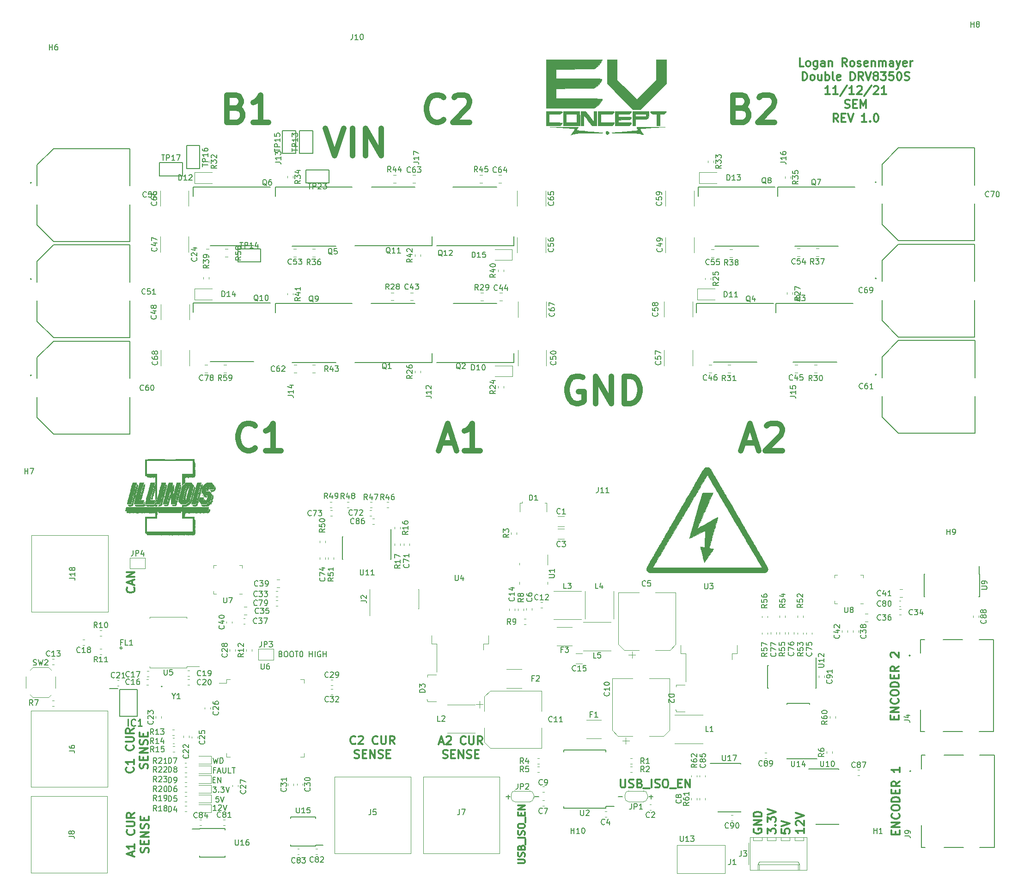
<source format=gbr>
%TF.GenerationSoftware,KiCad,Pcbnew,(5.1.12)-1*%
%TF.CreationDate,2021-11-28T23:41:53-06:00*%
%TF.ProjectId,DRV8350S_Double,44525638-3335-4305-935f-446f75626c65,rev?*%
%TF.SameCoordinates,Original*%
%TF.FileFunction,Legend,Top*%
%TF.FilePolarity,Positive*%
%FSLAX46Y46*%
G04 Gerber Fmt 4.6, Leading zero omitted, Abs format (unit mm)*
G04 Created by KiCad (PCBNEW (5.1.12)-1) date 2021-11-28 23:41:53*
%MOMM*%
%LPD*%
G01*
G04 APERTURE LIST*
%ADD10C,1.000000*%
%ADD11C,0.300000*%
%ADD12C,0.200000*%
%ADD13C,0.120000*%
%ADD14C,0.150000*%
%ADD15C,0.127000*%
%ADD16C,0.100000*%
%ADD17C,0.010000*%
%ADD18C,0.254000*%
G04 APERTURE END LIST*
D10*
X137922476Y-79288000D02*
X137446285Y-79049904D01*
X136732000Y-79049904D01*
X136017714Y-79288000D01*
X135541523Y-79764190D01*
X135303428Y-80240380D01*
X135065333Y-81192761D01*
X135065333Y-81907047D01*
X135303428Y-82859428D01*
X135541523Y-83335619D01*
X136017714Y-83811809D01*
X136732000Y-84049904D01*
X137208190Y-84049904D01*
X137922476Y-83811809D01*
X138160571Y-83573714D01*
X138160571Y-81907047D01*
X137208190Y-81907047D01*
X140303428Y-84049904D02*
X140303428Y-79049904D01*
X143160571Y-84049904D01*
X143160571Y-79049904D01*
X145541523Y-84049904D02*
X145541523Y-79049904D01*
X146732000Y-79049904D01*
X147446285Y-79288000D01*
X147922476Y-79764190D01*
X148160571Y-80240380D01*
X148398666Y-81192761D01*
X148398666Y-81907047D01*
X148160571Y-82859428D01*
X147922476Y-83335619D01*
X147446285Y-83811809D01*
X146732000Y-84049904D01*
X145541523Y-84049904D01*
D11*
X178478571Y-161964571D02*
X178478571Y-162821714D01*
X178478571Y-162393142D02*
X176978571Y-162393142D01*
X177192857Y-162536000D01*
X177335714Y-162678857D01*
X177407142Y-162821714D01*
X177121428Y-161393142D02*
X177050000Y-161321714D01*
X176978571Y-161178857D01*
X176978571Y-160821714D01*
X177050000Y-160678857D01*
X177121428Y-160607428D01*
X177264285Y-160536000D01*
X177407142Y-160536000D01*
X177621428Y-160607428D01*
X178478571Y-161464571D01*
X178478571Y-160536000D01*
X176978571Y-160107428D02*
X178478571Y-159607428D01*
X176978571Y-159107428D01*
X174375071Y-162083714D02*
X174375071Y-162798000D01*
X175089357Y-162869428D01*
X175017928Y-162798000D01*
X174946500Y-162655142D01*
X174946500Y-162298000D01*
X175017928Y-162155142D01*
X175089357Y-162083714D01*
X175232214Y-162012285D01*
X175589357Y-162012285D01*
X175732214Y-162083714D01*
X175803642Y-162155142D01*
X175875071Y-162298000D01*
X175875071Y-162655142D01*
X175803642Y-162798000D01*
X175732214Y-162869428D01*
X174375071Y-161583714D02*
X175875071Y-161083714D01*
X174375071Y-160583714D01*
X171835071Y-162932785D02*
X171835071Y-162004214D01*
X172406500Y-162504214D01*
X172406500Y-162289928D01*
X172477928Y-162147071D01*
X172549357Y-162075642D01*
X172692214Y-162004214D01*
X173049357Y-162004214D01*
X173192214Y-162075642D01*
X173263642Y-162147071D01*
X173335071Y-162289928D01*
X173335071Y-162718500D01*
X173263642Y-162861357D01*
X173192214Y-162932785D01*
X173192214Y-161361357D02*
X173263642Y-161289928D01*
X173335071Y-161361357D01*
X173263642Y-161432785D01*
X173192214Y-161361357D01*
X173335071Y-161361357D01*
X171835071Y-160789928D02*
X171835071Y-159861357D01*
X172406500Y-160361357D01*
X172406500Y-160147071D01*
X172477928Y-160004214D01*
X172549357Y-159932785D01*
X172692214Y-159861357D01*
X173049357Y-159861357D01*
X173192214Y-159932785D01*
X173263642Y-160004214D01*
X173335071Y-160147071D01*
X173335071Y-160575642D01*
X173263642Y-160718500D01*
X173192214Y-160789928D01*
X171835071Y-159432785D02*
X173335071Y-158932785D01*
X171835071Y-158432785D01*
X169303000Y-162051857D02*
X169231571Y-162194714D01*
X169231571Y-162409000D01*
X169303000Y-162623285D01*
X169445857Y-162766142D01*
X169588714Y-162837571D01*
X169874428Y-162909000D01*
X170088714Y-162909000D01*
X170374428Y-162837571D01*
X170517285Y-162766142D01*
X170660142Y-162623285D01*
X170731571Y-162409000D01*
X170731571Y-162266142D01*
X170660142Y-162051857D01*
X170588714Y-161980428D01*
X170088714Y-161980428D01*
X170088714Y-162266142D01*
X170731571Y-161337571D02*
X169231571Y-161337571D01*
X170731571Y-160480428D01*
X169231571Y-160480428D01*
X170731571Y-159766142D02*
X169231571Y-159766142D01*
X169231571Y-159409000D01*
X169303000Y-159194714D01*
X169445857Y-159051857D01*
X169588714Y-158980428D01*
X169874428Y-158909000D01*
X170088714Y-158909000D01*
X170374428Y-158980428D01*
X170517285Y-159051857D01*
X170660142Y-159194714D01*
X170731571Y-159409000D01*
X170731571Y-159766142D01*
X144899857Y-152975571D02*
X144899857Y-154189857D01*
X144971285Y-154332714D01*
X145042714Y-154404142D01*
X145185571Y-154475571D01*
X145471285Y-154475571D01*
X145614142Y-154404142D01*
X145685571Y-154332714D01*
X145757000Y-154189857D01*
X145757000Y-152975571D01*
X146399857Y-154404142D02*
X146614142Y-154475571D01*
X146971285Y-154475571D01*
X147114142Y-154404142D01*
X147185571Y-154332714D01*
X147257000Y-154189857D01*
X147257000Y-154047000D01*
X147185571Y-153904142D01*
X147114142Y-153832714D01*
X146971285Y-153761285D01*
X146685571Y-153689857D01*
X146542714Y-153618428D01*
X146471285Y-153547000D01*
X146399857Y-153404142D01*
X146399857Y-153261285D01*
X146471285Y-153118428D01*
X146542714Y-153047000D01*
X146685571Y-152975571D01*
X147042714Y-152975571D01*
X147257000Y-153047000D01*
X148399857Y-153689857D02*
X148614142Y-153761285D01*
X148685571Y-153832714D01*
X148757000Y-153975571D01*
X148757000Y-154189857D01*
X148685571Y-154332714D01*
X148614142Y-154404142D01*
X148471285Y-154475571D01*
X147899857Y-154475571D01*
X147899857Y-152975571D01*
X148399857Y-152975571D01*
X148542714Y-153047000D01*
X148614142Y-153118428D01*
X148685571Y-153261285D01*
X148685571Y-153404142D01*
X148614142Y-153547000D01*
X148542714Y-153618428D01*
X148399857Y-153689857D01*
X147899857Y-153689857D01*
X149042714Y-154618428D02*
X150185571Y-154618428D01*
X150542714Y-154475571D02*
X150542714Y-152975571D01*
X151185571Y-154404142D02*
X151399857Y-154475571D01*
X151757000Y-154475571D01*
X151899857Y-154404142D01*
X151971285Y-154332714D01*
X152042714Y-154189857D01*
X152042714Y-154047000D01*
X151971285Y-153904142D01*
X151899857Y-153832714D01*
X151757000Y-153761285D01*
X151471285Y-153689857D01*
X151328428Y-153618428D01*
X151257000Y-153547000D01*
X151185571Y-153404142D01*
X151185571Y-153261285D01*
X151257000Y-153118428D01*
X151328428Y-153047000D01*
X151471285Y-152975571D01*
X151828428Y-152975571D01*
X152042714Y-153047000D01*
X152971285Y-152975571D02*
X153257000Y-152975571D01*
X153399857Y-153047000D01*
X153542714Y-153189857D01*
X153614142Y-153475571D01*
X153614142Y-153975571D01*
X153542714Y-154261285D01*
X153399857Y-154404142D01*
X153257000Y-154475571D01*
X152971285Y-154475571D01*
X152828428Y-154404142D01*
X152685571Y-154261285D01*
X152614142Y-153975571D01*
X152614142Y-153475571D01*
X152685571Y-153189857D01*
X152828428Y-153047000D01*
X152971285Y-152975571D01*
X153899857Y-154618428D02*
X155042714Y-154618428D01*
X155399857Y-153689857D02*
X155899857Y-153689857D01*
X156114142Y-154475571D02*
X155399857Y-154475571D01*
X155399857Y-152975571D01*
X156114142Y-152975571D01*
X156757000Y-154475571D02*
X156757000Y-152975571D01*
X157614142Y-154475571D01*
X157614142Y-152975571D01*
X126061476Y-168365619D02*
X127073380Y-168365619D01*
X127192428Y-168306095D01*
X127251952Y-168246571D01*
X127311476Y-168127523D01*
X127311476Y-167889428D01*
X127251952Y-167770380D01*
X127192428Y-167710857D01*
X127073380Y-167651333D01*
X126061476Y-167651333D01*
X127251952Y-167115619D02*
X127311476Y-166937047D01*
X127311476Y-166639428D01*
X127251952Y-166520380D01*
X127192428Y-166460857D01*
X127073380Y-166401333D01*
X126954333Y-166401333D01*
X126835285Y-166460857D01*
X126775761Y-166520380D01*
X126716238Y-166639428D01*
X126656714Y-166877523D01*
X126597190Y-166996571D01*
X126537666Y-167056095D01*
X126418619Y-167115619D01*
X126299571Y-167115619D01*
X126180523Y-167056095D01*
X126121000Y-166996571D01*
X126061476Y-166877523D01*
X126061476Y-166579904D01*
X126121000Y-166401333D01*
X126656714Y-165448952D02*
X126716238Y-165270380D01*
X126775761Y-165210857D01*
X126894809Y-165151333D01*
X127073380Y-165151333D01*
X127192428Y-165210857D01*
X127251952Y-165270380D01*
X127311476Y-165389428D01*
X127311476Y-165865619D01*
X126061476Y-165865619D01*
X126061476Y-165448952D01*
X126121000Y-165329904D01*
X126180523Y-165270380D01*
X126299571Y-165210857D01*
X126418619Y-165210857D01*
X126537666Y-165270380D01*
X126597190Y-165329904D01*
X126656714Y-165448952D01*
X126656714Y-165865619D01*
X127430523Y-164913238D02*
X127430523Y-163960857D01*
X127311476Y-163663238D02*
X126061476Y-163663238D01*
X127251952Y-163127523D02*
X127311476Y-162948952D01*
X127311476Y-162651333D01*
X127251952Y-162532285D01*
X127192428Y-162472761D01*
X127073380Y-162413238D01*
X126954333Y-162413238D01*
X126835285Y-162472761D01*
X126775761Y-162532285D01*
X126716238Y-162651333D01*
X126656714Y-162889428D01*
X126597190Y-163008476D01*
X126537666Y-163068000D01*
X126418619Y-163127523D01*
X126299571Y-163127523D01*
X126180523Y-163068000D01*
X126121000Y-163008476D01*
X126061476Y-162889428D01*
X126061476Y-162591809D01*
X126121000Y-162413238D01*
X126061476Y-161639428D02*
X126061476Y-161401333D01*
X126121000Y-161282285D01*
X126240047Y-161163238D01*
X126478142Y-161103714D01*
X126894809Y-161103714D01*
X127132904Y-161163238D01*
X127251952Y-161282285D01*
X127311476Y-161401333D01*
X127311476Y-161639428D01*
X127251952Y-161758476D01*
X127132904Y-161877523D01*
X126894809Y-161937047D01*
X126478142Y-161937047D01*
X126240047Y-161877523D01*
X126121000Y-161758476D01*
X126061476Y-161639428D01*
X127430523Y-160865619D02*
X127430523Y-159913238D01*
X126656714Y-159615619D02*
X126656714Y-159198952D01*
X127311476Y-159020380D02*
X127311476Y-159615619D01*
X126061476Y-159615619D01*
X126061476Y-159020380D01*
X127311476Y-158484666D02*
X126061476Y-158484666D01*
X127311476Y-157770380D01*
X126061476Y-157770380D01*
D12*
X82614000Y-129976571D02*
X82756857Y-130024190D01*
X82804476Y-130071809D01*
X82852095Y-130167047D01*
X82852095Y-130309904D01*
X82804476Y-130405142D01*
X82756857Y-130452761D01*
X82661619Y-130500380D01*
X82280666Y-130500380D01*
X82280666Y-129500380D01*
X82614000Y-129500380D01*
X82709238Y-129548000D01*
X82756857Y-129595619D01*
X82804476Y-129690857D01*
X82804476Y-129786095D01*
X82756857Y-129881333D01*
X82709238Y-129928952D01*
X82614000Y-129976571D01*
X82280666Y-129976571D01*
X83471142Y-129500380D02*
X83661619Y-129500380D01*
X83756857Y-129548000D01*
X83852095Y-129643238D01*
X83899714Y-129833714D01*
X83899714Y-130167047D01*
X83852095Y-130357523D01*
X83756857Y-130452761D01*
X83661619Y-130500380D01*
X83471142Y-130500380D01*
X83375904Y-130452761D01*
X83280666Y-130357523D01*
X83233047Y-130167047D01*
X83233047Y-129833714D01*
X83280666Y-129643238D01*
X83375904Y-129548000D01*
X83471142Y-129500380D01*
X84518761Y-129500380D02*
X84709238Y-129500380D01*
X84804476Y-129548000D01*
X84899714Y-129643238D01*
X84947333Y-129833714D01*
X84947333Y-130167047D01*
X84899714Y-130357523D01*
X84804476Y-130452761D01*
X84709238Y-130500380D01*
X84518761Y-130500380D01*
X84423523Y-130452761D01*
X84328285Y-130357523D01*
X84280666Y-130167047D01*
X84280666Y-129833714D01*
X84328285Y-129643238D01*
X84423523Y-129548000D01*
X84518761Y-129500380D01*
X85233047Y-129500380D02*
X85804476Y-129500380D01*
X85518761Y-130500380D02*
X85518761Y-129500380D01*
X86328285Y-129500380D02*
X86423523Y-129500380D01*
X86518761Y-129548000D01*
X86566380Y-129595619D01*
X86614000Y-129690857D01*
X86661619Y-129881333D01*
X86661619Y-130119428D01*
X86614000Y-130309904D01*
X86566380Y-130405142D01*
X86518761Y-130452761D01*
X86423523Y-130500380D01*
X86328285Y-130500380D01*
X86233047Y-130452761D01*
X86185428Y-130405142D01*
X86137809Y-130309904D01*
X86090190Y-130119428D01*
X86090190Y-129881333D01*
X86137809Y-129690857D01*
X86185428Y-129595619D01*
X86233047Y-129548000D01*
X86328285Y-129500380D01*
X87852095Y-130500380D02*
X87852095Y-129500380D01*
X87852095Y-129976571D02*
X88423523Y-129976571D01*
X88423523Y-130500380D02*
X88423523Y-129500380D01*
X88899714Y-130500380D02*
X88899714Y-129500380D01*
X89899714Y-129548000D02*
X89804476Y-129500380D01*
X89661619Y-129500380D01*
X89518761Y-129548000D01*
X89423523Y-129643238D01*
X89375904Y-129738476D01*
X89328285Y-129928952D01*
X89328285Y-130071809D01*
X89375904Y-130262285D01*
X89423523Y-130357523D01*
X89518761Y-130452761D01*
X89661619Y-130500380D01*
X89756857Y-130500380D01*
X89899714Y-130452761D01*
X89947333Y-130405142D01*
X89947333Y-130071809D01*
X89756857Y-130071809D01*
X90375904Y-130500380D02*
X90375904Y-129500380D01*
X90375904Y-129976571D02*
X90947333Y-129976571D01*
X90947333Y-130500380D02*
X90947333Y-129500380D01*
X70242228Y-149007580D02*
X70480323Y-150007580D01*
X70670800Y-149293295D01*
X70861276Y-150007580D01*
X71099371Y-149007580D01*
X71480323Y-150007580D02*
X71480323Y-149007580D01*
X71718419Y-149007580D01*
X71861276Y-149055200D01*
X71956514Y-149150438D01*
X72004133Y-149245676D01*
X72051752Y-149436152D01*
X72051752Y-149579009D01*
X72004133Y-149769485D01*
X71956514Y-149864723D01*
X71861276Y-149959961D01*
X71718419Y-150007580D01*
X71480323Y-150007580D01*
X70591561Y-151261771D02*
X70258228Y-151261771D01*
X70258228Y-151785580D02*
X70258228Y-150785580D01*
X70734419Y-150785580D01*
X71067752Y-151499866D02*
X71543942Y-151499866D01*
X70972514Y-151785580D02*
X71305847Y-150785580D01*
X71639180Y-151785580D01*
X71972514Y-150785580D02*
X71972514Y-151595104D01*
X72020133Y-151690342D01*
X72067752Y-151737961D01*
X72162990Y-151785580D01*
X72353466Y-151785580D01*
X72448704Y-151737961D01*
X72496323Y-151690342D01*
X72543942Y-151595104D01*
X72543942Y-150785580D01*
X73496323Y-151785580D02*
X73020133Y-151785580D01*
X73020133Y-150785580D01*
X73686800Y-150785580D02*
X74258228Y-150785580D01*
X73972514Y-151785580D02*
X73972514Y-150785580D01*
X70178704Y-153039771D02*
X70512038Y-153039771D01*
X70654895Y-153563580D02*
X70178704Y-153563580D01*
X70178704Y-152563580D01*
X70654895Y-152563580D01*
X71083466Y-153563580D02*
X71083466Y-152563580D01*
X71654895Y-153563580D01*
X71654895Y-152563580D01*
X70202609Y-154341580D02*
X70821657Y-154341580D01*
X70488323Y-154722533D01*
X70631180Y-154722533D01*
X70726419Y-154770152D01*
X70774038Y-154817771D01*
X70821657Y-154913009D01*
X70821657Y-155151104D01*
X70774038Y-155246342D01*
X70726419Y-155293961D01*
X70631180Y-155341580D01*
X70345466Y-155341580D01*
X70250228Y-155293961D01*
X70202609Y-155246342D01*
X71250228Y-155246342D02*
X71297847Y-155293961D01*
X71250228Y-155341580D01*
X71202609Y-155293961D01*
X71250228Y-155246342D01*
X71250228Y-155341580D01*
X71631180Y-154341580D02*
X72250228Y-154341580D01*
X71916895Y-154722533D01*
X72059752Y-154722533D01*
X72154990Y-154770152D01*
X72202609Y-154817771D01*
X72250228Y-154913009D01*
X72250228Y-155151104D01*
X72202609Y-155246342D01*
X72154990Y-155293961D01*
X72059752Y-155341580D01*
X71774038Y-155341580D01*
X71678800Y-155293961D01*
X71631180Y-155246342D01*
X72535942Y-154341580D02*
X72869276Y-155341580D01*
X73202609Y-154341580D01*
X71234323Y-156119580D02*
X70758133Y-156119580D01*
X70710514Y-156595771D01*
X70758133Y-156548152D01*
X70853371Y-156500533D01*
X71091466Y-156500533D01*
X71186704Y-156548152D01*
X71234323Y-156595771D01*
X71281942Y-156691009D01*
X71281942Y-156929104D01*
X71234323Y-157024342D01*
X71186704Y-157071961D01*
X71091466Y-157119580D01*
X70853371Y-157119580D01*
X70758133Y-157071961D01*
X70710514Y-157024342D01*
X71567657Y-156119580D02*
X71900990Y-157119580D01*
X72234323Y-156119580D01*
X70805752Y-158643580D02*
X70234323Y-158643580D01*
X70520038Y-158643580D02*
X70520038Y-157643580D01*
X70424800Y-157786438D01*
X70329561Y-157881676D01*
X70234323Y-157929295D01*
X71186704Y-157738819D02*
X71234323Y-157691200D01*
X71329561Y-157643580D01*
X71567657Y-157643580D01*
X71662895Y-157691200D01*
X71710514Y-157738819D01*
X71758133Y-157834057D01*
X71758133Y-157929295D01*
X71710514Y-158072152D01*
X71139085Y-158643580D01*
X71758133Y-158643580D01*
X72043847Y-157643580D02*
X72377180Y-158643580D01*
X72710514Y-157643580D01*
D10*
X90789809Y-33583904D02*
X92456476Y-38583904D01*
X94123142Y-33583904D01*
X95789809Y-38583904D02*
X95789809Y-33583904D01*
X98170761Y-38583904D02*
X98170761Y-33583904D01*
X101027904Y-38583904D01*
X101027904Y-33583904D01*
X167140190Y-29868857D02*
X167854476Y-30106952D01*
X168092571Y-30345047D01*
X168330666Y-30821238D01*
X168330666Y-31535523D01*
X168092571Y-32011714D01*
X167854476Y-32249809D01*
X167378285Y-32487904D01*
X165473523Y-32487904D01*
X165473523Y-27487904D01*
X167140190Y-27487904D01*
X167616380Y-27726000D01*
X167854476Y-27964095D01*
X168092571Y-28440285D01*
X168092571Y-28916476D01*
X167854476Y-29392666D01*
X167616380Y-29630761D01*
X167140190Y-29868857D01*
X165473523Y-29868857D01*
X170235428Y-27964095D02*
X170473523Y-27726000D01*
X170949714Y-27487904D01*
X172140190Y-27487904D01*
X172616380Y-27726000D01*
X172854476Y-27964095D01*
X173092571Y-28440285D01*
X173092571Y-28916476D01*
X172854476Y-29630761D01*
X169997333Y-32487904D01*
X173092571Y-32487904D01*
X167370571Y-91257333D02*
X169751523Y-91257333D01*
X166894380Y-92685904D02*
X168561047Y-87685904D01*
X170227714Y-92685904D01*
X171656285Y-88162095D02*
X171894380Y-87924000D01*
X172370571Y-87685904D01*
X173561047Y-87685904D01*
X174037238Y-87924000D01*
X174275333Y-88162095D01*
X174513428Y-88638285D01*
X174513428Y-89114476D01*
X174275333Y-89828761D01*
X171418190Y-92685904D01*
X174513428Y-92685904D01*
X112450666Y-32011714D02*
X112212571Y-32249809D01*
X111498285Y-32487904D01*
X111022095Y-32487904D01*
X110307809Y-32249809D01*
X109831619Y-31773619D01*
X109593523Y-31297428D01*
X109355428Y-30345047D01*
X109355428Y-29630761D01*
X109593523Y-28678380D01*
X109831619Y-28202190D01*
X110307809Y-27726000D01*
X111022095Y-27487904D01*
X111498285Y-27487904D01*
X112212571Y-27726000D01*
X112450666Y-27964095D01*
X114355428Y-27964095D02*
X114593523Y-27726000D01*
X115069714Y-27487904D01*
X116260190Y-27487904D01*
X116736380Y-27726000D01*
X116974476Y-27964095D01*
X117212571Y-28440285D01*
X117212571Y-28916476D01*
X116974476Y-29630761D01*
X114117333Y-32487904D01*
X117212571Y-32487904D01*
X111998571Y-91257333D02*
X114379523Y-91257333D01*
X111522380Y-92685904D02*
X113189047Y-87685904D01*
X114855714Y-92685904D01*
X119141428Y-92685904D02*
X116284285Y-92685904D01*
X117712857Y-92685904D02*
X117712857Y-87685904D01*
X117236666Y-88400190D01*
X116760476Y-88876380D01*
X116284285Y-89114476D01*
X74430190Y-29868857D02*
X75144476Y-30106952D01*
X75382571Y-30345047D01*
X75620666Y-30821238D01*
X75620666Y-31535523D01*
X75382571Y-32011714D01*
X75144476Y-32249809D01*
X74668285Y-32487904D01*
X72763523Y-32487904D01*
X72763523Y-27487904D01*
X74430190Y-27487904D01*
X74906380Y-27726000D01*
X75144476Y-27964095D01*
X75382571Y-28440285D01*
X75382571Y-28916476D01*
X75144476Y-29392666D01*
X74906380Y-29630761D01*
X74430190Y-29868857D01*
X72763523Y-29868857D01*
X80382571Y-32487904D02*
X77525428Y-32487904D01*
X78953999Y-32487904D02*
X78953999Y-27487904D01*
X78477809Y-28202190D01*
X78001619Y-28678380D01*
X77525428Y-28916476D01*
X77906666Y-92209714D02*
X77668571Y-92447809D01*
X76954285Y-92685904D01*
X76478095Y-92685904D01*
X75763809Y-92447809D01*
X75287619Y-91971619D01*
X75049523Y-91495428D01*
X74811428Y-90543047D01*
X74811428Y-89828761D01*
X75049523Y-88876380D01*
X75287619Y-88400190D01*
X75763809Y-87924000D01*
X76478095Y-87685904D01*
X76954285Y-87685904D01*
X77668571Y-87924000D01*
X77906666Y-88162095D01*
X82668571Y-92685904D02*
X79811428Y-92685904D01*
X81240000Y-92685904D02*
X81240000Y-87685904D01*
X80763809Y-88400190D01*
X80287619Y-88876380D01*
X79811428Y-89114476D01*
D11*
X55704514Y-117804285D02*
X55775942Y-117875714D01*
X55847371Y-118090000D01*
X55847371Y-118232857D01*
X55775942Y-118447142D01*
X55633085Y-118590000D01*
X55490228Y-118661428D01*
X55204514Y-118732857D01*
X54990228Y-118732857D01*
X54704514Y-118661428D01*
X54561657Y-118590000D01*
X54418800Y-118447142D01*
X54347371Y-118232857D01*
X54347371Y-118090000D01*
X54418800Y-117875714D01*
X54490228Y-117804285D01*
X55418800Y-117232857D02*
X55418800Y-116518571D01*
X55847371Y-117375714D02*
X54347371Y-116875714D01*
X55847371Y-116375714D01*
X55847371Y-115875714D02*
X54347371Y-115875714D01*
X55847371Y-115018571D01*
X54347371Y-115018571D01*
X96308457Y-146377514D02*
X96237028Y-146448942D01*
X96022742Y-146520371D01*
X95879885Y-146520371D01*
X95665600Y-146448942D01*
X95522742Y-146306085D01*
X95451314Y-146163228D01*
X95379885Y-145877514D01*
X95379885Y-145663228D01*
X95451314Y-145377514D01*
X95522742Y-145234657D01*
X95665600Y-145091800D01*
X95879885Y-145020371D01*
X96022742Y-145020371D01*
X96237028Y-145091800D01*
X96308457Y-145163228D01*
X96879885Y-145163228D02*
X96951314Y-145091800D01*
X97094171Y-145020371D01*
X97451314Y-145020371D01*
X97594171Y-145091800D01*
X97665600Y-145163228D01*
X97737028Y-145306085D01*
X97737028Y-145448942D01*
X97665600Y-145663228D01*
X96808457Y-146520371D01*
X97737028Y-146520371D01*
X100379885Y-146377514D02*
X100308457Y-146448942D01*
X100094171Y-146520371D01*
X99951314Y-146520371D01*
X99737028Y-146448942D01*
X99594171Y-146306085D01*
X99522742Y-146163228D01*
X99451314Y-145877514D01*
X99451314Y-145663228D01*
X99522742Y-145377514D01*
X99594171Y-145234657D01*
X99737028Y-145091800D01*
X99951314Y-145020371D01*
X100094171Y-145020371D01*
X100308457Y-145091800D01*
X100379885Y-145163228D01*
X101022742Y-145020371D02*
X101022742Y-146234657D01*
X101094171Y-146377514D01*
X101165600Y-146448942D01*
X101308457Y-146520371D01*
X101594171Y-146520371D01*
X101737028Y-146448942D01*
X101808457Y-146377514D01*
X101879885Y-146234657D01*
X101879885Y-145020371D01*
X103451314Y-146520371D02*
X102951314Y-145806085D01*
X102594171Y-146520371D02*
X102594171Y-145020371D01*
X103165600Y-145020371D01*
X103308457Y-145091800D01*
X103379885Y-145163228D01*
X103451314Y-145306085D01*
X103451314Y-145520371D01*
X103379885Y-145663228D01*
X103308457Y-145734657D01*
X103165600Y-145806085D01*
X102594171Y-145806085D01*
X96129885Y-148998942D02*
X96344171Y-149070371D01*
X96701314Y-149070371D01*
X96844171Y-148998942D01*
X96915600Y-148927514D01*
X96987028Y-148784657D01*
X96987028Y-148641800D01*
X96915600Y-148498942D01*
X96844171Y-148427514D01*
X96701314Y-148356085D01*
X96415600Y-148284657D01*
X96272742Y-148213228D01*
X96201314Y-148141800D01*
X96129885Y-147998942D01*
X96129885Y-147856085D01*
X96201314Y-147713228D01*
X96272742Y-147641800D01*
X96415600Y-147570371D01*
X96772742Y-147570371D01*
X96987028Y-147641800D01*
X97629885Y-148284657D02*
X98129885Y-148284657D01*
X98344171Y-149070371D02*
X97629885Y-149070371D01*
X97629885Y-147570371D01*
X98344171Y-147570371D01*
X98987028Y-149070371D02*
X98987028Y-147570371D01*
X99844171Y-149070371D01*
X99844171Y-147570371D01*
X100487028Y-148998942D02*
X100701314Y-149070371D01*
X101058457Y-149070371D01*
X101201314Y-148998942D01*
X101272742Y-148927514D01*
X101344171Y-148784657D01*
X101344171Y-148641800D01*
X101272742Y-148498942D01*
X101201314Y-148427514D01*
X101058457Y-148356085D01*
X100772742Y-148284657D01*
X100629885Y-148213228D01*
X100558457Y-148141800D01*
X100487028Y-147998942D01*
X100487028Y-147856085D01*
X100558457Y-147713228D01*
X100629885Y-147641800D01*
X100772742Y-147570371D01*
X101129885Y-147570371D01*
X101344171Y-147641800D01*
X101987028Y-148284657D02*
X102487028Y-148284657D01*
X102701314Y-149070371D02*
X101987028Y-149070371D01*
X101987028Y-147570371D01*
X102701314Y-147570371D01*
X111692228Y-146142600D02*
X112406514Y-146142600D01*
X111549371Y-146571171D02*
X112049371Y-145071171D01*
X112549371Y-146571171D01*
X112977942Y-145214028D02*
X113049371Y-145142600D01*
X113192228Y-145071171D01*
X113549371Y-145071171D01*
X113692228Y-145142600D01*
X113763657Y-145214028D01*
X113835085Y-145356885D01*
X113835085Y-145499742D01*
X113763657Y-145714028D01*
X112906514Y-146571171D01*
X113835085Y-146571171D01*
X116477942Y-146428314D02*
X116406514Y-146499742D01*
X116192228Y-146571171D01*
X116049371Y-146571171D01*
X115835085Y-146499742D01*
X115692228Y-146356885D01*
X115620800Y-146214028D01*
X115549371Y-145928314D01*
X115549371Y-145714028D01*
X115620800Y-145428314D01*
X115692228Y-145285457D01*
X115835085Y-145142600D01*
X116049371Y-145071171D01*
X116192228Y-145071171D01*
X116406514Y-145142600D01*
X116477942Y-145214028D01*
X117120800Y-145071171D02*
X117120800Y-146285457D01*
X117192228Y-146428314D01*
X117263657Y-146499742D01*
X117406514Y-146571171D01*
X117692228Y-146571171D01*
X117835085Y-146499742D01*
X117906514Y-146428314D01*
X117977942Y-146285457D01*
X117977942Y-145071171D01*
X119549371Y-146571171D02*
X119049371Y-145856885D01*
X118692228Y-146571171D02*
X118692228Y-145071171D01*
X119263657Y-145071171D01*
X119406514Y-145142600D01*
X119477942Y-145214028D01*
X119549371Y-145356885D01*
X119549371Y-145571171D01*
X119477942Y-145714028D01*
X119406514Y-145785457D01*
X119263657Y-145856885D01*
X118692228Y-145856885D01*
X112335085Y-149049742D02*
X112549371Y-149121171D01*
X112906514Y-149121171D01*
X113049371Y-149049742D01*
X113120800Y-148978314D01*
X113192228Y-148835457D01*
X113192228Y-148692600D01*
X113120800Y-148549742D01*
X113049371Y-148478314D01*
X112906514Y-148406885D01*
X112620800Y-148335457D01*
X112477942Y-148264028D01*
X112406514Y-148192600D01*
X112335085Y-148049742D01*
X112335085Y-147906885D01*
X112406514Y-147764028D01*
X112477942Y-147692600D01*
X112620800Y-147621171D01*
X112977942Y-147621171D01*
X113192228Y-147692600D01*
X113835085Y-148335457D02*
X114335085Y-148335457D01*
X114549371Y-149121171D02*
X113835085Y-149121171D01*
X113835085Y-147621171D01*
X114549371Y-147621171D01*
X115192228Y-149121171D02*
X115192228Y-147621171D01*
X116049371Y-149121171D01*
X116049371Y-147621171D01*
X116692228Y-149049742D02*
X116906514Y-149121171D01*
X117263657Y-149121171D01*
X117406514Y-149049742D01*
X117477942Y-148978314D01*
X117549371Y-148835457D01*
X117549371Y-148692600D01*
X117477942Y-148549742D01*
X117406514Y-148478314D01*
X117263657Y-148406885D01*
X116977942Y-148335457D01*
X116835085Y-148264028D01*
X116763657Y-148192600D01*
X116692228Y-148049742D01*
X116692228Y-147906885D01*
X116763657Y-147764028D01*
X116835085Y-147692600D01*
X116977942Y-147621171D01*
X117335085Y-147621171D01*
X117549371Y-147692600D01*
X118192228Y-148335457D02*
X118692228Y-148335457D01*
X118906514Y-149121171D02*
X118192228Y-149121171D01*
X118192228Y-147621171D01*
X118906514Y-147621171D01*
X55547114Y-150782742D02*
X55618542Y-150854171D01*
X55689971Y-151068457D01*
X55689971Y-151211314D01*
X55618542Y-151425600D01*
X55475685Y-151568457D01*
X55332828Y-151639885D01*
X55047114Y-151711314D01*
X54832828Y-151711314D01*
X54547114Y-151639885D01*
X54404257Y-151568457D01*
X54261400Y-151425600D01*
X54189971Y-151211314D01*
X54189971Y-151068457D01*
X54261400Y-150854171D01*
X54332828Y-150782742D01*
X55689971Y-149354171D02*
X55689971Y-150211314D01*
X55689971Y-149782742D02*
X54189971Y-149782742D01*
X54404257Y-149925600D01*
X54547114Y-150068457D01*
X54618542Y-150211314D01*
X55547114Y-146711314D02*
X55618542Y-146782742D01*
X55689971Y-146997028D01*
X55689971Y-147139885D01*
X55618542Y-147354171D01*
X55475685Y-147497028D01*
X55332828Y-147568457D01*
X55047114Y-147639885D01*
X54832828Y-147639885D01*
X54547114Y-147568457D01*
X54404257Y-147497028D01*
X54261400Y-147354171D01*
X54189971Y-147139885D01*
X54189971Y-146997028D01*
X54261400Y-146782742D01*
X54332828Y-146711314D01*
X54189971Y-146068457D02*
X55404257Y-146068457D01*
X55547114Y-145997028D01*
X55618542Y-145925600D01*
X55689971Y-145782742D01*
X55689971Y-145497028D01*
X55618542Y-145354171D01*
X55547114Y-145282742D01*
X55404257Y-145211314D01*
X54189971Y-145211314D01*
X55689971Y-143639885D02*
X54975685Y-144139885D01*
X55689971Y-144497028D02*
X54189971Y-144497028D01*
X54189971Y-143925600D01*
X54261400Y-143782742D01*
X54332828Y-143711314D01*
X54475685Y-143639885D01*
X54689971Y-143639885D01*
X54832828Y-143711314D01*
X54904257Y-143782742D01*
X54975685Y-143925600D01*
X54975685Y-144497028D01*
X58168542Y-150961314D02*
X58239971Y-150747028D01*
X58239971Y-150389885D01*
X58168542Y-150247028D01*
X58097114Y-150175600D01*
X57954257Y-150104171D01*
X57811400Y-150104171D01*
X57668542Y-150175600D01*
X57597114Y-150247028D01*
X57525685Y-150389885D01*
X57454257Y-150675600D01*
X57382828Y-150818457D01*
X57311400Y-150889885D01*
X57168542Y-150961314D01*
X57025685Y-150961314D01*
X56882828Y-150889885D01*
X56811400Y-150818457D01*
X56739971Y-150675600D01*
X56739971Y-150318457D01*
X56811400Y-150104171D01*
X57454257Y-149461314D02*
X57454257Y-148961314D01*
X58239971Y-148747028D02*
X58239971Y-149461314D01*
X56739971Y-149461314D01*
X56739971Y-148747028D01*
X58239971Y-148104171D02*
X56739971Y-148104171D01*
X58239971Y-147247028D01*
X56739971Y-147247028D01*
X58168542Y-146604171D02*
X58239971Y-146389885D01*
X58239971Y-146032742D01*
X58168542Y-145889885D01*
X58097114Y-145818457D01*
X57954257Y-145747028D01*
X57811400Y-145747028D01*
X57668542Y-145818457D01*
X57597114Y-145889885D01*
X57525685Y-146032742D01*
X57454257Y-146318457D01*
X57382828Y-146461314D01*
X57311400Y-146532742D01*
X57168542Y-146604171D01*
X57025685Y-146604171D01*
X56882828Y-146532742D01*
X56811400Y-146461314D01*
X56739971Y-146318457D01*
X56739971Y-145961314D01*
X56811400Y-145747028D01*
X57454257Y-145104171D02*
X57454257Y-144604171D01*
X58239971Y-144389885D02*
X58239971Y-145104171D01*
X56739971Y-145104171D01*
X56739971Y-144389885D01*
X55413800Y-166996571D02*
X55413800Y-166282285D01*
X55842371Y-167139428D02*
X54342371Y-166639428D01*
X55842371Y-166139428D01*
X55842371Y-164853714D02*
X55842371Y-165710857D01*
X55842371Y-165282285D02*
X54342371Y-165282285D01*
X54556657Y-165425142D01*
X54699514Y-165568000D01*
X54770942Y-165710857D01*
X55699514Y-162210857D02*
X55770942Y-162282285D01*
X55842371Y-162496571D01*
X55842371Y-162639428D01*
X55770942Y-162853714D01*
X55628085Y-162996571D01*
X55485228Y-163068000D01*
X55199514Y-163139428D01*
X54985228Y-163139428D01*
X54699514Y-163068000D01*
X54556657Y-162996571D01*
X54413800Y-162853714D01*
X54342371Y-162639428D01*
X54342371Y-162496571D01*
X54413800Y-162282285D01*
X54485228Y-162210857D01*
X54342371Y-161568000D02*
X55556657Y-161568000D01*
X55699514Y-161496571D01*
X55770942Y-161425142D01*
X55842371Y-161282285D01*
X55842371Y-160996571D01*
X55770942Y-160853714D01*
X55699514Y-160782285D01*
X55556657Y-160710857D01*
X54342371Y-160710857D01*
X55842371Y-159139428D02*
X55128085Y-159639428D01*
X55842371Y-159996571D02*
X54342371Y-159996571D01*
X54342371Y-159425142D01*
X54413800Y-159282285D01*
X54485228Y-159210857D01*
X54628085Y-159139428D01*
X54842371Y-159139428D01*
X54985228Y-159210857D01*
X55056657Y-159282285D01*
X55128085Y-159425142D01*
X55128085Y-159996571D01*
X58320942Y-166353714D02*
X58392371Y-166139428D01*
X58392371Y-165782285D01*
X58320942Y-165639428D01*
X58249514Y-165568000D01*
X58106657Y-165496571D01*
X57963800Y-165496571D01*
X57820942Y-165568000D01*
X57749514Y-165639428D01*
X57678085Y-165782285D01*
X57606657Y-166068000D01*
X57535228Y-166210857D01*
X57463800Y-166282285D01*
X57320942Y-166353714D01*
X57178085Y-166353714D01*
X57035228Y-166282285D01*
X56963800Y-166210857D01*
X56892371Y-166068000D01*
X56892371Y-165710857D01*
X56963800Y-165496571D01*
X57606657Y-164853714D02*
X57606657Y-164353714D01*
X58392371Y-164139428D02*
X58392371Y-164853714D01*
X56892371Y-164853714D01*
X56892371Y-164139428D01*
X58392371Y-163496571D02*
X56892371Y-163496571D01*
X58392371Y-162639428D01*
X56892371Y-162639428D01*
X58320942Y-161996571D02*
X58392371Y-161782285D01*
X58392371Y-161425142D01*
X58320942Y-161282285D01*
X58249514Y-161210857D01*
X58106657Y-161139428D01*
X57963800Y-161139428D01*
X57820942Y-161210857D01*
X57749514Y-161282285D01*
X57678085Y-161425142D01*
X57606657Y-161710857D01*
X57535228Y-161853714D01*
X57463800Y-161925142D01*
X57320942Y-161996571D01*
X57178085Y-161996571D01*
X57035228Y-161925142D01*
X56963800Y-161853714D01*
X56892371Y-161710857D01*
X56892371Y-161353714D01*
X56963800Y-161139428D01*
X57606657Y-160496571D02*
X57606657Y-159996571D01*
X58392371Y-159782285D02*
X58392371Y-160496571D01*
X56892371Y-160496571D01*
X56892371Y-159782285D01*
X195041057Y-141971742D02*
X195041057Y-141471742D01*
X195826771Y-141257457D02*
X195826771Y-141971742D01*
X194326771Y-141971742D01*
X194326771Y-141257457D01*
X195826771Y-140614600D02*
X194326771Y-140614600D01*
X195826771Y-139757457D01*
X194326771Y-139757457D01*
X195683914Y-138186028D02*
X195755342Y-138257457D01*
X195826771Y-138471742D01*
X195826771Y-138614600D01*
X195755342Y-138828885D01*
X195612485Y-138971742D01*
X195469628Y-139043171D01*
X195183914Y-139114600D01*
X194969628Y-139114600D01*
X194683914Y-139043171D01*
X194541057Y-138971742D01*
X194398200Y-138828885D01*
X194326771Y-138614600D01*
X194326771Y-138471742D01*
X194398200Y-138257457D01*
X194469628Y-138186028D01*
X194326771Y-137257457D02*
X194326771Y-136971742D01*
X194398200Y-136828885D01*
X194541057Y-136686028D01*
X194826771Y-136614600D01*
X195326771Y-136614600D01*
X195612485Y-136686028D01*
X195755342Y-136828885D01*
X195826771Y-136971742D01*
X195826771Y-137257457D01*
X195755342Y-137400314D01*
X195612485Y-137543171D01*
X195326771Y-137614600D01*
X194826771Y-137614600D01*
X194541057Y-137543171D01*
X194398200Y-137400314D01*
X194326771Y-137257457D01*
X195826771Y-135971742D02*
X194326771Y-135971742D01*
X194326771Y-135614600D01*
X194398200Y-135400314D01*
X194541057Y-135257457D01*
X194683914Y-135186028D01*
X194969628Y-135114600D01*
X195183914Y-135114600D01*
X195469628Y-135186028D01*
X195612485Y-135257457D01*
X195755342Y-135400314D01*
X195826771Y-135614600D01*
X195826771Y-135971742D01*
X195041057Y-134471742D02*
X195041057Y-133971742D01*
X195826771Y-133757457D02*
X195826771Y-134471742D01*
X194326771Y-134471742D01*
X194326771Y-133757457D01*
X195826771Y-132257457D02*
X195112485Y-132757457D01*
X195826771Y-133114600D02*
X194326771Y-133114600D01*
X194326771Y-132543171D01*
X194398200Y-132400314D01*
X194469628Y-132328885D01*
X194612485Y-132257457D01*
X194826771Y-132257457D01*
X194969628Y-132328885D01*
X195041057Y-132400314D01*
X195112485Y-132543171D01*
X195112485Y-133114600D01*
X194469628Y-130543171D02*
X194398200Y-130471742D01*
X194326771Y-130328885D01*
X194326771Y-129971742D01*
X194398200Y-129828885D01*
X194469628Y-129757457D01*
X194612485Y-129686028D01*
X194755342Y-129686028D01*
X194969628Y-129757457D01*
X195826771Y-130614600D01*
X195826771Y-129686028D01*
X195244257Y-163053742D02*
X195244257Y-162553742D01*
X196029971Y-162339457D02*
X196029971Y-163053742D01*
X194529971Y-163053742D01*
X194529971Y-162339457D01*
X196029971Y-161696600D02*
X194529971Y-161696600D01*
X196029971Y-160839457D01*
X194529971Y-160839457D01*
X195887114Y-159268028D02*
X195958542Y-159339457D01*
X196029971Y-159553742D01*
X196029971Y-159696600D01*
X195958542Y-159910885D01*
X195815685Y-160053742D01*
X195672828Y-160125171D01*
X195387114Y-160196600D01*
X195172828Y-160196600D01*
X194887114Y-160125171D01*
X194744257Y-160053742D01*
X194601400Y-159910885D01*
X194529971Y-159696600D01*
X194529971Y-159553742D01*
X194601400Y-159339457D01*
X194672828Y-159268028D01*
X194529971Y-158339457D02*
X194529971Y-158053742D01*
X194601400Y-157910885D01*
X194744257Y-157768028D01*
X195029971Y-157696600D01*
X195529971Y-157696600D01*
X195815685Y-157768028D01*
X195958542Y-157910885D01*
X196029971Y-158053742D01*
X196029971Y-158339457D01*
X195958542Y-158482314D01*
X195815685Y-158625171D01*
X195529971Y-158696600D01*
X195029971Y-158696600D01*
X194744257Y-158625171D01*
X194601400Y-158482314D01*
X194529971Y-158339457D01*
X196029971Y-157053742D02*
X194529971Y-157053742D01*
X194529971Y-156696600D01*
X194601400Y-156482314D01*
X194744257Y-156339457D01*
X194887114Y-156268028D01*
X195172828Y-156196600D01*
X195387114Y-156196600D01*
X195672828Y-156268028D01*
X195815685Y-156339457D01*
X195958542Y-156482314D01*
X196029971Y-156696600D01*
X196029971Y-157053742D01*
X195244257Y-155553742D02*
X195244257Y-155053742D01*
X196029971Y-154839457D02*
X196029971Y-155553742D01*
X194529971Y-155553742D01*
X194529971Y-154839457D01*
X196029971Y-153339457D02*
X195315685Y-153839457D01*
X196029971Y-154196600D02*
X194529971Y-154196600D01*
X194529971Y-153625171D01*
X194601400Y-153482314D01*
X194672828Y-153410885D01*
X194815685Y-153339457D01*
X195029971Y-153339457D01*
X195172828Y-153410885D01*
X195244257Y-153482314D01*
X195315685Y-153625171D01*
X195315685Y-154196600D01*
X196029971Y-150768028D02*
X196029971Y-151625171D01*
X196029971Y-151196600D02*
X194529971Y-151196600D01*
X194744257Y-151339457D01*
X194887114Y-151482314D01*
X194958542Y-151625171D01*
X178424285Y-22248571D02*
X177710000Y-22248571D01*
X177710000Y-20748571D01*
X179138571Y-22248571D02*
X178995714Y-22177142D01*
X178924285Y-22105714D01*
X178852857Y-21962857D01*
X178852857Y-21534285D01*
X178924285Y-21391428D01*
X178995714Y-21320000D01*
X179138571Y-21248571D01*
X179352857Y-21248571D01*
X179495714Y-21320000D01*
X179567142Y-21391428D01*
X179638571Y-21534285D01*
X179638571Y-21962857D01*
X179567142Y-22105714D01*
X179495714Y-22177142D01*
X179352857Y-22248571D01*
X179138571Y-22248571D01*
X180924285Y-21248571D02*
X180924285Y-22462857D01*
X180852857Y-22605714D01*
X180781428Y-22677142D01*
X180638571Y-22748571D01*
X180424285Y-22748571D01*
X180281428Y-22677142D01*
X180924285Y-22177142D02*
X180781428Y-22248571D01*
X180495714Y-22248571D01*
X180352857Y-22177142D01*
X180281428Y-22105714D01*
X180210000Y-21962857D01*
X180210000Y-21534285D01*
X180281428Y-21391428D01*
X180352857Y-21320000D01*
X180495714Y-21248571D01*
X180781428Y-21248571D01*
X180924285Y-21320000D01*
X182281428Y-22248571D02*
X182281428Y-21462857D01*
X182210000Y-21320000D01*
X182067142Y-21248571D01*
X181781428Y-21248571D01*
X181638571Y-21320000D01*
X182281428Y-22177142D02*
X182138571Y-22248571D01*
X181781428Y-22248571D01*
X181638571Y-22177142D01*
X181567142Y-22034285D01*
X181567142Y-21891428D01*
X181638571Y-21748571D01*
X181781428Y-21677142D01*
X182138571Y-21677142D01*
X182281428Y-21605714D01*
X182995714Y-21248571D02*
X182995714Y-22248571D01*
X182995714Y-21391428D02*
X183067142Y-21320000D01*
X183210000Y-21248571D01*
X183424285Y-21248571D01*
X183567142Y-21320000D01*
X183638571Y-21462857D01*
X183638571Y-22248571D01*
X186352857Y-22248571D02*
X185852857Y-21534285D01*
X185495714Y-22248571D02*
X185495714Y-20748571D01*
X186067142Y-20748571D01*
X186210000Y-20820000D01*
X186281428Y-20891428D01*
X186352857Y-21034285D01*
X186352857Y-21248571D01*
X186281428Y-21391428D01*
X186210000Y-21462857D01*
X186067142Y-21534285D01*
X185495714Y-21534285D01*
X187210000Y-22248571D02*
X187067142Y-22177142D01*
X186995714Y-22105714D01*
X186924285Y-21962857D01*
X186924285Y-21534285D01*
X186995714Y-21391428D01*
X187067142Y-21320000D01*
X187210000Y-21248571D01*
X187424285Y-21248571D01*
X187567142Y-21320000D01*
X187638571Y-21391428D01*
X187710000Y-21534285D01*
X187710000Y-21962857D01*
X187638571Y-22105714D01*
X187567142Y-22177142D01*
X187424285Y-22248571D01*
X187210000Y-22248571D01*
X188281428Y-22177142D02*
X188424285Y-22248571D01*
X188710000Y-22248571D01*
X188852857Y-22177142D01*
X188924285Y-22034285D01*
X188924285Y-21962857D01*
X188852857Y-21820000D01*
X188710000Y-21748571D01*
X188495714Y-21748571D01*
X188352857Y-21677142D01*
X188281428Y-21534285D01*
X188281428Y-21462857D01*
X188352857Y-21320000D01*
X188495714Y-21248571D01*
X188710000Y-21248571D01*
X188852857Y-21320000D01*
X190138571Y-22177142D02*
X189995714Y-22248571D01*
X189710000Y-22248571D01*
X189567142Y-22177142D01*
X189495714Y-22034285D01*
X189495714Y-21462857D01*
X189567142Y-21320000D01*
X189710000Y-21248571D01*
X189995714Y-21248571D01*
X190138571Y-21320000D01*
X190210000Y-21462857D01*
X190210000Y-21605714D01*
X189495714Y-21748571D01*
X190852857Y-21248571D02*
X190852857Y-22248571D01*
X190852857Y-21391428D02*
X190924285Y-21320000D01*
X191067142Y-21248571D01*
X191281428Y-21248571D01*
X191424285Y-21320000D01*
X191495714Y-21462857D01*
X191495714Y-22248571D01*
X192210000Y-22248571D02*
X192210000Y-21248571D01*
X192210000Y-21391428D02*
X192281428Y-21320000D01*
X192424285Y-21248571D01*
X192638571Y-21248571D01*
X192781428Y-21320000D01*
X192852857Y-21462857D01*
X192852857Y-22248571D01*
X192852857Y-21462857D02*
X192924285Y-21320000D01*
X193067142Y-21248571D01*
X193281428Y-21248571D01*
X193424285Y-21320000D01*
X193495714Y-21462857D01*
X193495714Y-22248571D01*
X194852857Y-22248571D02*
X194852857Y-21462857D01*
X194781428Y-21320000D01*
X194638571Y-21248571D01*
X194352857Y-21248571D01*
X194210000Y-21320000D01*
X194852857Y-22177142D02*
X194710000Y-22248571D01*
X194352857Y-22248571D01*
X194210000Y-22177142D01*
X194138571Y-22034285D01*
X194138571Y-21891428D01*
X194210000Y-21748571D01*
X194352857Y-21677142D01*
X194710000Y-21677142D01*
X194852857Y-21605714D01*
X195424285Y-21248571D02*
X195781428Y-22248571D01*
X196138571Y-21248571D02*
X195781428Y-22248571D01*
X195638571Y-22605714D01*
X195567142Y-22677142D01*
X195424285Y-22748571D01*
X197281428Y-22177142D02*
X197138571Y-22248571D01*
X196852857Y-22248571D01*
X196710000Y-22177142D01*
X196638571Y-22034285D01*
X196638571Y-21462857D01*
X196710000Y-21320000D01*
X196852857Y-21248571D01*
X197138571Y-21248571D01*
X197281428Y-21320000D01*
X197352857Y-21462857D01*
X197352857Y-21605714D01*
X196638571Y-21748571D01*
X197995714Y-22248571D02*
X197995714Y-21248571D01*
X197995714Y-21534285D02*
X198067142Y-21391428D01*
X198138571Y-21320000D01*
X198281428Y-21248571D01*
X198424285Y-21248571D01*
X178210000Y-24798571D02*
X178210000Y-23298571D01*
X178567142Y-23298571D01*
X178781428Y-23370000D01*
X178924285Y-23512857D01*
X178995714Y-23655714D01*
X179067142Y-23941428D01*
X179067142Y-24155714D01*
X178995714Y-24441428D01*
X178924285Y-24584285D01*
X178781428Y-24727142D01*
X178567142Y-24798571D01*
X178210000Y-24798571D01*
X179924285Y-24798571D02*
X179781428Y-24727142D01*
X179710000Y-24655714D01*
X179638571Y-24512857D01*
X179638571Y-24084285D01*
X179710000Y-23941428D01*
X179781428Y-23870000D01*
X179924285Y-23798571D01*
X180138571Y-23798571D01*
X180281428Y-23870000D01*
X180352857Y-23941428D01*
X180424285Y-24084285D01*
X180424285Y-24512857D01*
X180352857Y-24655714D01*
X180281428Y-24727142D01*
X180138571Y-24798571D01*
X179924285Y-24798571D01*
X181710000Y-23798571D02*
X181710000Y-24798571D01*
X181067142Y-23798571D02*
X181067142Y-24584285D01*
X181138571Y-24727142D01*
X181281428Y-24798571D01*
X181495714Y-24798571D01*
X181638571Y-24727142D01*
X181710000Y-24655714D01*
X182424285Y-24798571D02*
X182424285Y-23298571D01*
X182424285Y-23870000D02*
X182567142Y-23798571D01*
X182852857Y-23798571D01*
X182995714Y-23870000D01*
X183067142Y-23941428D01*
X183138571Y-24084285D01*
X183138571Y-24512857D01*
X183067142Y-24655714D01*
X182995714Y-24727142D01*
X182852857Y-24798571D01*
X182567142Y-24798571D01*
X182424285Y-24727142D01*
X183995714Y-24798571D02*
X183852857Y-24727142D01*
X183781428Y-24584285D01*
X183781428Y-23298571D01*
X185138571Y-24727142D02*
X184995714Y-24798571D01*
X184710000Y-24798571D01*
X184567142Y-24727142D01*
X184495714Y-24584285D01*
X184495714Y-24012857D01*
X184567142Y-23870000D01*
X184710000Y-23798571D01*
X184995714Y-23798571D01*
X185138571Y-23870000D01*
X185210000Y-24012857D01*
X185210000Y-24155714D01*
X184495714Y-24298571D01*
X186995714Y-24798571D02*
X186995714Y-23298571D01*
X187352857Y-23298571D01*
X187567142Y-23370000D01*
X187710000Y-23512857D01*
X187781428Y-23655714D01*
X187852857Y-23941428D01*
X187852857Y-24155714D01*
X187781428Y-24441428D01*
X187710000Y-24584285D01*
X187567142Y-24727142D01*
X187352857Y-24798571D01*
X186995714Y-24798571D01*
X189352857Y-24798571D02*
X188852857Y-24084285D01*
X188495714Y-24798571D02*
X188495714Y-23298571D01*
X189067142Y-23298571D01*
X189210000Y-23370000D01*
X189281428Y-23441428D01*
X189352857Y-23584285D01*
X189352857Y-23798571D01*
X189281428Y-23941428D01*
X189210000Y-24012857D01*
X189067142Y-24084285D01*
X188495714Y-24084285D01*
X189781428Y-23298571D02*
X190281428Y-24798571D01*
X190781428Y-23298571D01*
X191495714Y-23941428D02*
X191352857Y-23870000D01*
X191281428Y-23798571D01*
X191210000Y-23655714D01*
X191210000Y-23584285D01*
X191281428Y-23441428D01*
X191352857Y-23370000D01*
X191495714Y-23298571D01*
X191781428Y-23298571D01*
X191924285Y-23370000D01*
X191995714Y-23441428D01*
X192067142Y-23584285D01*
X192067142Y-23655714D01*
X191995714Y-23798571D01*
X191924285Y-23870000D01*
X191781428Y-23941428D01*
X191495714Y-23941428D01*
X191352857Y-24012857D01*
X191281428Y-24084285D01*
X191210000Y-24227142D01*
X191210000Y-24512857D01*
X191281428Y-24655714D01*
X191352857Y-24727142D01*
X191495714Y-24798571D01*
X191781428Y-24798571D01*
X191924285Y-24727142D01*
X191995714Y-24655714D01*
X192067142Y-24512857D01*
X192067142Y-24227142D01*
X191995714Y-24084285D01*
X191924285Y-24012857D01*
X191781428Y-23941428D01*
X192567142Y-23298571D02*
X193495714Y-23298571D01*
X192995714Y-23870000D01*
X193210000Y-23870000D01*
X193352857Y-23941428D01*
X193424285Y-24012857D01*
X193495714Y-24155714D01*
X193495714Y-24512857D01*
X193424285Y-24655714D01*
X193352857Y-24727142D01*
X193210000Y-24798571D01*
X192781428Y-24798571D01*
X192638571Y-24727142D01*
X192567142Y-24655714D01*
X194852857Y-23298571D02*
X194138571Y-23298571D01*
X194067142Y-24012857D01*
X194138571Y-23941428D01*
X194281428Y-23870000D01*
X194638571Y-23870000D01*
X194781428Y-23941428D01*
X194852857Y-24012857D01*
X194924285Y-24155714D01*
X194924285Y-24512857D01*
X194852857Y-24655714D01*
X194781428Y-24727142D01*
X194638571Y-24798571D01*
X194281428Y-24798571D01*
X194138571Y-24727142D01*
X194067142Y-24655714D01*
X195852857Y-23298571D02*
X195995714Y-23298571D01*
X196138571Y-23370000D01*
X196210000Y-23441428D01*
X196281428Y-23584285D01*
X196352857Y-23870000D01*
X196352857Y-24227142D01*
X196281428Y-24512857D01*
X196210000Y-24655714D01*
X196138571Y-24727142D01*
X195995714Y-24798571D01*
X195852857Y-24798571D01*
X195710000Y-24727142D01*
X195638571Y-24655714D01*
X195567142Y-24512857D01*
X195495714Y-24227142D01*
X195495714Y-23870000D01*
X195567142Y-23584285D01*
X195638571Y-23441428D01*
X195710000Y-23370000D01*
X195852857Y-23298571D01*
X196924285Y-24727142D02*
X197138571Y-24798571D01*
X197495714Y-24798571D01*
X197638571Y-24727142D01*
X197710000Y-24655714D01*
X197781428Y-24512857D01*
X197781428Y-24370000D01*
X197710000Y-24227142D01*
X197638571Y-24155714D01*
X197495714Y-24084285D01*
X197210000Y-24012857D01*
X197067142Y-23941428D01*
X196995714Y-23870000D01*
X196924285Y-23727142D01*
X196924285Y-23584285D01*
X196995714Y-23441428D01*
X197067142Y-23370000D01*
X197210000Y-23298571D01*
X197567142Y-23298571D01*
X197781428Y-23370000D01*
X183245714Y-27348571D02*
X182388571Y-27348571D01*
X182817142Y-27348571D02*
X182817142Y-25848571D01*
X182674285Y-26062857D01*
X182531428Y-26205714D01*
X182388571Y-26277142D01*
X184674285Y-27348571D02*
X183817142Y-27348571D01*
X184245714Y-27348571D02*
X184245714Y-25848571D01*
X184102857Y-26062857D01*
X183960000Y-26205714D01*
X183817142Y-26277142D01*
X186388571Y-25777142D02*
X185102857Y-27705714D01*
X187674285Y-27348571D02*
X186817142Y-27348571D01*
X187245714Y-27348571D02*
X187245714Y-25848571D01*
X187102857Y-26062857D01*
X186960000Y-26205714D01*
X186817142Y-26277142D01*
X188245714Y-25991428D02*
X188317142Y-25920000D01*
X188460000Y-25848571D01*
X188817142Y-25848571D01*
X188960000Y-25920000D01*
X189031428Y-25991428D01*
X189102857Y-26134285D01*
X189102857Y-26277142D01*
X189031428Y-26491428D01*
X188174285Y-27348571D01*
X189102857Y-27348571D01*
X190817142Y-25777142D02*
X189531428Y-27705714D01*
X191245714Y-25991428D02*
X191317142Y-25920000D01*
X191460000Y-25848571D01*
X191817142Y-25848571D01*
X191960000Y-25920000D01*
X192031428Y-25991428D01*
X192102857Y-26134285D01*
X192102857Y-26277142D01*
X192031428Y-26491428D01*
X191174285Y-27348571D01*
X192102857Y-27348571D01*
X193531428Y-27348571D02*
X192674285Y-27348571D01*
X193102857Y-27348571D02*
X193102857Y-25848571D01*
X192960000Y-26062857D01*
X192817142Y-26205714D01*
X192674285Y-26277142D01*
X185995714Y-29827142D02*
X186210000Y-29898571D01*
X186567142Y-29898571D01*
X186710000Y-29827142D01*
X186781428Y-29755714D01*
X186852857Y-29612857D01*
X186852857Y-29470000D01*
X186781428Y-29327142D01*
X186710000Y-29255714D01*
X186567142Y-29184285D01*
X186281428Y-29112857D01*
X186138571Y-29041428D01*
X186067142Y-28970000D01*
X185995714Y-28827142D01*
X185995714Y-28684285D01*
X186067142Y-28541428D01*
X186138571Y-28470000D01*
X186281428Y-28398571D01*
X186638571Y-28398571D01*
X186852857Y-28470000D01*
X187495714Y-29112857D02*
X187995714Y-29112857D01*
X188210000Y-29898571D02*
X187495714Y-29898571D01*
X187495714Y-28398571D01*
X188210000Y-28398571D01*
X188852857Y-29898571D02*
X188852857Y-28398571D01*
X189352857Y-29470000D01*
X189852857Y-28398571D01*
X189852857Y-29898571D01*
X184745714Y-32448571D02*
X184245714Y-31734285D01*
X183888571Y-32448571D02*
X183888571Y-30948571D01*
X184460000Y-30948571D01*
X184602857Y-31020000D01*
X184674285Y-31091428D01*
X184745714Y-31234285D01*
X184745714Y-31448571D01*
X184674285Y-31591428D01*
X184602857Y-31662857D01*
X184460000Y-31734285D01*
X183888571Y-31734285D01*
X185388571Y-31662857D02*
X185888571Y-31662857D01*
X186102857Y-32448571D02*
X185388571Y-32448571D01*
X185388571Y-30948571D01*
X186102857Y-30948571D01*
X186531428Y-30948571D02*
X187031428Y-32448571D01*
X187531428Y-30948571D01*
X189960000Y-32448571D02*
X189102857Y-32448571D01*
X189531428Y-32448571D02*
X189531428Y-30948571D01*
X189388571Y-31162857D01*
X189245714Y-31305714D01*
X189102857Y-31377142D01*
X190602857Y-32305714D02*
X190674285Y-32377142D01*
X190602857Y-32448571D01*
X190531428Y-32377142D01*
X190602857Y-32305714D01*
X190602857Y-32448571D01*
X191602857Y-30948571D02*
X191745714Y-30948571D01*
X191888571Y-31020000D01*
X191960000Y-31091428D01*
X192031428Y-31234285D01*
X192102857Y-31520000D01*
X192102857Y-31877142D01*
X192031428Y-32162857D01*
X191960000Y-32305714D01*
X191888571Y-32377142D01*
X191745714Y-32448571D01*
X191602857Y-32448571D01*
X191460000Y-32377142D01*
X191388571Y-32305714D01*
X191317142Y-32162857D01*
X191245714Y-31877142D01*
X191245714Y-31520000D01*
X191317142Y-31234285D01*
X191388571Y-31091428D01*
X191460000Y-31020000D01*
X191602857Y-30948571D01*
D13*
%TO.C,R25*%
X160399000Y-61025721D02*
X160399000Y-61351279D01*
X161419000Y-61025721D02*
X161419000Y-61351279D01*
%TO.C,R24*%
X123446000Y-81214279D02*
X123446000Y-80888721D01*
X122426000Y-81214279D02*
X122426000Y-80888721D01*
%TO.C,R26*%
X108206000Y-78420279D02*
X108206000Y-78094721D01*
X107186000Y-78420279D02*
X107186000Y-78094721D01*
D14*
%TO.C,TP17*%
X60409400Y-42322600D02*
X60409400Y-39922600D01*
X64609400Y-42322600D02*
X60409400Y-42322600D01*
X64609400Y-39922600D02*
X64609400Y-42322600D01*
X60409400Y-39922600D02*
X64609400Y-39922600D01*
%TO.C,TP15*%
X85337500Y-38231500D02*
X82937500Y-38231500D01*
X85337500Y-34031500D02*
X85337500Y-38231500D01*
X82937500Y-34031500D02*
X85337500Y-34031500D01*
X82937500Y-38231500D02*
X82937500Y-34031500D01*
D13*
%TO.C,R41*%
X83818000Y-63819721D02*
X83818000Y-64145279D01*
X84838000Y-63819721D02*
X84838000Y-64145279D01*
%TO.C,C91*%
X181227000Y-133949221D02*
X181227000Y-134274779D01*
X182247000Y-133949221D02*
X182247000Y-134274779D01*
%TO.C,C90*%
X165114921Y-160504600D02*
X165440479Y-160504600D01*
X165114921Y-159484600D02*
X165440479Y-159484600D01*
%TO.C,C89*%
X171612879Y-148130800D02*
X171287321Y-148130800D01*
X171612879Y-149150800D02*
X171287321Y-149150800D01*
%TO.C,C88*%
X209471800Y-122951021D02*
X209471800Y-123276579D01*
X210491800Y-122951021D02*
X210491800Y-123276579D01*
%TO.C,C87*%
X188330721Y-152275000D02*
X188656279Y-152275000D01*
X188330721Y-151255000D02*
X188656279Y-151255000D01*
%TO.C,C86*%
X99430521Y-106174000D02*
X99756079Y-106174000D01*
X99430521Y-105154000D02*
X99756079Y-105154000D01*
%TO.C,JP4*%
X54988000Y-112347500D02*
X57788000Y-112347500D01*
X57788000Y-112347500D02*
X57788000Y-114347500D01*
X57788000Y-114347500D02*
X54988000Y-114347500D01*
X54988000Y-114347500D02*
X54988000Y-112347500D01*
%TO.C,R62*%
X160403000Y-152537279D02*
X160403000Y-152211721D01*
X159383000Y-152537279D02*
X159383000Y-152211721D01*
%TO.C,R61*%
X157795500Y-156390221D02*
X157795500Y-156715779D01*
X158815500Y-156390221D02*
X158815500Y-156715779D01*
D14*
%TO.C,U17*%
X162700500Y-150053500D02*
X161325500Y-150053500D01*
X162700500Y-158928500D02*
X166850500Y-158928500D01*
X162700500Y-150028500D02*
X166850500Y-150028500D01*
X162700500Y-158928500D02*
X162700500Y-158813500D01*
X166850500Y-158928500D02*
X166850500Y-158813500D01*
X166850500Y-150028500D02*
X166850500Y-150143500D01*
X162700500Y-150028500D02*
X162700500Y-150053500D01*
D13*
%TO.C,C8*%
X160403000Y-156690279D02*
X160403000Y-156364721D01*
X159383000Y-156690279D02*
X159383000Y-156364721D01*
%TO.C,C85*%
X157833600Y-152211821D02*
X157833600Y-152537379D01*
X158853600Y-152211821D02*
X158853600Y-152537379D01*
%TO.C,D12*%
X66849000Y-43672000D02*
X66849000Y-41672000D01*
X66849000Y-43672000D02*
X70049000Y-43672000D01*
X70049000Y-41672000D02*
X66849000Y-41672000D01*
%TO.C,C82*%
X89016721Y-166753000D02*
X89342279Y-166753000D01*
X89016721Y-165733000D02*
X89342279Y-165733000D01*
D14*
%TO.C,U15*%
X89037000Y-165030000D02*
X90387000Y-165030000D01*
X89037000Y-159905000D02*
X84387000Y-159905000D01*
X89037000Y-165155000D02*
X84387000Y-165155000D01*
X89037000Y-159905000D02*
X89037000Y-160130000D01*
X84387000Y-159905000D02*
X84387000Y-160130000D01*
X84387000Y-165155000D02*
X84387000Y-164930000D01*
X89037000Y-165155000D02*
X89037000Y-165030000D01*
D13*
%TO.C,U5*%
X61986160Y-123173520D02*
X58566160Y-123173520D01*
X58566160Y-123173520D02*
X58566160Y-123463520D01*
X61986160Y-123173520D02*
X65406160Y-123173520D01*
X65406160Y-123173520D02*
X65406160Y-123463520D01*
X61986160Y-132543520D02*
X58566160Y-132543520D01*
X58566160Y-132543520D02*
X58566160Y-132253520D01*
X61986160Y-132543520D02*
X65406160Y-132543520D01*
X65406160Y-132543520D02*
X65406160Y-132253520D01*
X65406160Y-132253520D02*
X67686160Y-132253520D01*
%TO.C,U1*%
X126345000Y-116797748D02*
X126345000Y-117161500D01*
X126345000Y-113625252D02*
X126345000Y-113261500D01*
X131465000Y-116797748D02*
X131465000Y-117161500D01*
X131465000Y-113625252D02*
X131465000Y-111761500D01*
%TO.C,SW2*%
X35894100Y-136214600D02*
X35894100Y-134134600D01*
X40064100Y-132454600D02*
X40554100Y-132944600D01*
X41334100Y-136214600D02*
X41334100Y-134134600D01*
X37164100Y-132454600D02*
X36674100Y-132944600D01*
X37164100Y-132454600D02*
X40064100Y-132454600D01*
X37164100Y-137894600D02*
X36674100Y-137404600D01*
X37164100Y-137894600D02*
X40064100Y-137894600D01*
X40064100Y-137894600D02*
X40554100Y-137404600D01*
%TO.C,C23*%
X59688000Y-141442221D02*
X59688000Y-141767779D01*
X60708000Y-141442221D02*
X60708000Y-141767779D01*
D15*
%TO.C,J9*%
X199979000Y-161417000D02*
X199979000Y-165417000D01*
X199979000Y-165417000D02*
X200679000Y-165417000D01*
X204109000Y-165417000D02*
X207659000Y-165417000D01*
X210689000Y-165417000D02*
X213349000Y-165417000D01*
X210689000Y-148517000D02*
X213349000Y-148517000D01*
X204109000Y-148517000D02*
X207659000Y-148517000D01*
X199979000Y-148517000D02*
X200679000Y-148517000D01*
X199979000Y-148517000D02*
X199979000Y-151017000D01*
D12*
X198049000Y-151467000D02*
G75*
G03*
X198049000Y-151467000I-100000J0D01*
G01*
D15*
X213349000Y-165417000D02*
X213349000Y-148517000D01*
%TO.C,J4*%
X199863000Y-140213000D02*
X199863000Y-144213000D01*
X199863000Y-144213000D02*
X200563000Y-144213000D01*
X203993000Y-144213000D02*
X207543000Y-144213000D01*
X210573000Y-144213000D02*
X213233000Y-144213000D01*
X210573000Y-127313000D02*
X213233000Y-127313000D01*
X203993000Y-127313000D02*
X207543000Y-127313000D01*
X199863000Y-127313000D02*
X200563000Y-127313000D01*
X199863000Y-127313000D02*
X199863000Y-129813000D01*
D12*
X197933000Y-130263000D02*
G75*
G03*
X197933000Y-130263000I-100000J0D01*
G01*
D15*
X213233000Y-144213000D02*
X213233000Y-127313000D01*
D13*
%TO.C,R60*%
X184215500Y-141767779D02*
X184215500Y-141442221D01*
X183195500Y-141767779D02*
X183195500Y-141442221D01*
%TO.C,R6*%
X183644000Y-148206779D02*
X183644000Y-147881221D01*
X182624000Y-148206779D02*
X182624000Y-147881221D01*
%TO.C,F3*%
X133233748Y-125036000D02*
X136006252Y-125036000D01*
X133233748Y-128456000D02*
X136006252Y-128456000D01*
%TO.C,F2*%
X126735252Y-136203000D02*
X123962748Y-136203000D01*
X126735252Y-132783000D02*
X123962748Y-132783000D01*
%TO.C,F1*%
X138589248Y-142054000D02*
X141361752Y-142054000D01*
X138589248Y-145474000D02*
X141361752Y-145474000D01*
%TO.C,L5*%
X143117000Y-129346000D02*
X138017000Y-129346000D01*
X143117000Y-124146000D02*
X138017000Y-124146000D01*
%TO.C,L4*%
X143570000Y-118459000D02*
X143570000Y-123559000D01*
X138370000Y-118459000D02*
X138370000Y-123559000D01*
%TO.C,L3*%
X132578000Y-118431000D02*
X137678000Y-118431000D01*
X132578000Y-123631000D02*
X137678000Y-123631000D01*
%TO.C,L2*%
X113125000Y-139259000D02*
X118225000Y-139259000D01*
X113125000Y-144459000D02*
X118225000Y-144459000D01*
%TO.C,L1*%
X159925000Y-146364000D02*
X154825000Y-146364000D01*
X159925000Y-141164000D02*
X154825000Y-141164000D01*
%TO.C,C65*%
X125914000Y-45056252D02*
X125914000Y-47887748D01*
X131134000Y-45056252D02*
X131134000Y-47887748D01*
%TO.C,C84*%
X68107779Y-160399000D02*
X67782221Y-160399000D01*
X68107779Y-161419000D02*
X67782221Y-161419000D01*
%TO.C,C83*%
X85989279Y-165733000D02*
X85663721Y-165733000D01*
X85989279Y-166753000D02*
X85663721Y-166753000D01*
%TO.C,C81*%
X72074721Y-161419000D02*
X72400279Y-161419000D01*
X72074721Y-160399000D02*
X72400279Y-160399000D01*
%TO.C,J7*%
X108697000Y-152512000D02*
X122697000Y-152512000D01*
X108697000Y-152512000D02*
X108697000Y-166512000D01*
X122697000Y-152512000D02*
X122697000Y-166512000D01*
X122697000Y-166512000D02*
X108697000Y-166512000D01*
%TO.C,C36*%
X190172078Y-122607000D02*
X189654922Y-122607000D01*
X190172078Y-124027000D02*
X189654922Y-124027000D01*
%TO.C,C35*%
X76410078Y-121337000D02*
X75892922Y-121337000D01*
X76410078Y-122757000D02*
X75892922Y-122757000D01*
%TO.C,C42*%
X185418000Y-125694221D02*
X185418000Y-126019779D01*
X186438000Y-125694221D02*
X186438000Y-126019779D01*
%TO.C,C38*%
X187450000Y-125694221D02*
X187450000Y-126019779D01*
X188470000Y-125694221D02*
X188470000Y-126019779D01*
%TO.C,C34*%
X195925221Y-122799000D02*
X196250779Y-122799000D01*
X195925221Y-121779000D02*
X196250779Y-121779000D01*
%TO.C,C33*%
X81755221Y-119509000D02*
X82080779Y-119509000D01*
X81755221Y-118489000D02*
X82080779Y-118489000D01*
%TO.C,C40*%
X72642000Y-124017721D02*
X72642000Y-124343279D01*
X73662000Y-124017721D02*
X73662000Y-124343279D01*
%TO.C,C37*%
X75757721Y-124462000D02*
X76083279Y-124462000D01*
X75757721Y-123442000D02*
X76083279Y-123442000D01*
%TO.C,C80*%
X195899721Y-121287000D02*
X196225279Y-121287000D01*
X195899721Y-120267000D02*
X196225279Y-120267000D01*
%TO.C,C79*%
X81726721Y-121160000D02*
X82052279Y-121160000D01*
X81726721Y-120140000D02*
X82052279Y-120140000D01*
%TO.C,C41*%
X196522078Y-118162000D02*
X196004922Y-118162000D01*
X196522078Y-119582000D02*
X196004922Y-119582000D01*
%TO.C,C39*%
X82379078Y-116384000D02*
X81861922Y-116384000D01*
X82379078Y-117804000D02*
X81861922Y-117804000D01*
%TO.C,D3*%
X109279000Y-138371000D02*
X109479000Y-138371000D01*
X111079000Y-133821000D02*
X109479000Y-133821000D01*
X109479000Y-138721000D02*
X111079000Y-138721000D01*
X109479000Y-138371000D02*
X109479000Y-138721000D01*
X109479000Y-133821000D02*
X109479000Y-134171000D01*
%TO.C,D2*%
X154872000Y-140198000D02*
X155072000Y-140198000D01*
X156672000Y-135648000D02*
X155072000Y-135648000D01*
X155072000Y-140548000D02*
X156672000Y-140548000D01*
X155072000Y-140198000D02*
X155072000Y-140548000D01*
X155072000Y-135648000D02*
X155072000Y-135998000D01*
%TO.C,D1*%
X126805000Y-102064000D02*
X126805000Y-102264000D01*
X131355000Y-103864000D02*
X131355000Y-102264000D01*
X126455000Y-102264000D02*
X126455000Y-103864000D01*
X126805000Y-102264000D02*
X126455000Y-102264000D01*
X131355000Y-102264000D02*
X131005000Y-102264000D01*
%TO.C,D14*%
X66849000Y-65008000D02*
X66849000Y-63008000D01*
X66849000Y-65008000D02*
X70049000Y-65008000D01*
X70049000Y-63008000D02*
X66849000Y-63008000D01*
D12*
%TO.C,C70*%
X191712500Y-43470000D02*
G75*
G03*
X191712500Y-43470000I-100000J0D01*
G01*
D15*
X209762500Y-54220000D02*
X209762500Y-47440000D01*
X209762500Y-44000000D02*
X209762500Y-37220000D01*
X192762500Y-47440000D02*
X192762500Y-51220000D01*
X192762500Y-40220000D02*
X192762500Y-44000000D01*
X195762500Y-37220000D02*
X192762500Y-40220000D01*
X209762500Y-37220000D02*
X195762500Y-37220000D01*
X195762500Y-54220000D02*
X209762500Y-54220000D01*
X192762500Y-51220000D02*
X195762500Y-54220000D01*
D12*
%TO.C,C69*%
X191718000Y-61123000D02*
G75*
G03*
X191718000Y-61123000I-100000J0D01*
G01*
D15*
X209768000Y-71873000D02*
X209768000Y-65093000D01*
X209768000Y-61653000D02*
X209768000Y-54873000D01*
X192768000Y-65093000D02*
X192768000Y-68873000D01*
X192768000Y-57873000D02*
X192768000Y-61653000D01*
X195768000Y-54873000D02*
X192768000Y-57873000D01*
X209768000Y-54873000D02*
X195768000Y-54873000D01*
X195768000Y-71873000D02*
X209768000Y-71873000D01*
X192768000Y-68873000D02*
X195768000Y-71873000D01*
D12*
%TO.C,C61*%
X191745000Y-78776000D02*
G75*
G03*
X191745000Y-78776000I-100000J0D01*
G01*
D15*
X209795000Y-89526000D02*
X209795000Y-82746000D01*
X209795000Y-79306000D02*
X209795000Y-72526000D01*
X192795000Y-82746000D02*
X192795000Y-86526000D01*
X192795000Y-75526000D02*
X192795000Y-79306000D01*
X195795000Y-72526000D02*
X192795000Y-75526000D01*
X209795000Y-72526000D02*
X195795000Y-72526000D01*
X195795000Y-89526000D02*
X209795000Y-89526000D01*
X192795000Y-86526000D02*
X195795000Y-89526000D01*
D12*
%TO.C,C60*%
X36932000Y-78903000D02*
G75*
G03*
X36932000Y-78903000I-100000J0D01*
G01*
D15*
X54982000Y-89653000D02*
X54982000Y-82873000D01*
X54982000Y-79433000D02*
X54982000Y-72653000D01*
X37982000Y-82873000D02*
X37982000Y-86653000D01*
X37982000Y-75653000D02*
X37982000Y-79433000D01*
X40982000Y-72653000D02*
X37982000Y-75653000D01*
X54982000Y-72653000D02*
X40982000Y-72653000D01*
X40982000Y-89653000D02*
X54982000Y-89653000D01*
X37982000Y-86653000D02*
X40982000Y-89653000D01*
D12*
%TO.C,C52*%
X36932000Y-43597000D02*
G75*
G03*
X36932000Y-43597000I-100000J0D01*
G01*
D15*
X54982000Y-54347000D02*
X54982000Y-47567000D01*
X54982000Y-44127000D02*
X54982000Y-37347000D01*
X37982000Y-47567000D02*
X37982000Y-51347000D01*
X37982000Y-40347000D02*
X37982000Y-44127000D01*
X40982000Y-37347000D02*
X37982000Y-40347000D01*
X54982000Y-37347000D02*
X40982000Y-37347000D01*
X40982000Y-54347000D02*
X54982000Y-54347000D01*
X37982000Y-51347000D02*
X40982000Y-54347000D01*
D12*
%TO.C,C51*%
X36932000Y-61250000D02*
G75*
G03*
X36932000Y-61250000I-100000J0D01*
G01*
D15*
X54982000Y-72000000D02*
X54982000Y-65220000D01*
X54982000Y-61780000D02*
X54982000Y-55000000D01*
X37982000Y-65220000D02*
X37982000Y-69000000D01*
X37982000Y-58000000D02*
X37982000Y-61780000D01*
X40982000Y-55000000D02*
X37982000Y-58000000D01*
X54982000Y-55000000D02*
X40982000Y-55000000D01*
X40982000Y-72000000D02*
X54982000Y-72000000D01*
X37982000Y-69000000D02*
X40982000Y-72000000D01*
D13*
%TO.C,R59*%
X72179922Y-78434000D02*
X72697078Y-78434000D01*
X72179922Y-77014000D02*
X72697078Y-77014000D01*
%TO.C,R58*%
X72369422Y-57152500D02*
X72886578Y-57152500D01*
X72369422Y-55732500D02*
X72886578Y-55732500D01*
%TO.C,C78*%
X69219578Y-77014000D02*
X68702422Y-77014000D01*
X69219578Y-78434000D02*
X68702422Y-78434000D01*
%TO.C,C24*%
X69425078Y-55741500D02*
X68907922Y-55741500D01*
X69425078Y-57161500D02*
X68907922Y-57161500D01*
%TO.C,R45*%
X119560078Y-42178000D02*
X119042922Y-42178000D01*
X119560078Y-43598000D02*
X119042922Y-43598000D01*
%TO.C,R44*%
X103715078Y-42178000D02*
X103197922Y-42178000D01*
X103715078Y-43598000D02*
X103197922Y-43598000D01*
%TO.C,R43*%
X88435922Y-78434000D02*
X88953078Y-78434000D01*
X88435922Y-77014000D02*
X88953078Y-77014000D01*
%TO.C,R38*%
X164889922Y-57225000D02*
X165407078Y-57225000D01*
X164889922Y-55805000D02*
X165407078Y-55805000D01*
%TO.C,R37*%
X180667922Y-57098000D02*
X181185078Y-57098000D01*
X180667922Y-55678000D02*
X181185078Y-55678000D01*
%TO.C,R31*%
X164482922Y-78396000D02*
X165000078Y-78396000D01*
X164482922Y-76976000D02*
X165000078Y-76976000D01*
%TO.C,R30*%
X180327922Y-78396000D02*
X180845078Y-78396000D01*
X180327922Y-76976000D02*
X180845078Y-76976000D01*
%TO.C,R29*%
X119702078Y-63806000D02*
X119184922Y-63806000D01*
X119702078Y-65226000D02*
X119184922Y-65226000D01*
%TO.C,R28*%
X103334078Y-63742500D02*
X102816922Y-63742500D01*
X103334078Y-65162500D02*
X102816922Y-65162500D01*
%TO.C,C64*%
X122501922Y-43598000D02*
X123019078Y-43598000D01*
X122501922Y-42178000D02*
X123019078Y-42178000D01*
%TO.C,C63*%
X106753922Y-43598000D02*
X107271078Y-43598000D01*
X106753922Y-42178000D02*
X107271078Y-42178000D01*
%TO.C,C62*%
X85524078Y-77014000D02*
X85006922Y-77014000D01*
X85524078Y-78434000D02*
X85006922Y-78434000D01*
%TO.C,C55*%
X162008078Y-55805000D02*
X161490922Y-55805000D01*
X162008078Y-57225000D02*
X161490922Y-57225000D01*
%TO.C,C54*%
X177756078Y-55678000D02*
X177238922Y-55678000D01*
X177756078Y-57098000D02*
X177238922Y-57098000D01*
%TO.C,C46*%
X161541078Y-76976000D02*
X161023922Y-76976000D01*
X161541078Y-78396000D02*
X161023922Y-78396000D01*
%TO.C,C45*%
X177289078Y-76976000D02*
X176771922Y-76976000D01*
X177289078Y-78396000D02*
X176771922Y-78396000D01*
%TO.C,C44*%
X122692422Y-65226000D02*
X123209578Y-65226000D01*
X122692422Y-63806000D02*
X123209578Y-63806000D01*
%TO.C,C43*%
X106342922Y-65162500D02*
X106860078Y-65162500D01*
X106342922Y-63742500D02*
X106860078Y-63742500D01*
%TO.C,R36*%
X88402422Y-57161500D02*
X88919578Y-57161500D01*
X88402422Y-55741500D02*
X88919578Y-55741500D01*
%TO.C,C53*%
X85478578Y-55741500D02*
X84961422Y-55741500D01*
X85478578Y-57161500D02*
X84961422Y-57161500D01*
%TO.C,J1*%
X155175500Y-170204000D02*
X163975500Y-170204000D01*
X155175500Y-170204000D02*
X155175500Y-165054000D01*
X163975500Y-170204000D02*
X163975500Y-165054000D01*
X155175500Y-165054000D02*
X163975500Y-165054000D01*
D14*
%TO.C,U16*%
X67779000Y-162092000D02*
X66429000Y-162092000D01*
X67779000Y-167217000D02*
X72429000Y-167217000D01*
X67779000Y-161967000D02*
X72429000Y-161967000D01*
X67779000Y-167217000D02*
X67779000Y-166992000D01*
X72429000Y-167217000D02*
X72429000Y-166992000D01*
X72429000Y-161967000D02*
X72429000Y-162192000D01*
X67779000Y-161967000D02*
X67779000Y-162092000D01*
D13*
%TO.C,JP1*%
X146331000Y-155083000D02*
X149131000Y-155083000D01*
X149781000Y-155783000D02*
X149781000Y-156383000D01*
X149131000Y-157083000D02*
X146331000Y-157083000D01*
X145681000Y-156383000D02*
X145681000Y-155783000D01*
X145681000Y-155783000D02*
G75*
G02*
X146381000Y-155083000I700000J0D01*
G01*
X146381000Y-157083000D02*
G75*
G02*
X145681000Y-156383000I0J700000D01*
G01*
X149781000Y-156383000D02*
G75*
G02*
X149081000Y-157083000I-700000J0D01*
G01*
X149081000Y-155083000D02*
G75*
G02*
X149781000Y-155783000I0J-700000D01*
G01*
D12*
%TO.C,Y1*%
X60908000Y-135927000D02*
G75*
G03*
X60908000Y-135927000I-100000J0D01*
G01*
D14*
%TO.C,U14*%
X179494000Y-149195000D02*
X180869000Y-149195000D01*
X179494000Y-139070000D02*
X175344000Y-139070000D01*
X179494000Y-149220000D02*
X175344000Y-149220000D01*
X179494000Y-139070000D02*
X179494000Y-139175000D01*
X175344000Y-139070000D02*
X175344000Y-139175000D01*
X175344000Y-149220000D02*
X175344000Y-149115000D01*
X179494000Y-149220000D02*
X179494000Y-149195000D01*
D16*
%TO.C,U13*%
X159330500Y-163234000D02*
G75*
G03*
X159330500Y-163234000I-50000J0D01*
G01*
D14*
%TO.C,U12*%
X180701000Y-132070000D02*
X180701000Y-130695000D01*
X171826000Y-132070000D02*
X171826000Y-136220000D01*
X180726000Y-132070000D02*
X180726000Y-136220000D01*
X171826000Y-132070000D02*
X171941000Y-132070000D01*
X171826000Y-136220000D02*
X171941000Y-136220000D01*
X180726000Y-136220000D02*
X180611000Y-136220000D01*
X180726000Y-132070000D02*
X180701000Y-132070000D01*
%TO.C,U11*%
X102786500Y-108478500D02*
X102786500Y-107103500D01*
X93911500Y-108478500D02*
X93911500Y-112628500D01*
X102811500Y-108478500D02*
X102811500Y-112628500D01*
X93911500Y-108478500D02*
X94026500Y-108478500D01*
X93911500Y-112628500D02*
X94026500Y-112628500D01*
X102811500Y-112628500D02*
X102696500Y-112628500D01*
X102811500Y-108478500D02*
X102786500Y-108478500D01*
%TO.C,U10*%
X180678000Y-151096500D02*
X179303000Y-151096500D01*
X180678000Y-161221500D02*
X184828000Y-161221500D01*
X180678000Y-151071500D02*
X184828000Y-151071500D01*
X180678000Y-161221500D02*
X180678000Y-161116500D01*
X184828000Y-161221500D02*
X184828000Y-161116500D01*
X184828000Y-151071500D02*
X184828000Y-151176500D01*
X180678000Y-151071500D02*
X180678000Y-151096500D01*
%TO.C,U9*%
X210599500Y-115303500D02*
X210599500Y-113928500D01*
X200474500Y-115303500D02*
X200474500Y-119453500D01*
X210624500Y-115303500D02*
X210624500Y-119453500D01*
X200474500Y-115303500D02*
X200579500Y-115303500D01*
X200474500Y-119453500D02*
X200579500Y-119453500D01*
X210624500Y-119453500D02*
X210519500Y-119453500D01*
X210624500Y-115303500D02*
X210599500Y-115303500D01*
D13*
%TO.C,J18*%
X50954700Y-108244880D02*
X50954700Y-122244880D01*
X50954700Y-108244880D02*
X36954700Y-108244880D01*
X50954700Y-122244880D02*
X36954700Y-122244880D01*
X36954700Y-122244880D02*
X36954700Y-108244880D01*
%TO.C,D15*%
X125009000Y-55769000D02*
X125009000Y-57769000D01*
X125009000Y-55769000D02*
X121809000Y-55769000D01*
X121809000Y-57769000D02*
X125009000Y-57769000D01*
%TO.C,D13*%
X159305000Y-43672000D02*
X159305000Y-41672000D01*
X159305000Y-43672000D02*
X162505000Y-43672000D01*
X162505000Y-41672000D02*
X159305000Y-41672000D01*
%TO.C,D11*%
X158963000Y-65008000D02*
X158963000Y-63008000D01*
X158963000Y-65008000D02*
X162163000Y-65008000D01*
X162163000Y-63008000D02*
X158963000Y-63008000D01*
%TO.C,D10*%
X125048000Y-77105000D02*
X125048000Y-79105000D01*
X125048000Y-77105000D02*
X121848000Y-77105000D01*
X121848000Y-79105000D02*
X125048000Y-79105000D01*
%TO.C,C11*%
X119033000Y-138601000D02*
X119033000Y-139851000D01*
X118408000Y-139226000D02*
X119658000Y-139226000D01*
X119898000Y-146181563D02*
X120962437Y-147246000D01*
X119898000Y-137790437D02*
X120962437Y-136726000D01*
X119898000Y-137790437D02*
X119898000Y-140476000D01*
X119898000Y-146181563D02*
X119898000Y-143496000D01*
X120962437Y-147246000D02*
X130418000Y-147246000D01*
X120962437Y-136726000D02*
X130418000Y-136726000D01*
X130418000Y-136726000D02*
X130418000Y-140476000D01*
X130418000Y-147246000D02*
X130418000Y-143496000D01*
%TO.C,C10*%
X145205000Y-145889000D02*
X146455000Y-145889000D01*
X145830000Y-146514000D02*
X145830000Y-145264000D01*
X152785563Y-145024000D02*
X153850000Y-143959563D01*
X144394437Y-145024000D02*
X143330000Y-143959563D01*
X144394437Y-145024000D02*
X147080000Y-145024000D01*
X152785563Y-145024000D02*
X150100000Y-145024000D01*
X153850000Y-143959563D02*
X153850000Y-134504000D01*
X143330000Y-143959563D02*
X143330000Y-134504000D01*
X143330000Y-134504000D02*
X147080000Y-134504000D01*
X153850000Y-134504000D02*
X150100000Y-134504000D01*
%TO.C,C5*%
X146348000Y-130141000D02*
X147598000Y-130141000D01*
X146973000Y-130766000D02*
X146973000Y-129516000D01*
X153928563Y-129276000D02*
X154993000Y-128211563D01*
X145537437Y-129276000D02*
X144473000Y-128211563D01*
X145537437Y-129276000D02*
X148223000Y-129276000D01*
X153928563Y-129276000D02*
X151243000Y-129276000D01*
X154993000Y-128211563D02*
X154993000Y-118756000D01*
X144473000Y-128211563D02*
X144473000Y-118756000D01*
X144473000Y-118756000D02*
X148223000Y-118756000D01*
X154993000Y-118756000D02*
X151243000Y-118756000D01*
%TO.C,U8*%
X188825000Y-120720000D02*
X189300000Y-120720000D01*
X184080000Y-115500000D02*
X184080000Y-115975000D01*
X184555000Y-115500000D02*
X184080000Y-115500000D01*
X189300000Y-115500000D02*
X189300000Y-115975000D01*
X188825000Y-115500000D02*
X189300000Y-115500000D01*
X184080000Y-120720000D02*
X184080000Y-120245000D01*
X184555000Y-120720000D02*
X184080000Y-120720000D01*
%TO.C,U7*%
X75033000Y-118942000D02*
X75508000Y-118942000D01*
X70288000Y-113722000D02*
X70288000Y-114197000D01*
X70763000Y-113722000D02*
X70288000Y-113722000D01*
X75508000Y-113722000D02*
X75508000Y-114197000D01*
X75033000Y-113722000D02*
X75508000Y-113722000D01*
X70288000Y-118942000D02*
X70288000Y-118467000D01*
X70763000Y-118942000D02*
X70288000Y-118942000D01*
%TO.C,U6*%
X72646000Y-135322000D02*
X71281000Y-135322000D01*
X72646000Y-134622000D02*
X72646000Y-135322000D01*
X73346000Y-134622000D02*
X72646000Y-134622000D01*
X86866000Y-134622000D02*
X86866000Y-135322000D01*
X86166000Y-134622000D02*
X86866000Y-134622000D01*
X72646000Y-148842000D02*
X72646000Y-148142000D01*
X73346000Y-148842000D02*
X72646000Y-148842000D01*
X86866000Y-148842000D02*
X86866000Y-148142000D01*
X86166000Y-148842000D02*
X86866000Y-148842000D01*
%TO.C,U4*%
X119722000Y-128112000D02*
X119722000Y-129212000D01*
X120672000Y-128112000D02*
X119722000Y-128112000D01*
X120672000Y-126612000D02*
X120672000Y-128112000D01*
X111222000Y-128112000D02*
X111222000Y-133237000D01*
X110272000Y-128112000D02*
X111222000Y-128112000D01*
X110272000Y-126612000D02*
X110272000Y-128112000D01*
%TO.C,U3*%
X165305000Y-129908000D02*
X165305000Y-131008000D01*
X166255000Y-129908000D02*
X165305000Y-129908000D01*
X166255000Y-128408000D02*
X166255000Y-129908000D01*
X156805000Y-129908000D02*
X156805000Y-135033000D01*
X155855000Y-129908000D02*
X156805000Y-129908000D01*
X155855000Y-128408000D02*
X155855000Y-129908000D01*
D14*
%TO.C,U2*%
X142178000Y-157958000D02*
X143703000Y-157958000D01*
X142178000Y-147583000D02*
X134428000Y-147583000D01*
X142178000Y-158233000D02*
X134428000Y-158233000D01*
X142178000Y-147583000D02*
X142178000Y-147938000D01*
X134428000Y-147583000D02*
X134428000Y-147938000D01*
X134428000Y-158233000D02*
X134428000Y-157878000D01*
X142178000Y-158233000D02*
X142178000Y-157958000D01*
%TO.C,TP23*%
X91444500Y-41218000D02*
X91444500Y-43618000D01*
X87244500Y-41218000D02*
X91444500Y-41218000D01*
X87244500Y-43618000D02*
X87244500Y-41218000D01*
X91444500Y-43618000D02*
X87244500Y-43618000D01*
%TO.C,TP16*%
X67748000Y-40962000D02*
X65348000Y-40962000D01*
X67748000Y-36762000D02*
X67748000Y-40962000D01*
X65348000Y-36762000D02*
X67748000Y-36762000D01*
X65348000Y-40962000D02*
X65348000Y-36762000D01*
%TO.C,TP14*%
X74735000Y-58096000D02*
X74735000Y-55696000D01*
X78935000Y-58096000D02*
X74735000Y-58096000D01*
X78935000Y-55696000D02*
X78935000Y-58096000D01*
X74735000Y-55696000D02*
X78935000Y-55696000D01*
%TO.C,TP13*%
X88449000Y-38231500D02*
X86049000Y-38231500D01*
X88449000Y-34031500D02*
X88449000Y-38231500D01*
X86049000Y-34031500D02*
X88449000Y-34031500D01*
X86049000Y-38231500D02*
X86049000Y-34031500D01*
D13*
%TO.C,R57*%
X170749500Y-126049721D02*
X170749500Y-126375279D01*
X171769500Y-126049721D02*
X171769500Y-126375279D01*
%TO.C,R56*%
X170749500Y-123001721D02*
X170749500Y-123327279D01*
X171769500Y-123001721D02*
X171769500Y-123327279D01*
%TO.C,R55*%
X173988000Y-126037221D02*
X173988000Y-126362779D01*
X175008000Y-126037221D02*
X175008000Y-126362779D01*
%TO.C,R54*%
X173988000Y-122938221D02*
X173988000Y-123263779D01*
X175008000Y-122938221D02*
X175008000Y-123263779D01*
%TO.C,R53*%
X177290000Y-126049721D02*
X177290000Y-126375279D01*
X178310000Y-126049721D02*
X178310000Y-126375279D01*
%TO.C,R52*%
X177290000Y-122925721D02*
X177290000Y-123251279D01*
X178310000Y-122925721D02*
X178310000Y-123251279D01*
%TO.C,R51*%
X91247500Y-112295721D02*
X91247500Y-112621279D01*
X92267500Y-112295721D02*
X92267500Y-112621279D01*
%TO.C,R50*%
X89723500Y-109222221D02*
X89723500Y-109547779D01*
X90743500Y-109222221D02*
X90743500Y-109547779D01*
%TO.C,R49*%
X91983779Y-102106000D02*
X91658221Y-102106000D01*
X91983779Y-103126000D02*
X91658221Y-103126000D01*
%TO.C,R48*%
X95057279Y-102106000D02*
X94731721Y-102106000D01*
X95057279Y-103126000D02*
X94731721Y-103126000D01*
%TO.C,R47*%
X99286179Y-102081900D02*
X98960621Y-102081900D01*
X99286179Y-103101900D02*
X98960621Y-103101900D01*
%TO.C,R46*%
X102334279Y-102106000D02*
X102008721Y-102106000D01*
X102334279Y-103126000D02*
X102008721Y-103126000D01*
%TO.C,R42*%
X108206000Y-57084279D02*
X108206000Y-56758721D01*
X107186000Y-57084279D02*
X107186000Y-56758721D01*
%TO.C,R40*%
X123446000Y-59878279D02*
X123446000Y-59552721D01*
X122426000Y-59878279D02*
X122426000Y-59552721D01*
%TO.C,R39*%
X68451000Y-60898721D02*
X68451000Y-61224279D01*
X69471000Y-60898721D02*
X69471000Y-61224279D01*
%TO.C,R35*%
X175004000Y-42445721D02*
X175004000Y-42771279D01*
X176024000Y-42445721D02*
X176024000Y-42771279D01*
%TO.C,R34*%
X83818000Y-42356721D02*
X83818000Y-42682279D01*
X84838000Y-42356721D02*
X84838000Y-42682279D01*
%TO.C,R33*%
X160907000Y-39562721D02*
X160907000Y-39888279D01*
X161927000Y-39562721D02*
X161927000Y-39888279D01*
%TO.C,R32*%
X68451000Y-39562721D02*
X68451000Y-39888279D01*
X69471000Y-39562721D02*
X69471000Y-39888279D01*
%TO.C,R27*%
X175385000Y-63718221D02*
X175385000Y-64043779D01*
X176405000Y-63718221D02*
X176405000Y-64043779D01*
%TO.C,R23*%
X65364579Y-152474200D02*
X65039021Y-152474200D01*
X65364579Y-153494200D02*
X65039021Y-153494200D01*
%TO.C,R22*%
X65390079Y-150696200D02*
X65064521Y-150696200D01*
X65390079Y-151716200D02*
X65064521Y-151716200D01*
%TO.C,R21*%
X65323979Y-148957600D02*
X64998421Y-148957600D01*
X65323979Y-149977600D02*
X64998421Y-149977600D01*
%TO.C,R20*%
X65390079Y-154252200D02*
X65064521Y-154252200D01*
X65390079Y-155272200D02*
X65064521Y-155272200D01*
%TO.C,R19*%
X65364579Y-156030200D02*
X65039021Y-156030200D01*
X65364579Y-157050200D02*
X65039021Y-157050200D01*
%TO.C,R18*%
X65364579Y-157808200D02*
X65039021Y-157808200D01*
X65364579Y-158828200D02*
X65039021Y-158828200D01*
%TO.C,R17*%
X103503000Y-109755721D02*
X103503000Y-110081279D01*
X104523000Y-109755721D02*
X104523000Y-110081279D01*
%TO.C,R16*%
X103503000Y-106682221D02*
X103503000Y-107007779D01*
X104523000Y-106682221D02*
X104523000Y-107007779D01*
%TO.C,R15*%
X62854721Y-147957000D02*
X63180279Y-147957000D01*
X62854721Y-146937000D02*
X63180279Y-146937000D01*
%TO.C,R14*%
X62803721Y-146433000D02*
X63129279Y-146433000D01*
X62803721Y-145413000D02*
X63129279Y-145413000D01*
%TO.C,R13*%
X63116779Y-143825500D02*
X62791221Y-143825500D01*
X63116779Y-144845500D02*
X62791221Y-144845500D01*
%TO.C,R12*%
X77281500Y-129448779D02*
X77281500Y-129123221D01*
X76261500Y-129448779D02*
X76261500Y-129123221D01*
%TO.C,R11*%
X49804639Y-129050320D02*
X49479081Y-129050320D01*
X49804639Y-130070320D02*
X49479081Y-130070320D01*
%TO.C,R10*%
X49453581Y-126641320D02*
X49779139Y-126641320D01*
X49453581Y-125621320D02*
X49779139Y-125621320D01*
%TO.C,R9*%
X127192721Y-124589000D02*
X127518279Y-124589000D01*
X127192721Y-123569000D02*
X127518279Y-123569000D01*
%TO.C,R8*%
X127129000Y-121981279D02*
X127129000Y-121655721D01*
X126109000Y-121981279D02*
X126109000Y-121655721D01*
%TO.C,R7*%
X40769221Y-139511500D02*
X41094779Y-139511500D01*
X40769221Y-138491500D02*
X41094779Y-138491500D01*
%TO.C,R5*%
X129982279Y-150620000D02*
X129656721Y-150620000D01*
X129982279Y-151640000D02*
X129656721Y-151640000D01*
%TO.C,R4*%
X129982279Y-149096000D02*
X129656721Y-149096000D01*
X129982279Y-150116000D02*
X129656721Y-150116000D01*
%TO.C,R3*%
X125859000Y-108011279D02*
X125859000Y-107685721D01*
X124839000Y-108011279D02*
X124839000Y-107685721D01*
%TO.C,R2*%
X146649221Y-151640000D02*
X146974779Y-151640000D01*
X146649221Y-150620000D02*
X146974779Y-150620000D01*
%TO.C,R1*%
X147000279Y-149096000D02*
X146674721Y-149096000D01*
X147000279Y-150116000D02*
X146674721Y-150116000D01*
D14*
%TO.C,Q12*%
X122177000Y-44346000D02*
X114177000Y-44346000D01*
X111177000Y-55146000D02*
X125277000Y-55146000D01*
X125277000Y-55146000D02*
X125277000Y-53446000D01*
%TO.C,Q11*%
X107201000Y-44346000D02*
X99201000Y-44346000D01*
X96201000Y-55146000D02*
X110301000Y-55146000D01*
X110301000Y-55146000D02*
X110301000Y-53446000D01*
%TO.C,Q10*%
X69676000Y-76415000D02*
X77676000Y-76415000D01*
X80676000Y-65615000D02*
X66576000Y-65615000D01*
X66576000Y-65615000D02*
X66576000Y-67315000D01*
%TO.C,Q9*%
X84706000Y-76520000D02*
X92706000Y-76520000D01*
X95706000Y-65720000D02*
X81606000Y-65720000D01*
X81606000Y-65720000D02*
X81606000Y-67420000D01*
%TO.C,Q8*%
X162176000Y-55175000D02*
X170176000Y-55175000D01*
X173176000Y-44375000D02*
X159076000Y-44375000D01*
X159076000Y-44375000D02*
X159076000Y-46075000D01*
%TO.C,Q7*%
X176771000Y-55175000D02*
X184771000Y-55175000D01*
X187771000Y-44375000D02*
X173671000Y-44375000D01*
X173671000Y-44375000D02*
X173671000Y-46075000D01*
%TO.C,Q6*%
X69676000Y-55149000D02*
X77676000Y-55149000D01*
X80676000Y-44349000D02*
X66576000Y-44349000D01*
X66576000Y-44349000D02*
X66576000Y-46049000D01*
%TO.C,Q5*%
X84706000Y-55184000D02*
X92706000Y-55184000D01*
X95706000Y-44384000D02*
X81606000Y-44384000D01*
X81606000Y-44384000D02*
X81606000Y-46084000D01*
%TO.C,Q4*%
X161866000Y-76482000D02*
X169866000Y-76482000D01*
X172866000Y-65682000D02*
X158766000Y-65682000D01*
X158766000Y-65682000D02*
X158766000Y-67382000D01*
%TO.C,Q3*%
X176461000Y-76482000D02*
X184461000Y-76482000D01*
X187461000Y-65682000D02*
X173361000Y-65682000D01*
X173361000Y-65682000D02*
X173361000Y-67382000D01*
%TO.C,Q2*%
X122221000Y-65720000D02*
X114221000Y-65720000D01*
X111221000Y-76520000D02*
X125321000Y-76520000D01*
X125321000Y-76520000D02*
X125321000Y-74820000D01*
%TO.C,Q1*%
X107191000Y-65720000D02*
X99191000Y-65720000D01*
X96191000Y-76520000D02*
X110291000Y-76520000D01*
X110291000Y-76520000D02*
X110291000Y-74820000D01*
D17*
%TO.C,NA4*%
G36*
X160900802Y-95765944D02*
G01*
X161004420Y-95809721D01*
X161107414Y-95868637D01*
X161196923Y-95938861D01*
X161281005Y-96029139D01*
X161367718Y-96148217D01*
X161465119Y-96304842D01*
X161473260Y-96318654D01*
X161507612Y-96377411D01*
X161565002Y-96475939D01*
X161643001Y-96610050D01*
X161739181Y-96775558D01*
X161851115Y-96968278D01*
X161976375Y-97184023D01*
X162112533Y-97418606D01*
X162257161Y-97667842D01*
X162407831Y-97927544D01*
X162562115Y-98193526D01*
X162717585Y-98461602D01*
X162871813Y-98727585D01*
X163022372Y-98987289D01*
X163166833Y-99236528D01*
X163302769Y-99471115D01*
X163427752Y-99686865D01*
X163539353Y-99879591D01*
X163635145Y-100045106D01*
X163712700Y-100179225D01*
X163769590Y-100277762D01*
X163792356Y-100317300D01*
X163825847Y-100375378D01*
X163882576Y-100473530D01*
X163960303Y-100607883D01*
X164056782Y-100774562D01*
X164169772Y-100969696D01*
X164297029Y-101189410D01*
X164436311Y-101429832D01*
X164585373Y-101687090D01*
X164741974Y-101957309D01*
X164903870Y-102236617D01*
X164947105Y-102311200D01*
X165155301Y-102670338D01*
X165339716Y-102988455D01*
X165502046Y-103268478D01*
X165643988Y-103513337D01*
X165767238Y-103725958D01*
X165873491Y-103909271D01*
X165964445Y-104066203D01*
X166041796Y-104199682D01*
X166107239Y-104312636D01*
X166162472Y-104407994D01*
X166209190Y-104488683D01*
X166249089Y-104557633D01*
X166283867Y-104617770D01*
X166315219Y-104672022D01*
X166344841Y-104723319D01*
X166374429Y-104774588D01*
X166405681Y-104828757D01*
X166440292Y-104888755D01*
X166440606Y-104889300D01*
X166517737Y-105022743D01*
X166611841Y-105185151D01*
X166714272Y-105361623D01*
X166816381Y-105537256D01*
X166890191Y-105664000D01*
X166985417Y-105827594D01*
X167097088Y-106019806D01*
X167216277Y-106225247D01*
X167334053Y-106428525D01*
X167441490Y-106614249D01*
X167450129Y-106629200D01*
X167556200Y-106812637D01*
X167673349Y-107014978D01*
X167792656Y-107220834D01*
X167905204Y-107414816D01*
X168002074Y-107581538D01*
X168009555Y-107594400D01*
X168166176Y-107863765D01*
X168304581Y-108102134D01*
X168432213Y-108322354D01*
X168556513Y-108537274D01*
X168684925Y-108759742D01*
X168752583Y-108877100D01*
X168815306Y-108985927D01*
X168870845Y-109082254D01*
X168921983Y-109170885D01*
X168971505Y-109256620D01*
X169022194Y-109344263D01*
X169076834Y-109438616D01*
X169138210Y-109544481D01*
X169209105Y-109666662D01*
X169292303Y-109809960D01*
X169390588Y-109979178D01*
X169506744Y-110179119D01*
X169643555Y-110414585D01*
X169761168Y-110617000D01*
X169895321Y-110847910D01*
X170027412Y-111075329D01*
X170154128Y-111293547D01*
X170272155Y-111496856D01*
X170378180Y-111679548D01*
X170468889Y-111835915D01*
X170540969Y-111960247D01*
X170591108Y-112046838D01*
X170594150Y-112052100D01*
X170668009Y-112179795D01*
X170758569Y-112336281D01*
X170857057Y-112506402D01*
X170954696Y-112674997D01*
X171013210Y-112776000D01*
X171185138Y-113072794D01*
X171333252Y-113329185D01*
X171459160Y-113548751D01*
X171564469Y-113735071D01*
X171650786Y-113891722D01*
X171719719Y-114022285D01*
X171772873Y-114130337D01*
X171811856Y-114219457D01*
X171838276Y-114293224D01*
X171853739Y-114355217D01*
X171859852Y-114409014D01*
X171858223Y-114458193D01*
X171850458Y-114506335D01*
X171838164Y-114557016D01*
X171828753Y-114592100D01*
X171761004Y-114748832D01*
X171650627Y-114882278D01*
X171501904Y-114988642D01*
X171319120Y-115064126D01*
X171285662Y-115073434D01*
X171269395Y-115076735D01*
X171245723Y-115079847D01*
X171213206Y-115082775D01*
X171170404Y-115085525D01*
X171115877Y-115088100D01*
X171048185Y-115090506D01*
X170965887Y-115092749D01*
X170867544Y-115094833D01*
X170751716Y-115096763D01*
X170616962Y-115098545D01*
X170461844Y-115100184D01*
X170284919Y-115101684D01*
X170084749Y-115103051D01*
X169859894Y-115104289D01*
X169608913Y-115105405D01*
X169330366Y-115106403D01*
X169022814Y-115107287D01*
X168684816Y-115108064D01*
X168314933Y-115108738D01*
X167911723Y-115109315D01*
X167473748Y-115109799D01*
X166999567Y-115110195D01*
X166487740Y-115110509D01*
X165936827Y-115110746D01*
X165345388Y-115110910D01*
X164711983Y-115111008D01*
X164035171Y-115111043D01*
X163313514Y-115111021D01*
X162545571Y-115110947D01*
X161729901Y-115110826D01*
X160865065Y-115110664D01*
X160744913Y-115110639D01*
X159843896Y-115110423D01*
X158992450Y-115110156D01*
X158189349Y-115109834D01*
X157433363Y-115109454D01*
X156723264Y-115109011D01*
X156057825Y-115108502D01*
X155435817Y-115107923D01*
X154856012Y-115107269D01*
X154317182Y-115106538D01*
X153818099Y-115105724D01*
X153357534Y-115104824D01*
X152934260Y-115103835D01*
X152547048Y-115102751D01*
X152194671Y-115101570D01*
X151875900Y-115100287D01*
X151589507Y-115098898D01*
X151334263Y-115097400D01*
X151108942Y-115095788D01*
X150912314Y-115094059D01*
X150743151Y-115092208D01*
X150600226Y-115090232D01*
X150482310Y-115088126D01*
X150388176Y-115085888D01*
X150316594Y-115083512D01*
X150266337Y-115080995D01*
X150236177Y-115078333D01*
X150228300Y-115076959D01*
X150031472Y-115008577D01*
X149869324Y-114911190D01*
X149745802Y-114787960D01*
X149664855Y-114642045D01*
X149657041Y-114619668D01*
X149639164Y-114520347D01*
X149636175Y-114394322D01*
X149646662Y-114261619D01*
X149669214Y-114142263D01*
X149681416Y-114108332D01*
X150749000Y-114108332D01*
X150774114Y-114109272D01*
X150848314Y-114110195D01*
X150969885Y-114111100D01*
X151137114Y-114111983D01*
X151348285Y-114112842D01*
X151601686Y-114113675D01*
X151895600Y-114114480D01*
X152228315Y-114115255D01*
X152598115Y-114115997D01*
X153003287Y-114116703D01*
X153442116Y-114117373D01*
X153912889Y-114118002D01*
X154413890Y-114118590D01*
X154943405Y-114119134D01*
X155499721Y-114119631D01*
X156081122Y-114120079D01*
X156685895Y-114120476D01*
X157312326Y-114120820D01*
X157958699Y-114121108D01*
X158623302Y-114121338D01*
X159304419Y-114121508D01*
X160000336Y-114121615D01*
X160709339Y-114121658D01*
X160743900Y-114121658D01*
X161453492Y-114121615D01*
X162150080Y-114121476D01*
X162831952Y-114121245D01*
X163497392Y-114120924D01*
X164144685Y-114120517D01*
X164772119Y-114120028D01*
X165377978Y-114119459D01*
X165960548Y-114118814D01*
X166518115Y-114118097D01*
X167048965Y-114117310D01*
X167551383Y-114116457D01*
X168023656Y-114115542D01*
X168464068Y-114114567D01*
X168870905Y-114113536D01*
X169242454Y-114112453D01*
X169577000Y-114111320D01*
X169872829Y-114110142D01*
X170128226Y-114108921D01*
X170341478Y-114107660D01*
X170510869Y-114106363D01*
X170634686Y-114105034D01*
X170711215Y-114103676D01*
X170738740Y-114102291D01*
X170738800Y-114102224D01*
X170725614Y-114068431D01*
X170702159Y-114030392D01*
X170679801Y-113994941D01*
X170635681Y-113922006D01*
X170573609Y-113817998D01*
X170497396Y-113689324D01*
X170410852Y-113542396D01*
X170325079Y-113396090D01*
X170242299Y-113254744D01*
X170137976Y-113076879D01*
X170016363Y-112869735D01*
X169881717Y-112640555D01*
X169738294Y-112396579D01*
X169590348Y-112145050D01*
X169442136Y-111893207D01*
X169303867Y-111658400D01*
X169154904Y-111405451D01*
X168998433Y-111139637D01*
X168839334Y-110869255D01*
X168682488Y-110602607D01*
X168532777Y-110347991D01*
X168395082Y-110113706D01*
X168274283Y-109908053D01*
X168190965Y-109766100D01*
X168005202Y-109449479D01*
X167841792Y-109171020D01*
X167697404Y-108925055D01*
X167568705Y-108705916D01*
X167452365Y-108507937D01*
X167345051Y-108325451D01*
X167243432Y-108152789D01*
X167144177Y-107984285D01*
X167043954Y-107814271D01*
X166939431Y-107637080D01*
X166929234Y-107619800D01*
X166805492Y-107410041D01*
X166701208Y-107233116D01*
X166609983Y-107078130D01*
X166525421Y-106934190D01*
X166441121Y-106790400D01*
X166350687Y-106635868D01*
X166247720Y-106459698D01*
X166213196Y-106400600D01*
X166141601Y-106278288D01*
X166055789Y-106132073D01*
X165967403Y-105981778D01*
X165899878Y-105867200D01*
X165827581Y-105744608D01*
X165738155Y-105592860D01*
X165640222Y-105426591D01*
X165542403Y-105260435D01*
X165480948Y-105156000D01*
X165410321Y-105035951D01*
X165318704Y-104880223D01*
X165210865Y-104696921D01*
X165091573Y-104494152D01*
X164965596Y-104280019D01*
X164837703Y-104062630D01*
X164718846Y-103860600D01*
X164598101Y-103655395D01*
X164478652Y-103452460D01*
X164364519Y-103258616D01*
X164259720Y-103080688D01*
X164168273Y-102925497D01*
X164094198Y-102799867D01*
X164041513Y-102710619D01*
X164038132Y-102704900D01*
X163966115Y-102582826D01*
X163894938Y-102461738D01*
X163833194Y-102356276D01*
X163792198Y-102285800D01*
X163742465Y-102200166D01*
X163673728Y-102082472D01*
X163585063Y-101931144D01*
X163475547Y-101744613D01*
X163344256Y-101521305D01*
X163190267Y-101259651D01*
X163012655Y-100958079D01*
X162810499Y-100615018D01*
X162717355Y-100457000D01*
X162597607Y-100253807D01*
X162483045Y-100059302D01*
X162376872Y-99878934D01*
X162282294Y-99718150D01*
X162202514Y-99582399D01*
X162140737Y-99477132D01*
X162100169Y-99407795D01*
X162089936Y-99390200D01*
X162044350Y-99311931D01*
X161981479Y-99204598D01*
X161909918Y-99082849D01*
X161844032Y-98971100D01*
X161765907Y-98838678D01*
X161667723Y-98672039D01*
X161555126Y-98480782D01*
X161433761Y-98274506D01*
X161309274Y-98062812D01*
X161187311Y-97855298D01*
X161073516Y-97661564D01*
X160973536Y-97491209D01*
X160928201Y-97413892D01*
X160867617Y-97314509D01*
X160815214Y-97235963D01*
X160776498Y-97185999D01*
X160756973Y-97172366D01*
X160756749Y-97172592D01*
X160740826Y-97197719D01*
X160701514Y-97262606D01*
X160641200Y-97363239D01*
X160562272Y-97495602D01*
X160467118Y-97655680D01*
X160358125Y-97839460D01*
X160237680Y-98042926D01*
X160108171Y-98262064D01*
X160019498Y-98412300D01*
X159868900Y-98667519D01*
X159712614Y-98932265D01*
X159555067Y-99199046D01*
X159400686Y-99460370D01*
X159253897Y-99708746D01*
X159119127Y-99936681D01*
X159000804Y-100136686D01*
X158903352Y-100301267D01*
X158893852Y-100317300D01*
X158787042Y-100497626D01*
X158682711Y-100673923D01*
X158585289Y-100838694D01*
X158499204Y-100984446D01*
X158428883Y-101103683D01*
X158378757Y-101188910D01*
X158368569Y-101206300D01*
X158206769Y-101482230D01*
X158041648Y-101762677D01*
X157883086Y-102030889D01*
X157754318Y-102247700D01*
X157683797Y-102366244D01*
X157598623Y-102509641D01*
X157502330Y-102671919D01*
X157398453Y-102847106D01*
X157290529Y-103029230D01*
X157182092Y-103212319D01*
X157076678Y-103390403D01*
X156977822Y-103557509D01*
X156889060Y-103707666D01*
X156813926Y-103834902D01*
X156755956Y-103933245D01*
X156718686Y-103996724D01*
X156709220Y-104013000D01*
X156683570Y-104056896D01*
X156635698Y-104138251D01*
X156569288Y-104250826D01*
X156488026Y-104388383D01*
X156395594Y-104544682D01*
X156295677Y-104713485D01*
X156259244Y-104775000D01*
X156141017Y-104974707D01*
X156014114Y-105189287D01*
X155885594Y-105406785D01*
X155762520Y-105615245D01*
X155651955Y-105802710D01*
X155569094Y-105943400D01*
X155471519Y-106109126D01*
X155355988Y-106305172D01*
X155226273Y-106525149D01*
X155086146Y-106762669D01*
X154939380Y-107011345D01*
X154789747Y-107264791D01*
X154641018Y-107516617D01*
X154496967Y-107760438D01*
X154361365Y-107989864D01*
X154237984Y-108198510D01*
X154130597Y-108379986D01*
X154042976Y-108527907D01*
X154001576Y-108597700D01*
X153871455Y-108817043D01*
X153718691Y-109074832D01*
X153546431Y-109365744D01*
X153357826Y-109684461D01*
X153156025Y-110025660D01*
X152944175Y-110384023D01*
X152844022Y-110553500D01*
X152725241Y-110754496D01*
X152594267Y-110976086D01*
X152459314Y-111204379D01*
X152328593Y-111425483D01*
X152210316Y-111625506D01*
X152145795Y-111734600D01*
X152033345Y-111924775D01*
X151904558Y-112142674D01*
X151768908Y-112372265D01*
X151635866Y-112597516D01*
X151514903Y-112802394D01*
X151485507Y-112852200D01*
X151380615Y-113029826D01*
X151271386Y-113214609D01*
X151164462Y-113395326D01*
X151066486Y-113560752D01*
X150984098Y-113699666D01*
X150948613Y-113759396D01*
X150879738Y-113876043D01*
X150821145Y-113976834D01*
X150777311Y-114053944D01*
X150752710Y-114099551D01*
X150749000Y-114108332D01*
X149681416Y-114108332D01*
X149695917Y-114068009D01*
X149722866Y-114018181D01*
X149773410Y-113927990D01*
X149845536Y-113800948D01*
X149937231Y-113640563D01*
X150046482Y-113450347D01*
X150171275Y-113233810D01*
X150309598Y-112994463D01*
X150459438Y-112735817D01*
X150495067Y-112674400D01*
X150558154Y-112565432D01*
X150640172Y-112423392D01*
X150734784Y-112259275D01*
X150835653Y-112084079D01*
X150936442Y-111908799D01*
X150978144Y-111836200D01*
X151082771Y-111654167D01*
X151204570Y-111442551D01*
X151335254Y-111215729D01*
X151466537Y-110988078D01*
X151590135Y-110773977D01*
X151651491Y-110667800D01*
X151765492Y-110470519D01*
X151890003Y-110254895D01*
X152017196Y-110034494D01*
X152139244Y-109822883D01*
X152248317Y-109633628D01*
X152303673Y-109537500D01*
X152404665Y-109362142D01*
X152522585Y-109157542D01*
X152648934Y-108938435D01*
X152775214Y-108719557D01*
X152892926Y-108515644D01*
X152933555Y-108445300D01*
X153189007Y-108002917D01*
X153426832Y-107590703D01*
X153654945Y-107194917D01*
X153881264Y-106801817D01*
X154113706Y-106397663D01*
X154287181Y-106095800D01*
X154411645Y-105879378D01*
X154548001Y-105642657D01*
X154688991Y-105398215D01*
X154827354Y-105158627D01*
X154955832Y-104936473D01*
X155067164Y-104744328D01*
X155078845Y-104724200D01*
X155198414Y-104517921D01*
X155333210Y-104284929D01*
X155474113Y-104041017D01*
X155612004Y-103801977D01*
X155737762Y-103583602D01*
X155790253Y-103492300D01*
X155890330Y-103318207D01*
X155989681Y-103145556D01*
X156083244Y-102983129D01*
X156165958Y-102839711D01*
X156232759Y-102724086D01*
X156273316Y-102654100D01*
X156396684Y-102441404D01*
X156538965Y-102195448D01*
X156693895Y-101927095D01*
X156855213Y-101647207D01*
X157016655Y-101366648D01*
X157171960Y-101096280D01*
X157276363Y-100914200D01*
X157370879Y-100749430D01*
X157464434Y-100586720D01*
X157551685Y-100435335D01*
X157627288Y-100304540D01*
X157685899Y-100203600D01*
X157708526Y-100164900D01*
X157756082Y-100083657D01*
X157813424Y-99985212D01*
X157882220Y-99866679D01*
X157964134Y-99725172D01*
X158060834Y-99557802D01*
X158173986Y-99361686D01*
X158305254Y-99133934D01*
X158456307Y-98871662D01*
X158628809Y-98571983D01*
X158824427Y-98232009D01*
X158888749Y-98120200D01*
X159015399Y-97900114D01*
X159141010Y-97681979D01*
X159261884Y-97472210D01*
X159374321Y-97277221D01*
X159474620Y-97103426D01*
X159559081Y-96957241D01*
X159624006Y-96845081D01*
X159650524Y-96799400D01*
X159728573Y-96665071D01*
X159808714Y-96526964D01*
X159882068Y-96400388D01*
X159939756Y-96300656D01*
X159944948Y-96291664D01*
X160084990Y-96081256D01*
X160233769Y-95919494D01*
X160390512Y-95806731D01*
X160554447Y-95743317D01*
X160724802Y-95729604D01*
X160900802Y-95765944D01*
G37*
X160900802Y-95765944D02*
X161004420Y-95809721D01*
X161107414Y-95868637D01*
X161196923Y-95938861D01*
X161281005Y-96029139D01*
X161367718Y-96148217D01*
X161465119Y-96304842D01*
X161473260Y-96318654D01*
X161507612Y-96377411D01*
X161565002Y-96475939D01*
X161643001Y-96610050D01*
X161739181Y-96775558D01*
X161851115Y-96968278D01*
X161976375Y-97184023D01*
X162112533Y-97418606D01*
X162257161Y-97667842D01*
X162407831Y-97927544D01*
X162562115Y-98193526D01*
X162717585Y-98461602D01*
X162871813Y-98727585D01*
X163022372Y-98987289D01*
X163166833Y-99236528D01*
X163302769Y-99471115D01*
X163427752Y-99686865D01*
X163539353Y-99879591D01*
X163635145Y-100045106D01*
X163712700Y-100179225D01*
X163769590Y-100277762D01*
X163792356Y-100317300D01*
X163825847Y-100375378D01*
X163882576Y-100473530D01*
X163960303Y-100607883D01*
X164056782Y-100774562D01*
X164169772Y-100969696D01*
X164297029Y-101189410D01*
X164436311Y-101429832D01*
X164585373Y-101687090D01*
X164741974Y-101957309D01*
X164903870Y-102236617D01*
X164947105Y-102311200D01*
X165155301Y-102670338D01*
X165339716Y-102988455D01*
X165502046Y-103268478D01*
X165643988Y-103513337D01*
X165767238Y-103725958D01*
X165873491Y-103909271D01*
X165964445Y-104066203D01*
X166041796Y-104199682D01*
X166107239Y-104312636D01*
X166162472Y-104407994D01*
X166209190Y-104488683D01*
X166249089Y-104557633D01*
X166283867Y-104617770D01*
X166315219Y-104672022D01*
X166344841Y-104723319D01*
X166374429Y-104774588D01*
X166405681Y-104828757D01*
X166440292Y-104888755D01*
X166440606Y-104889300D01*
X166517737Y-105022743D01*
X166611841Y-105185151D01*
X166714272Y-105361623D01*
X166816381Y-105537256D01*
X166890191Y-105664000D01*
X166985417Y-105827594D01*
X167097088Y-106019806D01*
X167216277Y-106225247D01*
X167334053Y-106428525D01*
X167441490Y-106614249D01*
X167450129Y-106629200D01*
X167556200Y-106812637D01*
X167673349Y-107014978D01*
X167792656Y-107220834D01*
X167905204Y-107414816D01*
X168002074Y-107581538D01*
X168009555Y-107594400D01*
X168166176Y-107863765D01*
X168304581Y-108102134D01*
X168432213Y-108322354D01*
X168556513Y-108537274D01*
X168684925Y-108759742D01*
X168752583Y-108877100D01*
X168815306Y-108985927D01*
X168870845Y-109082254D01*
X168921983Y-109170885D01*
X168971505Y-109256620D01*
X169022194Y-109344263D01*
X169076834Y-109438616D01*
X169138210Y-109544481D01*
X169209105Y-109666662D01*
X169292303Y-109809960D01*
X169390588Y-109979178D01*
X169506744Y-110179119D01*
X169643555Y-110414585D01*
X169761168Y-110617000D01*
X169895321Y-110847910D01*
X170027412Y-111075329D01*
X170154128Y-111293547D01*
X170272155Y-111496856D01*
X170378180Y-111679548D01*
X170468889Y-111835915D01*
X170540969Y-111960247D01*
X170591108Y-112046838D01*
X170594150Y-112052100D01*
X170668009Y-112179795D01*
X170758569Y-112336281D01*
X170857057Y-112506402D01*
X170954696Y-112674997D01*
X171013210Y-112776000D01*
X171185138Y-113072794D01*
X171333252Y-113329185D01*
X171459160Y-113548751D01*
X171564469Y-113735071D01*
X171650786Y-113891722D01*
X171719719Y-114022285D01*
X171772873Y-114130337D01*
X171811856Y-114219457D01*
X171838276Y-114293224D01*
X171853739Y-114355217D01*
X171859852Y-114409014D01*
X171858223Y-114458193D01*
X171850458Y-114506335D01*
X171838164Y-114557016D01*
X171828753Y-114592100D01*
X171761004Y-114748832D01*
X171650627Y-114882278D01*
X171501904Y-114988642D01*
X171319120Y-115064126D01*
X171285662Y-115073434D01*
X171269395Y-115076735D01*
X171245723Y-115079847D01*
X171213206Y-115082775D01*
X171170404Y-115085525D01*
X171115877Y-115088100D01*
X171048185Y-115090506D01*
X170965887Y-115092749D01*
X170867544Y-115094833D01*
X170751716Y-115096763D01*
X170616962Y-115098545D01*
X170461844Y-115100184D01*
X170284919Y-115101684D01*
X170084749Y-115103051D01*
X169859894Y-115104289D01*
X169608913Y-115105405D01*
X169330366Y-115106403D01*
X169022814Y-115107287D01*
X168684816Y-115108064D01*
X168314933Y-115108738D01*
X167911723Y-115109315D01*
X167473748Y-115109799D01*
X166999567Y-115110195D01*
X166487740Y-115110509D01*
X165936827Y-115110746D01*
X165345388Y-115110910D01*
X164711983Y-115111008D01*
X164035171Y-115111043D01*
X163313514Y-115111021D01*
X162545571Y-115110947D01*
X161729901Y-115110826D01*
X160865065Y-115110664D01*
X160744913Y-115110639D01*
X159843896Y-115110423D01*
X158992450Y-115110156D01*
X158189349Y-115109834D01*
X157433363Y-115109454D01*
X156723264Y-115109011D01*
X156057825Y-115108502D01*
X155435817Y-115107923D01*
X154856012Y-115107269D01*
X154317182Y-115106538D01*
X153818099Y-115105724D01*
X153357534Y-115104824D01*
X152934260Y-115103835D01*
X152547048Y-115102751D01*
X152194671Y-115101570D01*
X151875900Y-115100287D01*
X151589507Y-115098898D01*
X151334263Y-115097400D01*
X151108942Y-115095788D01*
X150912314Y-115094059D01*
X150743151Y-115092208D01*
X150600226Y-115090232D01*
X150482310Y-115088126D01*
X150388176Y-115085888D01*
X150316594Y-115083512D01*
X150266337Y-115080995D01*
X150236177Y-115078333D01*
X150228300Y-115076959D01*
X150031472Y-115008577D01*
X149869324Y-114911190D01*
X149745802Y-114787960D01*
X149664855Y-114642045D01*
X149657041Y-114619668D01*
X149639164Y-114520347D01*
X149636175Y-114394322D01*
X149646662Y-114261619D01*
X149669214Y-114142263D01*
X149681416Y-114108332D01*
X150749000Y-114108332D01*
X150774114Y-114109272D01*
X150848314Y-114110195D01*
X150969885Y-114111100D01*
X151137114Y-114111983D01*
X151348285Y-114112842D01*
X151601686Y-114113675D01*
X151895600Y-114114480D01*
X152228315Y-114115255D01*
X152598115Y-114115997D01*
X153003287Y-114116703D01*
X153442116Y-114117373D01*
X153912889Y-114118002D01*
X154413890Y-114118590D01*
X154943405Y-114119134D01*
X155499721Y-114119631D01*
X156081122Y-114120079D01*
X156685895Y-114120476D01*
X157312326Y-114120820D01*
X157958699Y-114121108D01*
X158623302Y-114121338D01*
X159304419Y-114121508D01*
X160000336Y-114121615D01*
X160709339Y-114121658D01*
X160743900Y-114121658D01*
X161453492Y-114121615D01*
X162150080Y-114121476D01*
X162831952Y-114121245D01*
X163497392Y-114120924D01*
X164144685Y-114120517D01*
X164772119Y-114120028D01*
X165377978Y-114119459D01*
X165960548Y-114118814D01*
X166518115Y-114118097D01*
X167048965Y-114117310D01*
X167551383Y-114116457D01*
X168023656Y-114115542D01*
X168464068Y-114114567D01*
X168870905Y-114113536D01*
X169242454Y-114112453D01*
X169577000Y-114111320D01*
X169872829Y-114110142D01*
X170128226Y-114108921D01*
X170341478Y-114107660D01*
X170510869Y-114106363D01*
X170634686Y-114105034D01*
X170711215Y-114103676D01*
X170738740Y-114102291D01*
X170738800Y-114102224D01*
X170725614Y-114068431D01*
X170702159Y-114030392D01*
X170679801Y-113994941D01*
X170635681Y-113922006D01*
X170573609Y-113817998D01*
X170497396Y-113689324D01*
X170410852Y-113542396D01*
X170325079Y-113396090D01*
X170242299Y-113254744D01*
X170137976Y-113076879D01*
X170016363Y-112869735D01*
X169881717Y-112640555D01*
X169738294Y-112396579D01*
X169590348Y-112145050D01*
X169442136Y-111893207D01*
X169303867Y-111658400D01*
X169154904Y-111405451D01*
X168998433Y-111139637D01*
X168839334Y-110869255D01*
X168682488Y-110602607D01*
X168532777Y-110347991D01*
X168395082Y-110113706D01*
X168274283Y-109908053D01*
X168190965Y-109766100D01*
X168005202Y-109449479D01*
X167841792Y-109171020D01*
X167697404Y-108925055D01*
X167568705Y-108705916D01*
X167452365Y-108507937D01*
X167345051Y-108325451D01*
X167243432Y-108152789D01*
X167144177Y-107984285D01*
X167043954Y-107814271D01*
X166939431Y-107637080D01*
X166929234Y-107619800D01*
X166805492Y-107410041D01*
X166701208Y-107233116D01*
X166609983Y-107078130D01*
X166525421Y-106934190D01*
X166441121Y-106790400D01*
X166350687Y-106635868D01*
X166247720Y-106459698D01*
X166213196Y-106400600D01*
X166141601Y-106278288D01*
X166055789Y-106132073D01*
X165967403Y-105981778D01*
X165899878Y-105867200D01*
X165827581Y-105744608D01*
X165738155Y-105592860D01*
X165640222Y-105426591D01*
X165542403Y-105260435D01*
X165480948Y-105156000D01*
X165410321Y-105035951D01*
X165318704Y-104880223D01*
X165210865Y-104696921D01*
X165091573Y-104494152D01*
X164965596Y-104280019D01*
X164837703Y-104062630D01*
X164718846Y-103860600D01*
X164598101Y-103655395D01*
X164478652Y-103452460D01*
X164364519Y-103258616D01*
X164259720Y-103080688D01*
X164168273Y-102925497D01*
X164094198Y-102799867D01*
X164041513Y-102710619D01*
X164038132Y-102704900D01*
X163966115Y-102582826D01*
X163894938Y-102461738D01*
X163833194Y-102356276D01*
X163792198Y-102285800D01*
X163742465Y-102200166D01*
X163673728Y-102082472D01*
X163585063Y-101931144D01*
X163475547Y-101744613D01*
X163344256Y-101521305D01*
X163190267Y-101259651D01*
X163012655Y-100958079D01*
X162810499Y-100615018D01*
X162717355Y-100457000D01*
X162597607Y-100253807D01*
X162483045Y-100059302D01*
X162376872Y-99878934D01*
X162282294Y-99718150D01*
X162202514Y-99582399D01*
X162140737Y-99477132D01*
X162100169Y-99407795D01*
X162089936Y-99390200D01*
X162044350Y-99311931D01*
X161981479Y-99204598D01*
X161909918Y-99082849D01*
X161844032Y-98971100D01*
X161765907Y-98838678D01*
X161667723Y-98672039D01*
X161555126Y-98480782D01*
X161433761Y-98274506D01*
X161309274Y-98062812D01*
X161187311Y-97855298D01*
X161073516Y-97661564D01*
X160973536Y-97491209D01*
X160928201Y-97413892D01*
X160867617Y-97314509D01*
X160815214Y-97235963D01*
X160776498Y-97185999D01*
X160756973Y-97172366D01*
X160756749Y-97172592D01*
X160740826Y-97197719D01*
X160701514Y-97262606D01*
X160641200Y-97363239D01*
X160562272Y-97495602D01*
X160467118Y-97655680D01*
X160358125Y-97839460D01*
X160237680Y-98042926D01*
X160108171Y-98262064D01*
X160019498Y-98412300D01*
X159868900Y-98667519D01*
X159712614Y-98932265D01*
X159555067Y-99199046D01*
X159400686Y-99460370D01*
X159253897Y-99708746D01*
X159119127Y-99936681D01*
X159000804Y-100136686D01*
X158903352Y-100301267D01*
X158893852Y-100317300D01*
X158787042Y-100497626D01*
X158682711Y-100673923D01*
X158585289Y-100838694D01*
X158499204Y-100984446D01*
X158428883Y-101103683D01*
X158378757Y-101188910D01*
X158368569Y-101206300D01*
X158206769Y-101482230D01*
X158041648Y-101762677D01*
X157883086Y-102030889D01*
X157754318Y-102247700D01*
X157683797Y-102366244D01*
X157598623Y-102509641D01*
X157502330Y-102671919D01*
X157398453Y-102847106D01*
X157290529Y-103029230D01*
X157182092Y-103212319D01*
X157076678Y-103390403D01*
X156977822Y-103557509D01*
X156889060Y-103707666D01*
X156813926Y-103834902D01*
X156755956Y-103933245D01*
X156718686Y-103996724D01*
X156709220Y-104013000D01*
X156683570Y-104056896D01*
X156635698Y-104138251D01*
X156569288Y-104250826D01*
X156488026Y-104388383D01*
X156395594Y-104544682D01*
X156295677Y-104713485D01*
X156259244Y-104775000D01*
X156141017Y-104974707D01*
X156014114Y-105189287D01*
X155885594Y-105406785D01*
X155762520Y-105615245D01*
X155651955Y-105802710D01*
X155569094Y-105943400D01*
X155471519Y-106109126D01*
X155355988Y-106305172D01*
X155226273Y-106525149D01*
X155086146Y-106762669D01*
X154939380Y-107011345D01*
X154789747Y-107264791D01*
X154641018Y-107516617D01*
X154496967Y-107760438D01*
X154361365Y-107989864D01*
X154237984Y-108198510D01*
X154130597Y-108379986D01*
X154042976Y-108527907D01*
X154001576Y-108597700D01*
X153871455Y-108817043D01*
X153718691Y-109074832D01*
X153546431Y-109365744D01*
X153357826Y-109684461D01*
X153156025Y-110025660D01*
X152944175Y-110384023D01*
X152844022Y-110553500D01*
X152725241Y-110754496D01*
X152594267Y-110976086D01*
X152459314Y-111204379D01*
X152328593Y-111425483D01*
X152210316Y-111625506D01*
X152145795Y-111734600D01*
X152033345Y-111924775D01*
X151904558Y-112142674D01*
X151768908Y-112372265D01*
X151635866Y-112597516D01*
X151514903Y-112802394D01*
X151485507Y-112852200D01*
X151380615Y-113029826D01*
X151271386Y-113214609D01*
X151164462Y-113395326D01*
X151066486Y-113560752D01*
X150984098Y-113699666D01*
X150948613Y-113759396D01*
X150879738Y-113876043D01*
X150821145Y-113976834D01*
X150777311Y-114053944D01*
X150752710Y-114099551D01*
X150749000Y-114108332D01*
X149681416Y-114108332D01*
X149695917Y-114068009D01*
X149722866Y-114018181D01*
X149773410Y-113927990D01*
X149845536Y-113800948D01*
X149937231Y-113640563D01*
X150046482Y-113450347D01*
X150171275Y-113233810D01*
X150309598Y-112994463D01*
X150459438Y-112735817D01*
X150495067Y-112674400D01*
X150558154Y-112565432D01*
X150640172Y-112423392D01*
X150734784Y-112259275D01*
X150835653Y-112084079D01*
X150936442Y-111908799D01*
X150978144Y-111836200D01*
X151082771Y-111654167D01*
X151204570Y-111442551D01*
X151335254Y-111215729D01*
X151466537Y-110988078D01*
X151590135Y-110773977D01*
X151651491Y-110667800D01*
X151765492Y-110470519D01*
X151890003Y-110254895D01*
X152017196Y-110034494D01*
X152139244Y-109822883D01*
X152248317Y-109633628D01*
X152303673Y-109537500D01*
X152404665Y-109362142D01*
X152522585Y-109157542D01*
X152648934Y-108938435D01*
X152775214Y-108719557D01*
X152892926Y-108515644D01*
X152933555Y-108445300D01*
X153189007Y-108002917D01*
X153426832Y-107590703D01*
X153654945Y-107194917D01*
X153881264Y-106801817D01*
X154113706Y-106397663D01*
X154287181Y-106095800D01*
X154411645Y-105879378D01*
X154548001Y-105642657D01*
X154688991Y-105398215D01*
X154827354Y-105158627D01*
X154955832Y-104936473D01*
X155067164Y-104744328D01*
X155078845Y-104724200D01*
X155198414Y-104517921D01*
X155333210Y-104284929D01*
X155474113Y-104041017D01*
X155612004Y-103801977D01*
X155737762Y-103583602D01*
X155790253Y-103492300D01*
X155890330Y-103318207D01*
X155989681Y-103145556D01*
X156083244Y-102983129D01*
X156165958Y-102839711D01*
X156232759Y-102724086D01*
X156273316Y-102654100D01*
X156396684Y-102441404D01*
X156538965Y-102195448D01*
X156693895Y-101927095D01*
X156855213Y-101647207D01*
X157016655Y-101366648D01*
X157171960Y-101096280D01*
X157276363Y-100914200D01*
X157370879Y-100749430D01*
X157464434Y-100586720D01*
X157551685Y-100435335D01*
X157627288Y-100304540D01*
X157685899Y-100203600D01*
X157708526Y-100164900D01*
X157756082Y-100083657D01*
X157813424Y-99985212D01*
X157882220Y-99866679D01*
X157964134Y-99725172D01*
X158060834Y-99557802D01*
X158173986Y-99361686D01*
X158305254Y-99133934D01*
X158456307Y-98871662D01*
X158628809Y-98571983D01*
X158824427Y-98232009D01*
X158888749Y-98120200D01*
X159015399Y-97900114D01*
X159141010Y-97681979D01*
X159261884Y-97472210D01*
X159374321Y-97277221D01*
X159474620Y-97103426D01*
X159559081Y-96957241D01*
X159624006Y-96845081D01*
X159650524Y-96799400D01*
X159728573Y-96665071D01*
X159808714Y-96526964D01*
X159882068Y-96400388D01*
X159939756Y-96300656D01*
X159944948Y-96291664D01*
X160084990Y-96081256D01*
X160233769Y-95919494D01*
X160390512Y-95806731D01*
X160554447Y-95743317D01*
X160724802Y-95729604D01*
X160900802Y-95765944D01*
G36*
X161581916Y-100446934D02*
G01*
X161685369Y-100448312D01*
X161751154Y-100450627D01*
X161772600Y-100453720D01*
X161762645Y-100478195D01*
X161734208Y-100544221D01*
X161689428Y-100646925D01*
X161630444Y-100781433D01*
X161559395Y-100942871D01*
X161478423Y-101126365D01*
X161389665Y-101327041D01*
X161343336Y-101431620D01*
X161244419Y-101654894D01*
X161146164Y-101876869D01*
X161051778Y-102090283D01*
X160964472Y-102287871D01*
X160887453Y-102462372D01*
X160823931Y-102606522D01*
X160777115Y-102713057D01*
X160769562Y-102730300D01*
X160706514Y-102873870D01*
X160640383Y-103023632D01*
X160578845Y-103162254D01*
X160529571Y-103272407D01*
X160527773Y-103276400D01*
X160483236Y-103375715D01*
X160421138Y-103514876D01*
X160344420Y-103687247D01*
X160256024Y-103886196D01*
X160158890Y-104105088D01*
X160055961Y-104337290D01*
X159950176Y-104576167D01*
X159844478Y-104815085D01*
X159741808Y-105047411D01*
X159645106Y-105266510D01*
X159587456Y-105397300D01*
X159500773Y-105593763D01*
X159402937Y-105814995D01*
X159301955Y-106042916D01*
X159205838Y-106259449D01*
X159126858Y-106436949D01*
X159061169Y-106585900D01*
X159003643Y-106719344D01*
X158957179Y-106830303D01*
X158924675Y-106911801D01*
X158909032Y-106956863D01*
X158908166Y-106963191D01*
X158931525Y-106959480D01*
X158989827Y-106934410D01*
X159074116Y-106892189D01*
X159169100Y-106840589D01*
X159544095Y-106629960D01*
X159906973Y-106425926D01*
X160247897Y-106234023D01*
X160557025Y-106059786D01*
X160635950Y-106015255D01*
X160780576Y-105933656D01*
X160922799Y-105853458D01*
X161051584Y-105780879D01*
X161155896Y-105722138D01*
X161213800Y-105689576D01*
X161280370Y-105652111D01*
X161383381Y-105594045D01*
X161515048Y-105519771D01*
X161667584Y-105433682D01*
X161833205Y-105340171D01*
X161996216Y-105248099D01*
X162190655Y-105138294D01*
X162345263Y-105051305D01*
X162464459Y-104984993D01*
X162552660Y-104937217D01*
X162614284Y-104905836D01*
X162653746Y-104888710D01*
X162675466Y-104883699D01*
X162683860Y-104888663D01*
X162683345Y-104901461D01*
X162679115Y-104917207D01*
X162668186Y-104956083D01*
X162646001Y-105035359D01*
X162614943Y-105146503D01*
X162577399Y-105280981D01*
X162535751Y-105430259D01*
X162534317Y-105435400D01*
X162498678Y-105562781D01*
X162451444Y-105730987D01*
X162394883Y-105931969D01*
X162331265Y-106157679D01*
X162262859Y-106400069D01*
X162191933Y-106651093D01*
X162120757Y-106902703D01*
X162090319Y-107010200D01*
X162012615Y-107284623D01*
X161928101Y-107583239D01*
X161840188Y-107893986D01*
X161752286Y-108204803D01*
X161667807Y-108503628D01*
X161590163Y-108778399D01*
X161522763Y-109017055D01*
X161519250Y-109029500D01*
X161456355Y-109252238D01*
X161393911Y-109473263D01*
X161334205Y-109684483D01*
X161279526Y-109877805D01*
X161232163Y-110045138D01*
X161194405Y-110178388D01*
X161171996Y-110257315D01*
X161139225Y-110375514D01*
X161113307Y-110474757D01*
X161096593Y-110545593D01*
X161091433Y-110578570D01*
X161091811Y-110579678D01*
X161118668Y-110586817D01*
X161186723Y-110600546D01*
X161287051Y-110619180D01*
X161410730Y-110641036D01*
X161477945Y-110652545D01*
X161609944Y-110675409D01*
X161723067Y-110695943D01*
X161808372Y-110712450D01*
X161856919Y-110723233D01*
X161864597Y-110725930D01*
X161853680Y-110748688D01*
X161817926Y-110807448D01*
X161761164Y-110896272D01*
X161687222Y-111009224D01*
X161599929Y-111140365D01*
X161540479Y-111228647D01*
X161437886Y-111380517D01*
X161314286Y-111563762D01*
X161176965Y-111767561D01*
X161033208Y-111981098D01*
X160890301Y-112193555D01*
X160755529Y-112394112D01*
X160737876Y-112420400D01*
X160597015Y-112629791D01*
X160481815Y-112800048D01*
X160389951Y-112934431D01*
X160319096Y-113036199D01*
X160266921Y-113108613D01*
X160231099Y-113154933D01*
X160209305Y-113178417D01*
X160199211Y-113182327D01*
X160197800Y-113176951D01*
X160191477Y-113148919D01*
X160172897Y-113074002D01*
X160142643Y-112954465D01*
X160101299Y-112792571D01*
X160049448Y-112590587D01*
X159987673Y-112350777D01*
X159916558Y-112075405D01*
X159836686Y-111766737D01*
X159748640Y-111427038D01*
X159653004Y-111058572D01*
X159561681Y-110707143D01*
X159528357Y-110575904D01*
X159501189Y-110462950D01*
X159482138Y-110376936D01*
X159473167Y-110326517D01*
X159473266Y-110317066D01*
X159500555Y-110317692D01*
X159568742Y-110326337D01*
X159668793Y-110341666D01*
X159791675Y-110362344D01*
X159851643Y-110372973D01*
X159983153Y-110396369D01*
X160097103Y-110416137D01*
X160184036Y-110430676D01*
X160234500Y-110438384D01*
X160242617Y-110439200D01*
X160248899Y-110414785D01*
X160256302Y-110345442D01*
X160264464Y-110237021D01*
X160273023Y-110095370D01*
X160281617Y-109926340D01*
X160289885Y-109735780D01*
X160295664Y-109581950D01*
X160303347Y-109366873D01*
X160311032Y-109158186D01*
X160318408Y-108963868D01*
X160325164Y-108791903D01*
X160330989Y-108650273D01*
X160335572Y-108546959D01*
X160337481Y-108508800D01*
X160342238Y-108411128D01*
X160348083Y-108276011D01*
X160354476Y-108116779D01*
X160360879Y-107946762D01*
X160365540Y-107815027D01*
X160381912Y-107337155D01*
X158931043Y-108062677D01*
X158678619Y-108188832D01*
X158439844Y-108308026D01*
X158218554Y-108418352D01*
X158018588Y-108517903D01*
X157843782Y-108604773D01*
X157697976Y-108677056D01*
X157585005Y-108732845D01*
X157508707Y-108770234D01*
X157472920Y-108787315D01*
X157470682Y-108788200D01*
X157473680Y-108765409D01*
X157488770Y-108703246D01*
X157513541Y-108611023D01*
X157545579Y-108498054D01*
X157547891Y-108490092D01*
X157576924Y-108389950D01*
X157619538Y-108242496D01*
X157675296Y-108049246D01*
X157743761Y-107811718D01*
X157824496Y-107531426D01*
X157917066Y-107209888D01*
X158021034Y-106848619D01*
X158135962Y-106449137D01*
X158261416Y-106012957D01*
X158396958Y-105541595D01*
X158542151Y-105036568D01*
X158610040Y-104800400D01*
X158684098Y-104542776D01*
X158768520Y-104249129D01*
X158859626Y-103932256D01*
X158953737Y-103604955D01*
X159047172Y-103280023D01*
X159136252Y-102970257D01*
X159217297Y-102688455D01*
X159219873Y-102679500D01*
X159292818Y-102425862D01*
X159367332Y-102166737D01*
X159440990Y-101910567D01*
X159511364Y-101665793D01*
X159576026Y-101440857D01*
X159632551Y-101244200D01*
X159678511Y-101084265D01*
X159694531Y-101028500D01*
X159740192Y-100871461D01*
X159782106Y-100730915D01*
X159817994Y-100614216D01*
X159845576Y-100528720D01*
X159862573Y-100481783D01*
X159865925Y-100475421D01*
X159893495Y-100471567D01*
X159964612Y-100467726D01*
X160072507Y-100463973D01*
X160210413Y-100460388D01*
X160371562Y-100457045D01*
X160549186Y-100454023D01*
X160736518Y-100451399D01*
X160926790Y-100449249D01*
X161113233Y-100447650D01*
X161289080Y-100446680D01*
X161447564Y-100446416D01*
X161581916Y-100446934D01*
G37*
X161581916Y-100446934D02*
X161685369Y-100448312D01*
X161751154Y-100450627D01*
X161772600Y-100453720D01*
X161762645Y-100478195D01*
X161734208Y-100544221D01*
X161689428Y-100646925D01*
X161630444Y-100781433D01*
X161559395Y-100942871D01*
X161478423Y-101126365D01*
X161389665Y-101327041D01*
X161343336Y-101431620D01*
X161244419Y-101654894D01*
X161146164Y-101876869D01*
X161051778Y-102090283D01*
X160964472Y-102287871D01*
X160887453Y-102462372D01*
X160823931Y-102606522D01*
X160777115Y-102713057D01*
X160769562Y-102730300D01*
X160706514Y-102873870D01*
X160640383Y-103023632D01*
X160578845Y-103162254D01*
X160529571Y-103272407D01*
X160527773Y-103276400D01*
X160483236Y-103375715D01*
X160421138Y-103514876D01*
X160344420Y-103687247D01*
X160256024Y-103886196D01*
X160158890Y-104105088D01*
X160055961Y-104337290D01*
X159950176Y-104576167D01*
X159844478Y-104815085D01*
X159741808Y-105047411D01*
X159645106Y-105266510D01*
X159587456Y-105397300D01*
X159500773Y-105593763D01*
X159402937Y-105814995D01*
X159301955Y-106042916D01*
X159205838Y-106259449D01*
X159126858Y-106436949D01*
X159061169Y-106585900D01*
X159003643Y-106719344D01*
X158957179Y-106830303D01*
X158924675Y-106911801D01*
X158909032Y-106956863D01*
X158908166Y-106963191D01*
X158931525Y-106959480D01*
X158989827Y-106934410D01*
X159074116Y-106892189D01*
X159169100Y-106840589D01*
X159544095Y-106629960D01*
X159906973Y-106425926D01*
X160247897Y-106234023D01*
X160557025Y-106059786D01*
X160635950Y-106015255D01*
X160780576Y-105933656D01*
X160922799Y-105853458D01*
X161051584Y-105780879D01*
X161155896Y-105722138D01*
X161213800Y-105689576D01*
X161280370Y-105652111D01*
X161383381Y-105594045D01*
X161515048Y-105519771D01*
X161667584Y-105433682D01*
X161833205Y-105340171D01*
X161996216Y-105248099D01*
X162190655Y-105138294D01*
X162345263Y-105051305D01*
X162464459Y-104984993D01*
X162552660Y-104937217D01*
X162614284Y-104905836D01*
X162653746Y-104888710D01*
X162675466Y-104883699D01*
X162683860Y-104888663D01*
X162683345Y-104901461D01*
X162679115Y-104917207D01*
X162668186Y-104956083D01*
X162646001Y-105035359D01*
X162614943Y-105146503D01*
X162577399Y-105280981D01*
X162535751Y-105430259D01*
X162534317Y-105435400D01*
X162498678Y-105562781D01*
X162451444Y-105730987D01*
X162394883Y-105931969D01*
X162331265Y-106157679D01*
X162262859Y-106400069D01*
X162191933Y-106651093D01*
X162120757Y-106902703D01*
X162090319Y-107010200D01*
X162012615Y-107284623D01*
X161928101Y-107583239D01*
X161840188Y-107893986D01*
X161752286Y-108204803D01*
X161667807Y-108503628D01*
X161590163Y-108778399D01*
X161522763Y-109017055D01*
X161519250Y-109029500D01*
X161456355Y-109252238D01*
X161393911Y-109473263D01*
X161334205Y-109684483D01*
X161279526Y-109877805D01*
X161232163Y-110045138D01*
X161194405Y-110178388D01*
X161171996Y-110257315D01*
X161139225Y-110375514D01*
X161113307Y-110474757D01*
X161096593Y-110545593D01*
X161091433Y-110578570D01*
X161091811Y-110579678D01*
X161118668Y-110586817D01*
X161186723Y-110600546D01*
X161287051Y-110619180D01*
X161410730Y-110641036D01*
X161477945Y-110652545D01*
X161609944Y-110675409D01*
X161723067Y-110695943D01*
X161808372Y-110712450D01*
X161856919Y-110723233D01*
X161864597Y-110725930D01*
X161853680Y-110748688D01*
X161817926Y-110807448D01*
X161761164Y-110896272D01*
X161687222Y-111009224D01*
X161599929Y-111140365D01*
X161540479Y-111228647D01*
X161437886Y-111380517D01*
X161314286Y-111563762D01*
X161176965Y-111767561D01*
X161033208Y-111981098D01*
X160890301Y-112193555D01*
X160755529Y-112394112D01*
X160737876Y-112420400D01*
X160597015Y-112629791D01*
X160481815Y-112800048D01*
X160389951Y-112934431D01*
X160319096Y-113036199D01*
X160266921Y-113108613D01*
X160231099Y-113154933D01*
X160209305Y-113178417D01*
X160199211Y-113182327D01*
X160197800Y-113176951D01*
X160191477Y-113148919D01*
X160172897Y-113074002D01*
X160142643Y-112954465D01*
X160101299Y-112792571D01*
X160049448Y-112590587D01*
X159987673Y-112350777D01*
X159916558Y-112075405D01*
X159836686Y-111766737D01*
X159748640Y-111427038D01*
X159653004Y-111058572D01*
X159561681Y-110707143D01*
X159528357Y-110575904D01*
X159501189Y-110462950D01*
X159482138Y-110376936D01*
X159473167Y-110326517D01*
X159473266Y-110317066D01*
X159500555Y-110317692D01*
X159568742Y-110326337D01*
X159668793Y-110341666D01*
X159791675Y-110362344D01*
X159851643Y-110372973D01*
X159983153Y-110396369D01*
X160097103Y-110416137D01*
X160184036Y-110430676D01*
X160234500Y-110438384D01*
X160242617Y-110439200D01*
X160248899Y-110414785D01*
X160256302Y-110345442D01*
X160264464Y-110237021D01*
X160273023Y-110095370D01*
X160281617Y-109926340D01*
X160289885Y-109735780D01*
X160295664Y-109581950D01*
X160303347Y-109366873D01*
X160311032Y-109158186D01*
X160318408Y-108963868D01*
X160325164Y-108791903D01*
X160330989Y-108650273D01*
X160335572Y-108546959D01*
X160337481Y-108508800D01*
X160342238Y-108411128D01*
X160348083Y-108276011D01*
X160354476Y-108116779D01*
X160360879Y-107946762D01*
X160365540Y-107815027D01*
X160381912Y-107337155D01*
X158931043Y-108062677D01*
X158678619Y-108188832D01*
X158439844Y-108308026D01*
X158218554Y-108418352D01*
X158018588Y-108517903D01*
X157843782Y-108604773D01*
X157697976Y-108677056D01*
X157585005Y-108732845D01*
X157508707Y-108770234D01*
X157472920Y-108787315D01*
X157470682Y-108788200D01*
X157473680Y-108765409D01*
X157488770Y-108703246D01*
X157513541Y-108611023D01*
X157545579Y-108498054D01*
X157547891Y-108490092D01*
X157576924Y-108389950D01*
X157619538Y-108242496D01*
X157675296Y-108049246D01*
X157743761Y-107811718D01*
X157824496Y-107531426D01*
X157917066Y-107209888D01*
X158021034Y-106848619D01*
X158135962Y-106449137D01*
X158261416Y-106012957D01*
X158396958Y-105541595D01*
X158542151Y-105036568D01*
X158610040Y-104800400D01*
X158684098Y-104542776D01*
X158768520Y-104249129D01*
X158859626Y-103932256D01*
X158953737Y-103604955D01*
X159047172Y-103280023D01*
X159136252Y-102970257D01*
X159217297Y-102688455D01*
X159219873Y-102679500D01*
X159292818Y-102425862D01*
X159367332Y-102166737D01*
X159440990Y-101910567D01*
X159511364Y-101665793D01*
X159576026Y-101440857D01*
X159632551Y-101244200D01*
X159678511Y-101084265D01*
X159694531Y-101028500D01*
X159740192Y-100871461D01*
X159782106Y-100730915D01*
X159817994Y-100614216D01*
X159845576Y-100528720D01*
X159862573Y-100481783D01*
X159865925Y-100475421D01*
X159893495Y-100471567D01*
X159964612Y-100467726D01*
X160072507Y-100463973D01*
X160210413Y-100460388D01*
X160371562Y-100457045D01*
X160549186Y-100454023D01*
X160736518Y-100451399D01*
X160926790Y-100449249D01*
X161113233Y-100447650D01*
X161289080Y-100446680D01*
X161447564Y-100446416D01*
X161581916Y-100446934D01*
%TO.C,NA2*%
G36*
X141425990Y-21151548D02*
G01*
X141301737Y-21462376D01*
X141088763Y-21790443D01*
X140810514Y-22107726D01*
X140490432Y-22386199D01*
X140269407Y-22534089D01*
X139972143Y-22708810D01*
X133017381Y-22769286D01*
X133000601Y-23631072D01*
X132983822Y-24492857D01*
X137218816Y-24492857D01*
X138051813Y-24492427D01*
X138771606Y-24491763D01*
X139385938Y-24491809D01*
X139902552Y-24493504D01*
X140329190Y-24497791D01*
X140673594Y-24505613D01*
X140943509Y-24517909D01*
X141146676Y-24535623D01*
X141290838Y-24559695D01*
X141383737Y-24591068D01*
X141433118Y-24630683D01*
X141446722Y-24679482D01*
X141432291Y-24738407D01*
X141397570Y-24808399D01*
X141350300Y-24890400D01*
X141298224Y-24985351D01*
X141296472Y-24988797D01*
X141080456Y-25328483D01*
X140794656Y-25655334D01*
X140474495Y-25933432D01*
X140190430Y-26110305D01*
X139851190Y-26276905D01*
X136417602Y-26293935D01*
X132984013Y-26310965D01*
X133017381Y-28151667D01*
X137265837Y-28151667D01*
X138102597Y-28151984D01*
X138826063Y-28153032D01*
X139443890Y-28154961D01*
X139963737Y-28157918D01*
X140393260Y-28162051D01*
X140740115Y-28167510D01*
X141011958Y-28174441D01*
X141216448Y-28182994D01*
X141361239Y-28193317D01*
X141453990Y-28205557D01*
X141502356Y-28219863D01*
X141514290Y-28233916D01*
X141478390Y-28368543D01*
X141383046Y-28565508D01*
X141246777Y-28794675D01*
X141088102Y-29025909D01*
X140925539Y-29229074D01*
X140858839Y-29300517D01*
X140653023Y-29483609D01*
X140420741Y-29655626D01*
X140274524Y-29744782D01*
X139972143Y-29905477D01*
X131233333Y-29938783D01*
X131233333Y-20985238D01*
X141466922Y-20985238D01*
X141425990Y-21151548D01*
G37*
X141425990Y-21151548D02*
X141301737Y-21462376D01*
X141088763Y-21790443D01*
X140810514Y-22107726D01*
X140490432Y-22386199D01*
X140269407Y-22534089D01*
X139972143Y-22708810D01*
X133017381Y-22769286D01*
X133000601Y-23631072D01*
X132983822Y-24492857D01*
X137218816Y-24492857D01*
X138051813Y-24492427D01*
X138771606Y-24491763D01*
X139385938Y-24491809D01*
X139902552Y-24493504D01*
X140329190Y-24497791D01*
X140673594Y-24505613D01*
X140943509Y-24517909D01*
X141146676Y-24535623D01*
X141290838Y-24559695D01*
X141383737Y-24591068D01*
X141433118Y-24630683D01*
X141446722Y-24679482D01*
X141432291Y-24738407D01*
X141397570Y-24808399D01*
X141350300Y-24890400D01*
X141298224Y-24985351D01*
X141296472Y-24988797D01*
X141080456Y-25328483D01*
X140794656Y-25655334D01*
X140474495Y-25933432D01*
X140190430Y-26110305D01*
X139851190Y-26276905D01*
X136417602Y-26293935D01*
X132984013Y-26310965D01*
X133017381Y-28151667D01*
X137265837Y-28151667D01*
X138102597Y-28151984D01*
X138826063Y-28153032D01*
X139443890Y-28154961D01*
X139963737Y-28157918D01*
X140393260Y-28162051D01*
X140740115Y-28167510D01*
X141011958Y-28174441D01*
X141216448Y-28182994D01*
X141361239Y-28193317D01*
X141453990Y-28205557D01*
X141502356Y-28219863D01*
X141514290Y-28233916D01*
X141478390Y-28368543D01*
X141383046Y-28565508D01*
X141246777Y-28794675D01*
X141088102Y-29025909D01*
X140925539Y-29229074D01*
X140858839Y-29300517D01*
X140653023Y-29483609D01*
X140420741Y-29655626D01*
X140274524Y-29744782D01*
X139972143Y-29905477D01*
X131233333Y-29938783D01*
X131233333Y-20985238D01*
X141466922Y-20985238D01*
X141425990Y-21151548D01*
G36*
X144235714Y-24703780D02*
G01*
X147833298Y-28302864D01*
X149632839Y-26504072D01*
X151432381Y-24705280D01*
X151432381Y-20985238D01*
X153246667Y-20985238D01*
X153246667Y-25430820D01*
X150902927Y-27773982D01*
X148559188Y-30117143D01*
X147107752Y-30117143D01*
X142419890Y-25428125D01*
X142435778Y-23221801D01*
X142451667Y-21015477D01*
X143343690Y-20998741D01*
X144235714Y-20982005D01*
X144235714Y-24703780D01*
G37*
X144235714Y-24703780D02*
X147833298Y-28302864D01*
X149632839Y-26504072D01*
X151432381Y-24705280D01*
X151432381Y-20985238D01*
X153246667Y-20985238D01*
X153246667Y-25430820D01*
X150902927Y-27773982D01*
X148559188Y-30117143D01*
X147107752Y-30117143D01*
X142419890Y-25428125D01*
X142435778Y-23221801D01*
X142451667Y-21015477D01*
X143343690Y-20998741D01*
X144235714Y-20982005D01*
X144235714Y-24703780D01*
G36*
X152233791Y-30482601D02*
G01*
X152639570Y-30490237D01*
X152942583Y-30502662D01*
X153136887Y-30519626D01*
X153216536Y-30540882D01*
X153217375Y-30542008D01*
X153200646Y-30616693D01*
X153115400Y-30738180D01*
X153045563Y-30814151D01*
X152922441Y-30928203D01*
X152813193Y-30991234D01*
X152674309Y-31018251D01*
X152462277Y-31024263D01*
X152436286Y-31024286D01*
X152037143Y-31024286D01*
X152037143Y-33080477D01*
X151492857Y-33080477D01*
X151492857Y-31024286D01*
X151126024Y-31024286D01*
X150826253Y-31005758D01*
X150610374Y-30942412D01*
X150445968Y-30822607D01*
X150390511Y-30760184D01*
X150325272Y-30675357D01*
X150291564Y-30609646D01*
X150301060Y-30560612D01*
X150365433Y-30525815D01*
X150496355Y-30502815D01*
X150705499Y-30489175D01*
X151004538Y-30482453D01*
X151405144Y-30480211D01*
X151731193Y-30480000D01*
X152233791Y-30482601D01*
G37*
X152233791Y-30482601D02*
X152639570Y-30490237D01*
X152942583Y-30502662D01*
X153136887Y-30519626D01*
X153216536Y-30540882D01*
X153217375Y-30542008D01*
X153200646Y-30616693D01*
X153115400Y-30738180D01*
X153045563Y-30814151D01*
X152922441Y-30928203D01*
X152813193Y-30991234D01*
X152674309Y-31018251D01*
X152462277Y-31024263D01*
X152436286Y-31024286D01*
X152037143Y-31024286D01*
X152037143Y-33080477D01*
X151492857Y-33080477D01*
X151492857Y-31024286D01*
X151126024Y-31024286D01*
X150826253Y-31005758D01*
X150610374Y-30942412D01*
X150445968Y-30822607D01*
X150390511Y-30760184D01*
X150325272Y-30675357D01*
X150291564Y-30609646D01*
X150301060Y-30560612D01*
X150365433Y-30525815D01*
X150496355Y-30502815D01*
X150705499Y-30489175D01*
X151004538Y-30482453D01*
X151405144Y-30480211D01*
X151731193Y-30480000D01*
X152233791Y-30482601D01*
G36*
X150041428Y-30966813D02*
G01*
X150020538Y-31339961D01*
X149955043Y-31611633D01*
X149840710Y-31794369D01*
X149735530Y-31872835D01*
X149629671Y-31897709D01*
X149422398Y-31919361D01*
X149133233Y-31936442D01*
X148781700Y-31947599D01*
X148617546Y-31950223D01*
X147622781Y-31961667D01*
X147622381Y-33080477D01*
X147078095Y-33080477D01*
X147078095Y-31024286D01*
X147622381Y-31024286D01*
X147622381Y-31447619D01*
X149497143Y-31447619D01*
X149497143Y-31024286D01*
X147622381Y-31024286D01*
X147078095Y-31024286D01*
X147078095Y-30480000D01*
X150041428Y-30480000D01*
X150041428Y-30966813D01*
G37*
X150041428Y-30966813D02*
X150020538Y-31339961D01*
X149955043Y-31611633D01*
X149840710Y-31794369D01*
X149735530Y-31872835D01*
X149629671Y-31897709D01*
X149422398Y-31919361D01*
X149133233Y-31936442D01*
X148781700Y-31947599D01*
X148617546Y-31950223D01*
X147622781Y-31961667D01*
X147622381Y-33080477D01*
X147078095Y-33080477D01*
X147078095Y-31024286D01*
X147622381Y-31024286D01*
X147622381Y-31447619D01*
X149497143Y-31447619D01*
X149497143Y-31024286D01*
X147622381Y-31024286D01*
X147078095Y-31024286D01*
X147078095Y-30480000D01*
X150041428Y-30480000D01*
X150041428Y-30966813D01*
G36*
X146446289Y-30491148D02*
G01*
X146627755Y-30498559D01*
X146743526Y-30511419D01*
X146807413Y-30530482D01*
X146833222Y-30556504D01*
X146836190Y-30574291D01*
X146795901Y-30675698D01*
X146695586Y-30809293D01*
X146659414Y-30847509D01*
X146482637Y-31024286D01*
X144417143Y-31024286D01*
X144417143Y-31508096D01*
X145626667Y-31508096D01*
X146063599Y-31509078D01*
X146391003Y-31514492D01*
X146620301Y-31528035D01*
X146762915Y-31553405D01*
X146830267Y-31594299D01*
X146833779Y-31654415D01*
X146784872Y-31737451D01*
X146694970Y-31847105D01*
X146690370Y-31852461D01*
X146544549Y-32022143D01*
X145480846Y-32041160D01*
X144417143Y-32060178D01*
X144417143Y-32536191D01*
X145626667Y-32536191D01*
X146037845Y-32536751D01*
X146343620Y-32539423D01*
X146559542Y-32545691D01*
X146701157Y-32557043D01*
X146784016Y-32574963D01*
X146823664Y-32600937D01*
X146835652Y-32636450D01*
X146836190Y-32651767D01*
X146792417Y-32762863D01*
X146683858Y-32893606D01*
X146650122Y-32923910D01*
X146464053Y-33080477D01*
X143870452Y-33080477D01*
X143886773Y-31795357D01*
X143903095Y-30510238D01*
X145369643Y-30494044D01*
X145831041Y-30489646D01*
X146185321Y-30488428D01*
X146446289Y-30491148D01*
G37*
X146446289Y-30491148D02*
X146627755Y-30498559D01*
X146743526Y-30511419D01*
X146807413Y-30530482D01*
X146833222Y-30556504D01*
X146836190Y-30574291D01*
X146795901Y-30675698D01*
X146695586Y-30809293D01*
X146659414Y-30847509D01*
X146482637Y-31024286D01*
X144417143Y-31024286D01*
X144417143Y-31508096D01*
X145626667Y-31508096D01*
X146063599Y-31509078D01*
X146391003Y-31514492D01*
X146620301Y-31528035D01*
X146762915Y-31553405D01*
X146830267Y-31594299D01*
X146833779Y-31654415D01*
X146784872Y-31737451D01*
X146694970Y-31847105D01*
X146690370Y-31852461D01*
X146544549Y-32022143D01*
X145480846Y-32041160D01*
X144417143Y-32060178D01*
X144417143Y-32536191D01*
X145626667Y-32536191D01*
X146037845Y-32536751D01*
X146343620Y-32539423D01*
X146559542Y-32545691D01*
X146701157Y-32557043D01*
X146784016Y-32574963D01*
X146823664Y-32600937D01*
X146835652Y-32636450D01*
X146836190Y-32651767D01*
X146792417Y-32762863D01*
X146683858Y-32893606D01*
X146650122Y-32923910D01*
X146464053Y-33080477D01*
X143870452Y-33080477D01*
X143886773Y-31795357D01*
X143903095Y-30510238D01*
X145369643Y-30494044D01*
X145831041Y-30489646D01*
X146185321Y-30488428D01*
X146446289Y-30491148D01*
G36*
X142700790Y-30480733D02*
G01*
X143081159Y-30484865D01*
X143361159Y-30495294D01*
X143551082Y-30514918D01*
X143661220Y-30546636D01*
X143701863Y-30593347D01*
X143683303Y-30657948D01*
X143615833Y-30743339D01*
X143514652Y-30847509D01*
X143337875Y-31024286D01*
X141272381Y-31024286D01*
X141272381Y-32536191D01*
X142315595Y-32542599D01*
X142670860Y-32544100D01*
X142994393Y-32544202D01*
X143262336Y-32542995D01*
X143450833Y-32540568D01*
X143525119Y-32538041D01*
X143653958Y-32563259D01*
X143692962Y-32648918D01*
X143643126Y-32775588D01*
X143505445Y-32923838D01*
X143505360Y-32923910D01*
X143319291Y-33080477D01*
X140728095Y-33080477D01*
X140728095Y-30480000D01*
X142209762Y-30480000D01*
X142700790Y-30480733D01*
G37*
X142700790Y-30480733D02*
X143081159Y-30484865D01*
X143361159Y-30495294D01*
X143551082Y-30514918D01*
X143661220Y-30546636D01*
X143701863Y-30593347D01*
X143683303Y-30657948D01*
X143615833Y-30743339D01*
X143514652Y-30847509D01*
X143337875Y-31024286D01*
X141272381Y-31024286D01*
X141272381Y-32536191D01*
X142315595Y-32542599D01*
X142670860Y-32544100D01*
X142994393Y-32544202D01*
X143262336Y-32542995D01*
X143450833Y-32540568D01*
X143525119Y-32538041D01*
X143653958Y-32563259D01*
X143692962Y-32648918D01*
X143643126Y-32775588D01*
X143505445Y-32923838D01*
X143505360Y-32923910D01*
X143319291Y-33080477D01*
X140728095Y-33080477D01*
X140728095Y-30480000D01*
X142209762Y-30480000D01*
X142700790Y-30480733D01*
G36*
X139200826Y-31454761D02*
G01*
X139972143Y-32429522D01*
X140005377Y-30480000D01*
X140486190Y-30480000D01*
X140486190Y-33080477D01*
X140047738Y-33079493D01*
X139609286Y-33078510D01*
X138883571Y-32148139D01*
X138659435Y-31863081D01*
X138461256Y-31615390D01*
X138300626Y-31419194D01*
X138189136Y-31288623D01*
X138138377Y-31237808D01*
X138136818Y-31237820D01*
X138130039Y-31302064D01*
X138125320Y-31465777D01*
X138122950Y-31707489D01*
X138123212Y-32005730D01*
X138124418Y-32169174D01*
X138133057Y-33080477D01*
X137583333Y-33080477D01*
X137583333Y-30480000D01*
X138429510Y-30480000D01*
X139200826Y-31454761D01*
G37*
X139200826Y-31454761D02*
X139972143Y-32429522D01*
X140005377Y-30480000D01*
X140486190Y-30480000D01*
X140486190Y-33080477D01*
X140047738Y-33079493D01*
X139609286Y-33078510D01*
X138883571Y-32148139D01*
X138659435Y-31863081D01*
X138461256Y-31615390D01*
X138300626Y-31419194D01*
X138189136Y-31288623D01*
X138138377Y-31237808D01*
X138136818Y-31237820D01*
X138130039Y-31302064D01*
X138125320Y-31465777D01*
X138122950Y-31707489D01*
X138123212Y-32005730D01*
X138124418Y-32169174D01*
X138133057Y-33080477D01*
X137583333Y-33080477D01*
X137583333Y-30480000D01*
X138429510Y-30480000D01*
X139200826Y-31454761D01*
G36*
X137387988Y-31795357D02*
G01*
X137404310Y-33080477D01*
X134375690Y-33080477D01*
X134392011Y-31795357D01*
X134401804Y-31024286D01*
X134922381Y-31024286D01*
X134922381Y-32536191D01*
X136857619Y-32536191D01*
X136857619Y-31024286D01*
X134922381Y-31024286D01*
X134401804Y-31024286D01*
X134408333Y-30510238D01*
X137371667Y-30510238D01*
X137387988Y-31795357D01*
G37*
X137387988Y-31795357D02*
X137404310Y-33080477D01*
X134375690Y-33080477D01*
X134392011Y-31795357D01*
X134401804Y-31024286D01*
X134922381Y-31024286D01*
X134922381Y-32536191D01*
X136857619Y-32536191D01*
X136857619Y-31024286D01*
X134922381Y-31024286D01*
X134401804Y-31024286D01*
X134408333Y-30510238D01*
X137371667Y-30510238D01*
X137387988Y-31795357D01*
G36*
X133206048Y-30480728D02*
G01*
X133586117Y-30484780D01*
X133865181Y-30494961D01*
X134053211Y-30514076D01*
X134160182Y-30544931D01*
X134196066Y-30590329D01*
X134170835Y-30653076D01*
X134094463Y-30735977D01*
X133982896Y-30836593D01*
X133769125Y-31024286D01*
X131717143Y-31024286D01*
X131717143Y-32536191D01*
X131883452Y-32538156D01*
X132472384Y-32545426D01*
X132951579Y-32552248D01*
X133332248Y-32559084D01*
X133625603Y-32566400D01*
X133842856Y-32574662D01*
X133995218Y-32584334D01*
X134093901Y-32595881D01*
X134150116Y-32609768D01*
X134175076Y-32626459D01*
X134178599Y-32633334D01*
X134154536Y-32714961D01*
X134067497Y-32840149D01*
X134023356Y-32890358D01*
X133845758Y-33080477D01*
X131233333Y-33080477D01*
X131233333Y-30480000D01*
X132715000Y-30480000D01*
X133206048Y-30480728D01*
G37*
X133206048Y-30480728D02*
X133586117Y-30484780D01*
X133865181Y-30494961D01*
X134053211Y-30514076D01*
X134160182Y-30544931D01*
X134196066Y-30590329D01*
X134170835Y-30653076D01*
X134094463Y-30735977D01*
X133982896Y-30836593D01*
X133769125Y-31024286D01*
X131717143Y-31024286D01*
X131717143Y-32536191D01*
X131883452Y-32538156D01*
X132472384Y-32545426D01*
X132951579Y-32552248D01*
X133332248Y-32559084D01*
X133625603Y-32566400D01*
X133842856Y-32574662D01*
X133995218Y-32584334D01*
X134093901Y-32595881D01*
X134150116Y-32609768D01*
X134175076Y-32626459D01*
X134178599Y-32633334D01*
X134154536Y-32714961D01*
X134067497Y-32840149D01*
X134023356Y-32890358D01*
X133845758Y-33080477D01*
X131233333Y-33080477D01*
X131233333Y-30480000D01*
X132715000Y-30480000D01*
X133206048Y-30480728D01*
G36*
X142597740Y-34205935D02*
G01*
X142701921Y-34317657D01*
X142723809Y-34402974D01*
X142677709Y-34547038D01*
X142564979Y-34652874D01*
X142423973Y-34701351D01*
X142293045Y-34673339D01*
X142253151Y-34637738D01*
X142171242Y-34466897D01*
X142185424Y-34299611D01*
X142291503Y-34174311D01*
X142304531Y-34166878D01*
X142449597Y-34146846D01*
X142597740Y-34205935D01*
G37*
X142597740Y-34205935D02*
X142701921Y-34317657D01*
X142723809Y-34402974D01*
X142677709Y-34547038D01*
X142564979Y-34652874D01*
X142423973Y-34701351D01*
X142293045Y-34673339D01*
X142253151Y-34637738D01*
X142171242Y-34466897D01*
X142185424Y-34299611D01*
X142291503Y-34174311D01*
X142304531Y-34166878D01*
X142449597Y-34146846D01*
X142597740Y-34205935D01*
G36*
X150296015Y-33330391D02*
G01*
X150389167Y-33330672D01*
X152974524Y-33338964D01*
X150660282Y-33496982D01*
X150144456Y-33533246D01*
X149667908Y-33568758D01*
X149243792Y-33602386D01*
X148885261Y-33632997D01*
X148605471Y-33659460D01*
X148417576Y-33680641D01*
X148334729Y-33695409D01*
X148331949Y-33697397D01*
X148343348Y-33740063D01*
X148397211Y-33831641D01*
X148501194Y-33983204D01*
X148662955Y-34205829D01*
X148890150Y-34510589D01*
X148940270Y-34577262D01*
X149026284Y-34701348D01*
X149034493Y-34756294D01*
X148953752Y-34749354D01*
X148772917Y-34687784D01*
X148771392Y-34687222D01*
X148569654Y-34623598D01*
X148333239Y-34571083D01*
X148050224Y-34528819D01*
X147708685Y-34495952D01*
X147296702Y-34471624D01*
X146802349Y-34454980D01*
X146213706Y-34445164D01*
X145518850Y-34441320D01*
X145344462Y-34441191D01*
X144851772Y-34440726D01*
X144400386Y-34439405D01*
X144003811Y-34437337D01*
X143675556Y-34434630D01*
X143429129Y-34431393D01*
X143278038Y-34427735D01*
X143234718Y-34424188D01*
X143295600Y-34415894D01*
X143461314Y-34398459D01*
X143716200Y-34373308D01*
X144044601Y-34341865D01*
X144430858Y-34305551D01*
X144859311Y-34265792D01*
X145314303Y-34224011D01*
X145780174Y-34181631D01*
X146241267Y-34140076D01*
X146681922Y-34100769D01*
X147086481Y-34065134D01*
X147439285Y-34034594D01*
X147724675Y-34010573D01*
X147926993Y-33994495D01*
X148030581Y-33987782D01*
X148036342Y-33987671D01*
X148066128Y-33950487D01*
X148023188Y-33833347D01*
X147960746Y-33719827D01*
X147870634Y-33554229D01*
X147813877Y-33427175D01*
X147803809Y-33387208D01*
X147850663Y-33369807D01*
X147993895Y-33355648D01*
X148237515Y-33344641D01*
X148585528Y-33336700D01*
X149041944Y-33331736D01*
X149610771Y-33329663D01*
X150296015Y-33330391D01*
G37*
X150296015Y-33330391D02*
X150389167Y-33330672D01*
X152974524Y-33338964D01*
X150660282Y-33496982D01*
X150144456Y-33533246D01*
X149667908Y-33568758D01*
X149243792Y-33602386D01*
X148885261Y-33632997D01*
X148605471Y-33659460D01*
X148417576Y-33680641D01*
X148334729Y-33695409D01*
X148331949Y-33697397D01*
X148343348Y-33740063D01*
X148397211Y-33831641D01*
X148501194Y-33983204D01*
X148662955Y-34205829D01*
X148890150Y-34510589D01*
X148940270Y-34577262D01*
X149026284Y-34701348D01*
X149034493Y-34756294D01*
X148953752Y-34749354D01*
X148772917Y-34687784D01*
X148771392Y-34687222D01*
X148569654Y-34623598D01*
X148333239Y-34571083D01*
X148050224Y-34528819D01*
X147708685Y-34495952D01*
X147296702Y-34471624D01*
X146802349Y-34454980D01*
X146213706Y-34445164D01*
X145518850Y-34441320D01*
X145344462Y-34441191D01*
X144851772Y-34440726D01*
X144400386Y-34439405D01*
X144003811Y-34437337D01*
X143675556Y-34434630D01*
X143429129Y-34431393D01*
X143278038Y-34427735D01*
X143234718Y-34424188D01*
X143295600Y-34415894D01*
X143461314Y-34398459D01*
X143716200Y-34373308D01*
X144044601Y-34341865D01*
X144430858Y-34305551D01*
X144859311Y-34265792D01*
X145314303Y-34224011D01*
X145780174Y-34181631D01*
X146241267Y-34140076D01*
X146681922Y-34100769D01*
X147086481Y-34065134D01*
X147439285Y-34034594D01*
X147724675Y-34010573D01*
X147926993Y-33994495D01*
X148030581Y-33987782D01*
X148036342Y-33987671D01*
X148066128Y-33950487D01*
X148023188Y-33833347D01*
X147960746Y-33719827D01*
X147870634Y-33554229D01*
X147813877Y-33427175D01*
X147803809Y-33387208D01*
X147850663Y-33369807D01*
X147993895Y-33355648D01*
X148237515Y-33344641D01*
X148585528Y-33336700D01*
X149041944Y-33331736D01*
X149610771Y-33329663D01*
X150296015Y-33330391D01*
G36*
X135566941Y-33330202D02*
G01*
X136022054Y-33332296D01*
X136413141Y-33335711D01*
X136727818Y-33340322D01*
X136953703Y-33346001D01*
X137078413Y-33352621D01*
X137099524Y-33356969D01*
X137071382Y-33424603D01*
X136999331Y-33560083D01*
X136940986Y-33662082D01*
X136856006Y-33818814D01*
X136809616Y-33928038D01*
X136807211Y-33957370D01*
X136870897Y-33967968D01*
X137042067Y-33987702D01*
X137307699Y-34015297D01*
X137654774Y-34049480D01*
X138070271Y-34088974D01*
X138541169Y-34132505D01*
X139054449Y-34178799D01*
X139209472Y-34192568D01*
X139732327Y-34239272D01*
X140216346Y-34283329D01*
X140648550Y-34323495D01*
X141015961Y-34358527D01*
X141305601Y-34387183D01*
X141504493Y-34408218D01*
X141599658Y-34420392D01*
X141606011Y-34422096D01*
X141552244Y-34426509D01*
X141390833Y-34430653D01*
X141135085Y-34434400D01*
X140798307Y-34437624D01*
X140393807Y-34440196D01*
X139934892Y-34441989D01*
X139437883Y-34442874D01*
X138831397Y-34444210D01*
X138330945Y-34447585D01*
X137921617Y-34453582D01*
X137588504Y-34462788D01*
X137316695Y-34475785D01*
X137091282Y-34493158D01*
X136897354Y-34515491D01*
X136720001Y-34543369D01*
X136677749Y-34551043D01*
X136407792Y-34606632D01*
X136165685Y-34666138D01*
X135988311Y-34720090D01*
X135936915Y-34741272D01*
X135821215Y-34790301D01*
X135769263Y-34795143D01*
X135769048Y-34793659D01*
X135803768Y-34735891D01*
X135897741Y-34603878D01*
X136035677Y-34418630D01*
X136166114Y-34247900D01*
X136324192Y-34035313D01*
X136444884Y-33857847D01*
X136514530Y-33736620D01*
X136524243Y-33694249D01*
X136457123Y-33681377D01*
X136282762Y-33661702D01*
X136014610Y-33636371D01*
X135666118Y-33606528D01*
X135250734Y-33573322D01*
X134781910Y-33537896D01*
X134273096Y-33501398D01*
X134207058Y-33496797D01*
X131928809Y-33338595D01*
X134514167Y-33330488D01*
X135060184Y-33329557D01*
X135566941Y-33330202D01*
G37*
X135566941Y-33330202D02*
X136022054Y-33332296D01*
X136413141Y-33335711D01*
X136727818Y-33340322D01*
X136953703Y-33346001D01*
X137078413Y-33352621D01*
X137099524Y-33356969D01*
X137071382Y-33424603D01*
X136999331Y-33560083D01*
X136940986Y-33662082D01*
X136856006Y-33818814D01*
X136809616Y-33928038D01*
X136807211Y-33957370D01*
X136870897Y-33967968D01*
X137042067Y-33987702D01*
X137307699Y-34015297D01*
X137654774Y-34049480D01*
X138070271Y-34088974D01*
X138541169Y-34132505D01*
X139054449Y-34178799D01*
X139209472Y-34192568D01*
X139732327Y-34239272D01*
X140216346Y-34283329D01*
X140648550Y-34323495D01*
X141015961Y-34358527D01*
X141305601Y-34387183D01*
X141504493Y-34408218D01*
X141599658Y-34420392D01*
X141606011Y-34422096D01*
X141552244Y-34426509D01*
X141390833Y-34430653D01*
X141135085Y-34434400D01*
X140798307Y-34437624D01*
X140393807Y-34440196D01*
X139934892Y-34441989D01*
X139437883Y-34442874D01*
X138831397Y-34444210D01*
X138330945Y-34447585D01*
X137921617Y-34453582D01*
X137588504Y-34462788D01*
X137316695Y-34475785D01*
X137091282Y-34493158D01*
X136897354Y-34515491D01*
X136720001Y-34543369D01*
X136677749Y-34551043D01*
X136407792Y-34606632D01*
X136165685Y-34666138D01*
X135988311Y-34720090D01*
X135936915Y-34741272D01*
X135821215Y-34790301D01*
X135769263Y-34795143D01*
X135769048Y-34793659D01*
X135803768Y-34735891D01*
X135897741Y-34603878D01*
X136035677Y-34418630D01*
X136166114Y-34247900D01*
X136324192Y-34035313D01*
X136444884Y-33857847D01*
X136514530Y-33736620D01*
X136524243Y-33694249D01*
X136457123Y-33681377D01*
X136282762Y-33661702D01*
X136014610Y-33636371D01*
X135666118Y-33606528D01*
X135250734Y-33573322D01*
X134781910Y-33537896D01*
X134273096Y-33501398D01*
X134207058Y-33496797D01*
X131928809Y-33338595D01*
X134514167Y-33330488D01*
X135060184Y-33329557D01*
X135566941Y-33330202D01*
%TO.C,NA1*%
G36*
X65530126Y-99890681D02*
G01*
X65522235Y-99902707D01*
X65495399Y-99904577D01*
X65467168Y-99898116D01*
X65479414Y-99888592D01*
X65520765Y-99885438D01*
X65530126Y-99890681D01*
G37*
X65530126Y-99890681D02*
X65522235Y-99902707D01*
X65495399Y-99904577D01*
X65467168Y-99898116D01*
X65479414Y-99888592D01*
X65520765Y-99885438D01*
X65530126Y-99890681D01*
G36*
X65272709Y-100660729D02*
G01*
X65259479Y-100673958D01*
X65246250Y-100660729D01*
X65259479Y-100647500D01*
X65272709Y-100660729D01*
G37*
X65272709Y-100660729D02*
X65259479Y-100673958D01*
X65246250Y-100660729D01*
X65259479Y-100647500D01*
X65272709Y-100660729D01*
G36*
X65525257Y-99342592D02*
G01*
X65610368Y-99345657D01*
X65678785Y-99351366D01*
X65713144Y-99359381D01*
X65713621Y-99359801D01*
X65717261Y-99392888D01*
X65706602Y-99454119D01*
X65687129Y-99524300D01*
X65664327Y-99584238D01*
X65643681Y-99614740D01*
X65640517Y-99615625D01*
X65625026Y-99635509D01*
X65626390Y-99648697D01*
X65627449Y-99667281D01*
X65623355Y-99661927D01*
X65591800Y-99643112D01*
X65553181Y-99648743D01*
X65537292Y-99671372D01*
X65517696Y-99688297D01*
X65490990Y-99683034D01*
X65462392Y-99677151D01*
X65471146Y-99690864D01*
X65517986Y-99718225D01*
X65550521Y-99729050D01*
X65569276Y-99738262D01*
X65536162Y-99743942D01*
X65517448Y-99744847D01*
X65457380Y-99753380D01*
X65434174Y-99781140D01*
X65431459Y-99812172D01*
X65413680Y-99881475D01*
X65387480Y-99920407D01*
X65359017Y-99957355D01*
X65371281Y-99982145D01*
X65380865Y-99988945D01*
X65403145Y-100013312D01*
X65381591Y-100041446D01*
X65373195Y-100048065D01*
X65340483Y-100102792D01*
X65342502Y-100137466D01*
X65339213Y-100199319D01*
X65314683Y-100256650D01*
X65289385Y-100307448D01*
X65288494Y-100336966D01*
X65290892Y-100369852D01*
X65282611Y-100387770D01*
X65265459Y-100438567D01*
X65257061Y-100501979D01*
X65248782Y-100576067D01*
X65236578Y-100627656D01*
X65211959Y-100701912D01*
X65207305Y-100741395D01*
X65221727Y-100759967D01*
X65227893Y-100762838D01*
X65243485Y-100781304D01*
X65223017Y-100801277D01*
X65199946Y-100836595D01*
X65203416Y-100854075D01*
X65200750Y-100892096D01*
X65180145Y-100921492D01*
X65155878Y-100959370D01*
X65170680Y-100980580D01*
X65181474Y-101005916D01*
X65152597Y-101035184D01*
X65126141Y-101062062D01*
X65133716Y-101070833D01*
X65156225Y-101092721D01*
X65159600Y-101123750D01*
X65148888Y-101166832D01*
X65137882Y-101176666D01*
X65127361Y-101199715D01*
X65125461Y-101255886D01*
X65125855Y-101262656D01*
X65125947Y-101329827D01*
X65118280Y-101373100D01*
X65117935Y-101373768D01*
X65104991Y-101419430D01*
X65100912Y-101453143D01*
X65089566Y-101522501D01*
X65076443Y-101570240D01*
X65067515Y-101613926D01*
X65084666Y-101614981D01*
X65110351Y-101610673D01*
X65109264Y-101635720D01*
X65082208Y-101674083D01*
X65045900Y-101687928D01*
X64978262Y-101698472D01*
X64895469Y-101704986D01*
X64813696Y-101706739D01*
X64749118Y-101703003D01*
X64717909Y-101693048D01*
X64717084Y-101690552D01*
X64723564Y-101661191D01*
X64741499Y-101589291D01*
X64768630Y-101483426D01*
X64776143Y-101454479D01*
X65061042Y-101454479D01*
X65074271Y-101467708D01*
X65087500Y-101454479D01*
X65074271Y-101441250D01*
X65061042Y-101454479D01*
X64776143Y-101454479D01*
X64802700Y-101352164D01*
X64841451Y-101204078D01*
X64882623Y-101047739D01*
X64923959Y-100891718D01*
X64963201Y-100744586D01*
X64998091Y-100614914D01*
X65026369Y-100511274D01*
X65045779Y-100442236D01*
X65047657Y-100435833D01*
X65065785Y-100371700D01*
X65094370Y-100267190D01*
X65130492Y-100133125D01*
X65171233Y-99980325D01*
X65194194Y-99893437D01*
X65352084Y-99893437D01*
X65365313Y-99906666D01*
X65378542Y-99893437D01*
X65365313Y-99880208D01*
X65352084Y-99893437D01*
X65194194Y-99893437D01*
X65208179Y-99840520D01*
X65378542Y-99840520D01*
X65391771Y-99853750D01*
X65405000Y-99840520D01*
X65391771Y-99827291D01*
X65378542Y-99840520D01*
X65208179Y-99840520D01*
X65248208Y-99689727D01*
X65284022Y-99557329D01*
X65313346Y-99451536D01*
X65333904Y-99380561D01*
X65343410Y-99352625D01*
X65374413Y-99345739D01*
X65440817Y-99342507D01*
X65525257Y-99342592D01*
G37*
X65525257Y-99342592D02*
X65610368Y-99345657D01*
X65678785Y-99351366D01*
X65713144Y-99359381D01*
X65713621Y-99359801D01*
X65717261Y-99392888D01*
X65706602Y-99454119D01*
X65687129Y-99524300D01*
X65664327Y-99584238D01*
X65643681Y-99614740D01*
X65640517Y-99615625D01*
X65625026Y-99635509D01*
X65626390Y-99648697D01*
X65627449Y-99667281D01*
X65623355Y-99661927D01*
X65591800Y-99643112D01*
X65553181Y-99648743D01*
X65537292Y-99671372D01*
X65517696Y-99688297D01*
X65490990Y-99683034D01*
X65462392Y-99677151D01*
X65471146Y-99690864D01*
X65517986Y-99718225D01*
X65550521Y-99729050D01*
X65569276Y-99738262D01*
X65536162Y-99743942D01*
X65517448Y-99744847D01*
X65457380Y-99753380D01*
X65434174Y-99781140D01*
X65431459Y-99812172D01*
X65413680Y-99881475D01*
X65387480Y-99920407D01*
X65359017Y-99957355D01*
X65371281Y-99982145D01*
X65380865Y-99988945D01*
X65403145Y-100013312D01*
X65381591Y-100041446D01*
X65373195Y-100048065D01*
X65340483Y-100102792D01*
X65342502Y-100137466D01*
X65339213Y-100199319D01*
X65314683Y-100256650D01*
X65289385Y-100307448D01*
X65288494Y-100336966D01*
X65290892Y-100369852D01*
X65282611Y-100387770D01*
X65265459Y-100438567D01*
X65257061Y-100501979D01*
X65248782Y-100576067D01*
X65236578Y-100627656D01*
X65211959Y-100701912D01*
X65207305Y-100741395D01*
X65221727Y-100759967D01*
X65227893Y-100762838D01*
X65243485Y-100781304D01*
X65223017Y-100801277D01*
X65199946Y-100836595D01*
X65203416Y-100854075D01*
X65200750Y-100892096D01*
X65180145Y-100921492D01*
X65155878Y-100959370D01*
X65170680Y-100980580D01*
X65181474Y-101005916D01*
X65152597Y-101035184D01*
X65126141Y-101062062D01*
X65133716Y-101070833D01*
X65156225Y-101092721D01*
X65159600Y-101123750D01*
X65148888Y-101166832D01*
X65137882Y-101176666D01*
X65127361Y-101199715D01*
X65125461Y-101255886D01*
X65125855Y-101262656D01*
X65125947Y-101329827D01*
X65118280Y-101373100D01*
X65117935Y-101373768D01*
X65104991Y-101419430D01*
X65100912Y-101453143D01*
X65089566Y-101522501D01*
X65076443Y-101570240D01*
X65067515Y-101613926D01*
X65084666Y-101614981D01*
X65110351Y-101610673D01*
X65109264Y-101635720D01*
X65082208Y-101674083D01*
X65045900Y-101687928D01*
X64978262Y-101698472D01*
X64895469Y-101704986D01*
X64813696Y-101706739D01*
X64749118Y-101703003D01*
X64717909Y-101693048D01*
X64717084Y-101690552D01*
X64723564Y-101661191D01*
X64741499Y-101589291D01*
X64768630Y-101483426D01*
X64776143Y-101454479D01*
X65061042Y-101454479D01*
X65074271Y-101467708D01*
X65087500Y-101454479D01*
X65074271Y-101441250D01*
X65061042Y-101454479D01*
X64776143Y-101454479D01*
X64802700Y-101352164D01*
X64841451Y-101204078D01*
X64882623Y-101047739D01*
X64923959Y-100891718D01*
X64963201Y-100744586D01*
X64998091Y-100614914D01*
X65026369Y-100511274D01*
X65045779Y-100442236D01*
X65047657Y-100435833D01*
X65065785Y-100371700D01*
X65094370Y-100267190D01*
X65130492Y-100133125D01*
X65171233Y-99980325D01*
X65194194Y-99893437D01*
X65352084Y-99893437D01*
X65365313Y-99906666D01*
X65378542Y-99893437D01*
X65365313Y-99880208D01*
X65352084Y-99893437D01*
X65194194Y-99893437D01*
X65208179Y-99840520D01*
X65378542Y-99840520D01*
X65391771Y-99853750D01*
X65405000Y-99840520D01*
X65391771Y-99827291D01*
X65378542Y-99840520D01*
X65208179Y-99840520D01*
X65248208Y-99689727D01*
X65284022Y-99557329D01*
X65313346Y-99451536D01*
X65333904Y-99380561D01*
X65343410Y-99352625D01*
X65374413Y-99345739D01*
X65440817Y-99342507D01*
X65525257Y-99342592D01*
G36*
X66913125Y-95025104D02*
G01*
X66899896Y-95038333D01*
X66886667Y-95025104D01*
X66899896Y-95011875D01*
X66913125Y-95025104D01*
G37*
X66913125Y-95025104D02*
X66899896Y-95038333D01*
X66886667Y-95025104D01*
X66899896Y-95011875D01*
X66913125Y-95025104D01*
G36*
X66913125Y-95951145D02*
G01*
X66899896Y-95964375D01*
X66886667Y-95951145D01*
X66899896Y-95937916D01*
X66913125Y-95951145D01*
G37*
X66913125Y-95951145D02*
X66899896Y-95964375D01*
X66886667Y-95951145D01*
X66899896Y-95937916D01*
X66913125Y-95951145D01*
G36*
X66930764Y-96158402D02*
G01*
X66927132Y-96174132D01*
X66913125Y-96176041D01*
X66891347Y-96166360D01*
X66895486Y-96158402D01*
X66926886Y-96155236D01*
X66930764Y-96158402D01*
G37*
X66930764Y-96158402D02*
X66927132Y-96174132D01*
X66913125Y-96176041D01*
X66891347Y-96166360D01*
X66895486Y-96158402D01*
X66926886Y-96155236D01*
X66930764Y-96158402D01*
G36*
X66904306Y-96211319D02*
G01*
X66907472Y-96242719D01*
X66904306Y-96246597D01*
X66888576Y-96242965D01*
X66886667Y-96228958D01*
X66896348Y-96207180D01*
X66904306Y-96211319D01*
G37*
X66904306Y-96211319D02*
X66907472Y-96242719D01*
X66904306Y-96246597D01*
X66888576Y-96242965D01*
X66886667Y-96228958D01*
X66896348Y-96207180D01*
X66904306Y-96211319D01*
G36*
X66939584Y-96321562D02*
G01*
X66926354Y-96334791D01*
X66913125Y-96321562D01*
X66926354Y-96308333D01*
X66939584Y-96321562D01*
G37*
X66939584Y-96321562D02*
X66926354Y-96334791D01*
X66913125Y-96321562D01*
X66926354Y-96308333D01*
X66939584Y-96321562D01*
G36*
X66939584Y-96533229D02*
G01*
X66926354Y-96546458D01*
X66913125Y-96533229D01*
X66926354Y-96520000D01*
X66939584Y-96533229D01*
G37*
X66939584Y-96533229D02*
X66926354Y-96546458D01*
X66913125Y-96533229D01*
X66926354Y-96520000D01*
X66939584Y-96533229D01*
G36*
X58023125Y-97379895D02*
G01*
X58009896Y-97393125D01*
X57996667Y-97379895D01*
X58009896Y-97366666D01*
X58023125Y-97379895D01*
G37*
X58023125Y-97379895D02*
X58009896Y-97393125D01*
X57996667Y-97379895D01*
X58009896Y-97366666D01*
X58023125Y-97379895D01*
G36*
X59610625Y-97565104D02*
G01*
X59597396Y-97578333D01*
X59584167Y-97565104D01*
X59597396Y-97551875D01*
X59610625Y-97565104D01*
G37*
X59610625Y-97565104D02*
X59597396Y-97578333D01*
X59584167Y-97565104D01*
X59597396Y-97551875D01*
X59610625Y-97565104D01*
G36*
X65740139Y-97587152D02*
G01*
X65736507Y-97602882D01*
X65722500Y-97604791D01*
X65700722Y-97595110D01*
X65704861Y-97587152D01*
X65736261Y-97583986D01*
X65740139Y-97587152D01*
G37*
X65740139Y-97587152D02*
X65736507Y-97602882D01*
X65722500Y-97604791D01*
X65700722Y-97595110D01*
X65704861Y-97587152D01*
X65736261Y-97583986D01*
X65740139Y-97587152D01*
G36*
X65643125Y-97591562D02*
G01*
X65629896Y-97604791D01*
X65616667Y-97591562D01*
X65629896Y-97578333D01*
X65643125Y-97591562D01*
G37*
X65643125Y-97591562D02*
X65629896Y-97604791D01*
X65616667Y-97591562D01*
X65629896Y-97578333D01*
X65643125Y-97591562D01*
G36*
X58658125Y-97591562D02*
G01*
X58644896Y-97604791D01*
X58631667Y-97591562D01*
X58644896Y-97578333D01*
X58658125Y-97591562D01*
G37*
X58658125Y-97591562D02*
X58644896Y-97604791D01*
X58631667Y-97591562D01*
X58644896Y-97578333D01*
X58658125Y-97591562D01*
G36*
X58869792Y-97618020D02*
G01*
X58856563Y-97631250D01*
X58843334Y-97618020D01*
X58856563Y-97604791D01*
X58869792Y-97618020D01*
G37*
X58869792Y-97618020D02*
X58856563Y-97631250D01*
X58843334Y-97618020D01*
X58856563Y-97604791D01*
X58869792Y-97618020D01*
G36*
X58631667Y-97644479D02*
G01*
X58618438Y-97657708D01*
X58605209Y-97644479D01*
X58618438Y-97631250D01*
X58631667Y-97644479D01*
G37*
X58631667Y-97644479D02*
X58618438Y-97657708D01*
X58605209Y-97644479D01*
X58618438Y-97631250D01*
X58631667Y-97644479D01*
G36*
X65616667Y-97670937D02*
G01*
X65603438Y-97684166D01*
X65590209Y-97670937D01*
X65603438Y-97657708D01*
X65616667Y-97670937D01*
G37*
X65616667Y-97670937D02*
X65603438Y-97684166D01*
X65590209Y-97670937D01*
X65603438Y-97657708D01*
X65616667Y-97670937D01*
G36*
X59293125Y-97670937D02*
G01*
X59279896Y-97684166D01*
X59266667Y-97670937D01*
X59279896Y-97657708D01*
X59293125Y-97670937D01*
G37*
X59293125Y-97670937D02*
X59279896Y-97684166D01*
X59266667Y-97670937D01*
X59279896Y-97657708D01*
X59293125Y-97670937D01*
G36*
X65061042Y-97776770D02*
G01*
X65047813Y-97790000D01*
X65034584Y-97776770D01*
X65047813Y-97763541D01*
X65061042Y-97776770D01*
G37*
X65061042Y-97776770D02*
X65047813Y-97790000D01*
X65034584Y-97776770D01*
X65047813Y-97763541D01*
X65061042Y-97776770D01*
G36*
X65008125Y-98173645D02*
G01*
X64994896Y-98186875D01*
X64981667Y-98173645D01*
X64994896Y-98160416D01*
X65008125Y-98173645D01*
G37*
X65008125Y-98173645D02*
X64994896Y-98186875D01*
X64981667Y-98173645D01*
X64994896Y-98160416D01*
X65008125Y-98173645D01*
G36*
X65008125Y-98464687D02*
G01*
X64994896Y-98477916D01*
X64981667Y-98464687D01*
X64994896Y-98451458D01*
X65008125Y-98464687D01*
G37*
X65008125Y-98464687D02*
X64994896Y-98477916D01*
X64981667Y-98464687D01*
X64994896Y-98451458D01*
X65008125Y-98464687D01*
G36*
X65030495Y-98541535D02*
G01*
X65058677Y-98566131D01*
X65061042Y-98572082D01*
X65048485Y-98582957D01*
X65022343Y-98558589D01*
X65018828Y-98553203D01*
X65015709Y-98535098D01*
X65030495Y-98541535D01*
G37*
X65030495Y-98541535D02*
X65058677Y-98566131D01*
X65061042Y-98572082D01*
X65048485Y-98582957D01*
X65022343Y-98558589D01*
X65018828Y-98553203D01*
X65015709Y-98535098D01*
X65030495Y-98541535D01*
G36*
X68156667Y-98835104D02*
G01*
X68143438Y-98848333D01*
X68130209Y-98835104D01*
X68143438Y-98821875D01*
X68156667Y-98835104D01*
G37*
X68156667Y-98835104D02*
X68143438Y-98848333D01*
X68130209Y-98835104D01*
X68143438Y-98821875D01*
X68156667Y-98835104D01*
G36*
X57705625Y-98861562D02*
G01*
X57692396Y-98874791D01*
X57679167Y-98861562D01*
X57692396Y-98848333D01*
X57705625Y-98861562D01*
G37*
X57705625Y-98861562D02*
X57692396Y-98874791D01*
X57679167Y-98861562D01*
X57692396Y-98848333D01*
X57705625Y-98861562D01*
G36*
X68183125Y-98888020D02*
G01*
X68169896Y-98901250D01*
X68156667Y-98888020D01*
X68169896Y-98874791D01*
X68183125Y-98888020D01*
G37*
X68183125Y-98888020D02*
X68169896Y-98901250D01*
X68156667Y-98888020D01*
X68169896Y-98874791D01*
X68183125Y-98888020D01*
G36*
X61753750Y-99046770D02*
G01*
X61740521Y-99060000D01*
X61727292Y-99046770D01*
X61740521Y-99033541D01*
X61753750Y-99046770D01*
G37*
X61753750Y-99046770D02*
X61740521Y-99060000D01*
X61727292Y-99046770D01*
X61740521Y-99033541D01*
X61753750Y-99046770D01*
G36*
X56409167Y-99073229D02*
G01*
X56395938Y-99086458D01*
X56382709Y-99073229D01*
X56395938Y-99060000D01*
X56409167Y-99073229D01*
G37*
X56409167Y-99073229D02*
X56395938Y-99086458D01*
X56382709Y-99073229D01*
X56395938Y-99060000D01*
X56409167Y-99073229D01*
G36*
X56426806Y-99148194D02*
G01*
X56429972Y-99179594D01*
X56426806Y-99183472D01*
X56411076Y-99179840D01*
X56409167Y-99165833D01*
X56418848Y-99144055D01*
X56426806Y-99148194D01*
G37*
X56426806Y-99148194D02*
X56429972Y-99179594D01*
X56426806Y-99183472D01*
X56411076Y-99179840D01*
X56409167Y-99165833D01*
X56418848Y-99144055D01*
X56426806Y-99148194D01*
G36*
X66877847Y-99465694D02*
G01*
X66874215Y-99481423D01*
X66860209Y-99483333D01*
X66838430Y-99473652D01*
X66842570Y-99465694D01*
X66873969Y-99462527D01*
X66877847Y-99465694D01*
G37*
X66877847Y-99465694D02*
X66874215Y-99481423D01*
X66860209Y-99483333D01*
X66838430Y-99473652D01*
X66842570Y-99465694D01*
X66873969Y-99462527D01*
X66877847Y-99465694D01*
G36*
X63041824Y-99425455D02*
G01*
X63044978Y-99466806D01*
X63039735Y-99476167D01*
X63027710Y-99468276D01*
X63025839Y-99441440D01*
X63032301Y-99413209D01*
X63041824Y-99425455D01*
G37*
X63041824Y-99425455D02*
X63044978Y-99466806D01*
X63039735Y-99476167D01*
X63027710Y-99468276D01*
X63025839Y-99441440D01*
X63032301Y-99413209D01*
X63041824Y-99425455D01*
G36*
X68050834Y-99734687D02*
G01*
X68037604Y-99747916D01*
X68024375Y-99734687D01*
X68037604Y-99721458D01*
X68050834Y-99734687D01*
G37*
X68050834Y-99734687D02*
X68037604Y-99747916D01*
X68024375Y-99734687D01*
X68037604Y-99721458D01*
X68050834Y-99734687D01*
G36*
X69320834Y-99787604D02*
G01*
X69307604Y-99800833D01*
X69294375Y-99787604D01*
X69307604Y-99774375D01*
X69320834Y-99787604D01*
G37*
X69320834Y-99787604D02*
X69307604Y-99800833D01*
X69294375Y-99787604D01*
X69307604Y-99774375D01*
X69320834Y-99787604D01*
G36*
X69320834Y-99893437D02*
G01*
X69307604Y-99906666D01*
X69294375Y-99893437D01*
X69307604Y-99880208D01*
X69320834Y-99893437D01*
G37*
X69320834Y-99893437D02*
X69307604Y-99906666D01*
X69294375Y-99893437D01*
X69307604Y-99880208D01*
X69320834Y-99893437D01*
G36*
X69241459Y-99972812D02*
G01*
X69228229Y-99986041D01*
X69215000Y-99972812D01*
X69228229Y-99959583D01*
X69241459Y-99972812D01*
G37*
X69241459Y-99972812D02*
X69228229Y-99986041D01*
X69215000Y-99972812D01*
X69228229Y-99959583D01*
X69241459Y-99972812D01*
G36*
X59504792Y-99972812D02*
G01*
X59491563Y-99986041D01*
X59478334Y-99972812D01*
X59491563Y-99959583D01*
X59504792Y-99972812D01*
G37*
X59504792Y-99972812D02*
X59491563Y-99986041D01*
X59478334Y-99972812D01*
X59491563Y-99959583D01*
X59504792Y-99972812D01*
G36*
X56215139Y-99941944D02*
G01*
X56218306Y-99973344D01*
X56215139Y-99977222D01*
X56199410Y-99973590D01*
X56197500Y-99959583D01*
X56207181Y-99937805D01*
X56215139Y-99941944D01*
G37*
X56215139Y-99941944D02*
X56218306Y-99973344D01*
X56215139Y-99977222D01*
X56199410Y-99973590D01*
X56197500Y-99959583D01*
X56207181Y-99937805D01*
X56215139Y-99941944D01*
G36*
X69302571Y-99342207D02*
G01*
X69393745Y-99344272D01*
X69461266Y-99348468D01*
X69490474Y-99353872D01*
X69488512Y-99382631D01*
X69473482Y-99446307D01*
X69455096Y-99509791D01*
X69426710Y-99592614D01*
X69401551Y-99635382D01*
X69370628Y-99649529D01*
X69345613Y-99649040D01*
X69300986Y-99646660D01*
X69303290Y-99659664D01*
X69334063Y-99685673D01*
X69365739Y-99714352D01*
X69355317Y-99717289D01*
X69341443Y-99712912D01*
X69310048Y-99708140D01*
X69278165Y-99723442D01*
X69233893Y-99767002D01*
X69191306Y-99816149D01*
X69170018Y-99846413D01*
X69188511Y-99849423D01*
X69217765Y-99841867D01*
X69281146Y-99823974D01*
X69217810Y-99874919D01*
X69178406Y-99918306D01*
X69170972Y-99952516D01*
X69171355Y-99953180D01*
X69166830Y-99982915D01*
X69118350Y-100003866D01*
X69034620Y-100012454D01*
X69027124Y-100012500D01*
X68973470Y-100007550D01*
X68959498Y-99982131D01*
X68967307Y-99939739D01*
X68981629Y-99883409D01*
X69005634Y-99790925D01*
X69035418Y-99677275D01*
X69054756Y-99603959D01*
X69124307Y-99340940D01*
X69302571Y-99342207D01*
G37*
X69302571Y-99342207D02*
X69393745Y-99344272D01*
X69461266Y-99348468D01*
X69490474Y-99353872D01*
X69488512Y-99382631D01*
X69473482Y-99446307D01*
X69455096Y-99509791D01*
X69426710Y-99592614D01*
X69401551Y-99635382D01*
X69370628Y-99649529D01*
X69345613Y-99649040D01*
X69300986Y-99646660D01*
X69303290Y-99659664D01*
X69334063Y-99685673D01*
X69365739Y-99714352D01*
X69355317Y-99717289D01*
X69341443Y-99712912D01*
X69310048Y-99708140D01*
X69278165Y-99723442D01*
X69233893Y-99767002D01*
X69191306Y-99816149D01*
X69170018Y-99846413D01*
X69188511Y-99849423D01*
X69217765Y-99841867D01*
X69281146Y-99823974D01*
X69217810Y-99874919D01*
X69178406Y-99918306D01*
X69170972Y-99952516D01*
X69171355Y-99953180D01*
X69166830Y-99982915D01*
X69118350Y-100003866D01*
X69034620Y-100012454D01*
X69027124Y-100012500D01*
X68973470Y-100007550D01*
X68959498Y-99982131D01*
X68967307Y-99939739D01*
X68981629Y-99883409D01*
X69005634Y-99790925D01*
X69035418Y-99677275D01*
X69054756Y-99603959D01*
X69124307Y-99340940D01*
X69302571Y-99342207D01*
G36*
X69717709Y-100025729D02*
G01*
X69704479Y-100038958D01*
X69691250Y-100025729D01*
X69704479Y-100012500D01*
X69717709Y-100025729D01*
G37*
X69717709Y-100025729D02*
X69704479Y-100038958D01*
X69691250Y-100025729D01*
X69704479Y-100012500D01*
X69717709Y-100025729D01*
G36*
X69234293Y-100022973D02*
G01*
X69226402Y-100034998D01*
X69199566Y-100036869D01*
X69171334Y-100030407D01*
X69183581Y-100020884D01*
X69224932Y-100017730D01*
X69234293Y-100022973D01*
G37*
X69234293Y-100022973D02*
X69226402Y-100034998D01*
X69199566Y-100036869D01*
X69171334Y-100030407D01*
X69183581Y-100020884D01*
X69224932Y-100017730D01*
X69234293Y-100022973D01*
G36*
X70525753Y-99264764D02*
G01*
X70521027Y-99284895D01*
X70525996Y-99318835D01*
X70554930Y-99326672D01*
X70581530Y-99333465D01*
X70572476Y-99341610D01*
X70552351Y-99372937D01*
X70555463Y-99392438D01*
X70549053Y-99424893D01*
X70520904Y-99432093D01*
X70490722Y-99435912D01*
X70507773Y-99447991D01*
X70528595Y-99456697D01*
X70582183Y-99486946D01*
X70605185Y-99516576D01*
X70591103Y-99534665D01*
X70575926Y-99536250D01*
X70546581Y-99543096D01*
X70560867Y-99571649D01*
X70564375Y-99575937D01*
X70583485Y-99617155D01*
X70561000Y-99659900D01*
X70540224Y-99690761D01*
X70559098Y-99694557D01*
X70588681Y-99687669D01*
X70623319Y-99681215D01*
X70624744Y-99692445D01*
X70590200Y-99728298D01*
X70562223Y-99754280D01*
X70519026Y-99798467D01*
X70507467Y-99820580D01*
X70518073Y-99819946D01*
X70557233Y-99814390D01*
X70559568Y-99835005D01*
X70526979Y-99871899D01*
X70504844Y-99888822D01*
X70466515Y-99918572D01*
X70470822Y-99929851D01*
X70494413Y-99931737D01*
X70513089Y-99944928D01*
X70496530Y-99976397D01*
X70454974Y-100017352D01*
X70398654Y-100059003D01*
X70337807Y-100092560D01*
X70288716Y-100108400D01*
X70210498Y-100121878D01*
X70151584Y-100132823D01*
X70100831Y-100135826D01*
X70081688Y-100129534D01*
X70049309Y-100119305D01*
X69981591Y-100108436D01*
X69926730Y-100102458D01*
X69846435Y-100092838D01*
X69790012Y-100081917D01*
X69765657Y-100072210D01*
X69781565Y-100066227D01*
X69805903Y-100065416D01*
X69843856Y-100052388D01*
X69850000Y-100038958D01*
X69828383Y-100015940D01*
X69807482Y-100012500D01*
X69777440Y-99996231D01*
X69780193Y-99972812D01*
X69776128Y-99938678D01*
X69756566Y-99933125D01*
X69721892Y-99918573D01*
X69717709Y-99906666D01*
X69743055Y-99894851D01*
X69814774Y-99886169D01*
X69926380Y-99881189D01*
X70018541Y-99880208D01*
X70319373Y-99880208D01*
X70352550Y-99754531D01*
X70404815Y-99560561D01*
X70446402Y-99415448D01*
X70478197Y-99316410D01*
X70501085Y-99260664D01*
X70514706Y-99245208D01*
X70525753Y-99264764D01*
G37*
X70525753Y-99264764D02*
X70521027Y-99284895D01*
X70525996Y-99318835D01*
X70554930Y-99326672D01*
X70581530Y-99333465D01*
X70572476Y-99341610D01*
X70552351Y-99372937D01*
X70555463Y-99392438D01*
X70549053Y-99424893D01*
X70520904Y-99432093D01*
X70490722Y-99435912D01*
X70507773Y-99447991D01*
X70528595Y-99456697D01*
X70582183Y-99486946D01*
X70605185Y-99516576D01*
X70591103Y-99534665D01*
X70575926Y-99536250D01*
X70546581Y-99543096D01*
X70560867Y-99571649D01*
X70564375Y-99575937D01*
X70583485Y-99617155D01*
X70561000Y-99659900D01*
X70540224Y-99690761D01*
X70559098Y-99694557D01*
X70588681Y-99687669D01*
X70623319Y-99681215D01*
X70624744Y-99692445D01*
X70590200Y-99728298D01*
X70562223Y-99754280D01*
X70519026Y-99798467D01*
X70507467Y-99820580D01*
X70518073Y-99819946D01*
X70557233Y-99814390D01*
X70559568Y-99835005D01*
X70526979Y-99871899D01*
X70504844Y-99888822D01*
X70466515Y-99918572D01*
X70470822Y-99929851D01*
X70494413Y-99931737D01*
X70513089Y-99944928D01*
X70496530Y-99976397D01*
X70454974Y-100017352D01*
X70398654Y-100059003D01*
X70337807Y-100092560D01*
X70288716Y-100108400D01*
X70210498Y-100121878D01*
X70151584Y-100132823D01*
X70100831Y-100135826D01*
X70081688Y-100129534D01*
X70049309Y-100119305D01*
X69981591Y-100108436D01*
X69926730Y-100102458D01*
X69846435Y-100092838D01*
X69790012Y-100081917D01*
X69765657Y-100072210D01*
X69781565Y-100066227D01*
X69805903Y-100065416D01*
X69843856Y-100052388D01*
X69850000Y-100038958D01*
X69828383Y-100015940D01*
X69807482Y-100012500D01*
X69777440Y-99996231D01*
X69780193Y-99972812D01*
X69776128Y-99938678D01*
X69756566Y-99933125D01*
X69721892Y-99918573D01*
X69717709Y-99906666D01*
X69743055Y-99894851D01*
X69814774Y-99886169D01*
X69926380Y-99881189D01*
X70018541Y-99880208D01*
X70319373Y-99880208D01*
X70352550Y-99754531D01*
X70404815Y-99560561D01*
X70446402Y-99415448D01*
X70478197Y-99316410D01*
X70501085Y-99260664D01*
X70514706Y-99245208D01*
X70525753Y-99264764D01*
G36*
X69876459Y-100131562D02*
G01*
X69863229Y-100144791D01*
X69850000Y-100131562D01*
X69863229Y-100118333D01*
X69876459Y-100131562D01*
G37*
X69876459Y-100131562D02*
X69863229Y-100144791D01*
X69850000Y-100131562D01*
X69863229Y-100118333D01*
X69876459Y-100131562D01*
G36*
X62950500Y-98996198D02*
G01*
X62971600Y-99007568D01*
X62992110Y-99036265D01*
X63006015Y-99097607D01*
X63014662Y-99199472D01*
X63017715Y-99277327D01*
X63023176Y-99486389D01*
X63025668Y-99650280D01*
X63024930Y-99776676D01*
X63020701Y-99873254D01*
X63012720Y-99947690D01*
X63000726Y-100007660D01*
X62991790Y-100038958D01*
X62979495Y-100075231D01*
X62969895Y-100092952D01*
X62962379Y-100087042D01*
X62956333Y-100052420D01*
X62951147Y-99984005D01*
X62946207Y-99876717D01*
X62940902Y-99725474D01*
X62936248Y-99577951D01*
X62931332Y-99408674D01*
X62927579Y-99258209D01*
X62925130Y-99134239D01*
X62924126Y-99044450D01*
X62924706Y-98996525D01*
X62925488Y-98990692D01*
X62950500Y-98996198D01*
G37*
X62950500Y-98996198D02*
X62971600Y-99007568D01*
X62992110Y-99036265D01*
X63006015Y-99097607D01*
X63014662Y-99199472D01*
X63017715Y-99277327D01*
X63023176Y-99486389D01*
X63025668Y-99650280D01*
X63024930Y-99776676D01*
X63020701Y-99873254D01*
X63012720Y-99947690D01*
X63000726Y-100007660D01*
X62991790Y-100038958D01*
X62979495Y-100075231D01*
X62969895Y-100092952D01*
X62962379Y-100087042D01*
X62956333Y-100052420D01*
X62951147Y-99984005D01*
X62946207Y-99876717D01*
X62940902Y-99725474D01*
X62936248Y-99577951D01*
X62931332Y-99408674D01*
X62927579Y-99258209D01*
X62925130Y-99134239D01*
X62924126Y-99044450D01*
X62924706Y-98996525D01*
X62925488Y-98990692D01*
X62950500Y-98996198D01*
G36*
X69929375Y-100158020D02*
G01*
X69916146Y-100171250D01*
X69902917Y-100158020D01*
X69916146Y-100144791D01*
X69929375Y-100158020D01*
G37*
X69929375Y-100158020D02*
X69916146Y-100171250D01*
X69902917Y-100158020D01*
X69916146Y-100144791D01*
X69929375Y-100158020D01*
G36*
X70185139Y-100180069D02*
G01*
X70181507Y-100195798D01*
X70167500Y-100197708D01*
X70145722Y-100188027D01*
X70149861Y-100180069D01*
X70181261Y-100176902D01*
X70185139Y-100180069D01*
G37*
X70185139Y-100180069D02*
X70181507Y-100195798D01*
X70167500Y-100197708D01*
X70145722Y-100188027D01*
X70149861Y-100180069D01*
X70181261Y-100176902D01*
X70185139Y-100180069D01*
G36*
X69999931Y-100180069D02*
G01*
X69996299Y-100195798D01*
X69982292Y-100197708D01*
X69960514Y-100188027D01*
X69964653Y-100180069D01*
X69996053Y-100176902D01*
X69999931Y-100180069D01*
G37*
X69999931Y-100180069D02*
X69996299Y-100195798D01*
X69982292Y-100197708D01*
X69960514Y-100188027D01*
X69964653Y-100180069D01*
X69996053Y-100176902D01*
X69999931Y-100180069D01*
G36*
X69823542Y-100263854D02*
G01*
X69810313Y-100277083D01*
X69797084Y-100263854D01*
X69810313Y-100250625D01*
X69823542Y-100263854D01*
G37*
X69823542Y-100263854D02*
X69810313Y-100277083D01*
X69797084Y-100263854D01*
X69810313Y-100250625D01*
X69823542Y-100263854D01*
G36*
X61436250Y-100263854D02*
G01*
X61423021Y-100277083D01*
X61409792Y-100263854D01*
X61423021Y-100250625D01*
X61436250Y-100263854D01*
G37*
X61436250Y-100263854D02*
X61423021Y-100277083D01*
X61409792Y-100263854D01*
X61423021Y-100250625D01*
X61436250Y-100263854D01*
G36*
X57388125Y-100290312D02*
G01*
X57374896Y-100303541D01*
X57361667Y-100290312D01*
X57374896Y-100277083D01*
X57388125Y-100290312D01*
G37*
X57388125Y-100290312D02*
X57374896Y-100303541D01*
X57361667Y-100290312D01*
X57374896Y-100277083D01*
X57388125Y-100290312D01*
G36*
X69876459Y-100316770D02*
G01*
X69863229Y-100330000D01*
X69850000Y-100316770D01*
X69863229Y-100303541D01*
X69876459Y-100316770D01*
G37*
X69876459Y-100316770D02*
X69863229Y-100330000D01*
X69850000Y-100316770D01*
X69863229Y-100303541D01*
X69876459Y-100316770D01*
G36*
X68050834Y-100501979D02*
G01*
X68037604Y-100515208D01*
X68024375Y-100501979D01*
X68037604Y-100488750D01*
X68050834Y-100501979D01*
G37*
X68050834Y-100501979D02*
X68037604Y-100515208D01*
X68024375Y-100501979D01*
X68037604Y-100488750D01*
X68050834Y-100501979D01*
G36*
X70141042Y-100819479D02*
G01*
X70127813Y-100832708D01*
X70114584Y-100819479D01*
X70127813Y-100806250D01*
X70141042Y-100819479D01*
G37*
X70141042Y-100819479D02*
X70127813Y-100832708D01*
X70114584Y-100819479D01*
X70127813Y-100806250D01*
X70141042Y-100819479D01*
G36*
X67832001Y-100816723D02*
G01*
X67824110Y-100828748D01*
X67797274Y-100830619D01*
X67769043Y-100824157D01*
X67781289Y-100814634D01*
X67822640Y-100811480D01*
X67832001Y-100816723D01*
G37*
X67832001Y-100816723D02*
X67824110Y-100828748D01*
X67797274Y-100830619D01*
X67769043Y-100824157D01*
X67781289Y-100814634D01*
X67822640Y-100811480D01*
X67832001Y-100816723D01*
G36*
X68236042Y-100845937D02*
G01*
X68222813Y-100859166D01*
X68209584Y-100845937D01*
X68222813Y-100832708D01*
X68236042Y-100845937D01*
G37*
X68236042Y-100845937D02*
X68222813Y-100859166D01*
X68209584Y-100845937D01*
X68222813Y-100832708D01*
X68236042Y-100845937D01*
G36*
X70158681Y-100920902D02*
G01*
X70155049Y-100936632D01*
X70141042Y-100938541D01*
X70119264Y-100928860D01*
X70123403Y-100920902D01*
X70154803Y-100917736D01*
X70158681Y-100920902D01*
G37*
X70158681Y-100920902D02*
X70155049Y-100936632D01*
X70141042Y-100938541D01*
X70119264Y-100928860D01*
X70123403Y-100920902D01*
X70154803Y-100917736D01*
X70158681Y-100920902D01*
G36*
X59293125Y-100925312D02*
G01*
X59279896Y-100938541D01*
X59266667Y-100925312D01*
X59279896Y-100912083D01*
X59293125Y-100925312D01*
G37*
X59293125Y-100925312D02*
X59279896Y-100938541D01*
X59266667Y-100925312D01*
X59279896Y-100912083D01*
X59293125Y-100925312D01*
G36*
X68465347Y-100973819D02*
G01*
X68461715Y-100989548D01*
X68447709Y-100991458D01*
X68425930Y-100981777D01*
X68430070Y-100973819D01*
X68461469Y-100970652D01*
X68465347Y-100973819D01*
G37*
X68465347Y-100973819D02*
X68461715Y-100989548D01*
X68447709Y-100991458D01*
X68425930Y-100981777D01*
X68430070Y-100973819D01*
X68461469Y-100970652D01*
X68465347Y-100973819D01*
G36*
X55959375Y-100978229D02*
G01*
X55946146Y-100991458D01*
X55932917Y-100978229D01*
X55946146Y-100965000D01*
X55959375Y-100978229D01*
G37*
X55959375Y-100978229D02*
X55946146Y-100991458D01*
X55932917Y-100978229D01*
X55946146Y-100965000D01*
X55959375Y-100978229D01*
G36*
X68756389Y-101185486D02*
G01*
X68752757Y-101201215D01*
X68738750Y-101203125D01*
X68716972Y-101193444D01*
X68721111Y-101185486D01*
X68752511Y-101182319D01*
X68756389Y-101185486D01*
G37*
X68756389Y-101185486D02*
X68752757Y-101201215D01*
X68738750Y-101203125D01*
X68716972Y-101193444D01*
X68721111Y-101185486D01*
X68752511Y-101182319D01*
X68756389Y-101185486D01*
G36*
X68685834Y-101216354D02*
G01*
X68672604Y-101229583D01*
X68659375Y-101216354D01*
X68672604Y-101203125D01*
X68685834Y-101216354D01*
G37*
X68685834Y-101216354D02*
X68672604Y-101229583D01*
X68659375Y-101216354D01*
X68672604Y-101203125D01*
X68685834Y-101216354D01*
G36*
X68672786Y-100963239D02*
G01*
X68792615Y-100972541D01*
X68799827Y-100973151D01*
X68912500Y-100983072D01*
X69003023Y-100991769D01*
X69060099Y-100998112D01*
X69074122Y-101000565D01*
X69070827Y-101026309D01*
X69057060Y-101085670D01*
X69049423Y-101115077D01*
X69024068Y-101187639D01*
X68990342Y-101223199D01*
X68944407Y-101236109D01*
X68872310Y-101230374D01*
X68844233Y-101205326D01*
X68826623Y-101185486D01*
X68906320Y-101185486D01*
X68909952Y-101201215D01*
X68923959Y-101203125D01*
X68945737Y-101193444D01*
X68941597Y-101185486D01*
X68910198Y-101182319D01*
X68906320Y-101185486D01*
X68826623Y-101185486D01*
X68823865Y-101182380D01*
X68818525Y-101189895D01*
X68807069Y-101196341D01*
X68796362Y-101183358D01*
X68757347Y-101157498D01*
X68692096Y-101140672D01*
X68689871Y-101140403D01*
X68625053Y-101127586D01*
X68586197Y-101110322D01*
X68585552Y-101109652D01*
X68589712Y-101100020D01*
X68615284Y-101106323D01*
X68651581Y-101109657D01*
X68652767Y-101090695D01*
X68622442Y-101057589D01*
X68610868Y-101054296D01*
X68555947Y-101048880D01*
X68542790Y-101047682D01*
X68516640Y-101024521D01*
X68517877Y-100997349D01*
X68527654Y-100976431D01*
X68550161Y-100964338D01*
X68595253Y-100960222D01*
X68672786Y-100963239D01*
G37*
X68672786Y-100963239D02*
X68792615Y-100972541D01*
X68799827Y-100973151D01*
X68912500Y-100983072D01*
X69003023Y-100991769D01*
X69060099Y-100998112D01*
X69074122Y-101000565D01*
X69070827Y-101026309D01*
X69057060Y-101085670D01*
X69049423Y-101115077D01*
X69024068Y-101187639D01*
X68990342Y-101223199D01*
X68944407Y-101236109D01*
X68872310Y-101230374D01*
X68844233Y-101205326D01*
X68826623Y-101185486D01*
X68906320Y-101185486D01*
X68909952Y-101201215D01*
X68923959Y-101203125D01*
X68945737Y-101193444D01*
X68941597Y-101185486D01*
X68910198Y-101182319D01*
X68906320Y-101185486D01*
X68826623Y-101185486D01*
X68823865Y-101182380D01*
X68818525Y-101189895D01*
X68807069Y-101196341D01*
X68796362Y-101183358D01*
X68757347Y-101157498D01*
X68692096Y-101140672D01*
X68689871Y-101140403D01*
X68625053Y-101127586D01*
X68586197Y-101110322D01*
X68585552Y-101109652D01*
X68589712Y-101100020D01*
X68615284Y-101106323D01*
X68651581Y-101109657D01*
X68652767Y-101090695D01*
X68622442Y-101057589D01*
X68610868Y-101054296D01*
X68555947Y-101048880D01*
X68542790Y-101047682D01*
X68516640Y-101024521D01*
X68517877Y-100997349D01*
X68527654Y-100976431D01*
X68550161Y-100964338D01*
X68595253Y-100960222D01*
X68672786Y-100963239D01*
G36*
X57176459Y-101295729D02*
G01*
X57163229Y-101308958D01*
X57150000Y-101295729D01*
X57163229Y-101282500D01*
X57176459Y-101295729D01*
G37*
X57176459Y-101295729D02*
X57163229Y-101308958D01*
X57150000Y-101295729D01*
X57163229Y-101282500D01*
X57176459Y-101295729D01*
G36*
X55853542Y-101401562D02*
G01*
X55840313Y-101414791D01*
X55827084Y-101401562D01*
X55840313Y-101388333D01*
X55853542Y-101401562D01*
G37*
X55853542Y-101401562D02*
X55840313Y-101414791D01*
X55827084Y-101401562D01*
X55840313Y-101388333D01*
X55853542Y-101401562D01*
G36*
X57575318Y-98920561D02*
G01*
X57609243Y-98941963D01*
X57609410Y-98960009D01*
X57616505Y-98975261D01*
X57656010Y-98970492D01*
X57688409Y-98964349D01*
X57673951Y-98975074D01*
X57642463Y-98990310D01*
X57597680Y-99022872D01*
X57599585Y-99047190D01*
X57642073Y-99051357D01*
X57670165Y-99044360D01*
X57699543Y-99038238D01*
X57684885Y-99053004D01*
X57664045Y-99095034D01*
X57667872Y-99121646D01*
X57668339Y-99159061D01*
X57652455Y-99165833D01*
X57630974Y-99187940D01*
X57633019Y-99233514D01*
X57635993Y-99281098D01*
X57614705Y-99288734D01*
X57605903Y-99285825D01*
X57580112Y-99280316D01*
X57593798Y-99304039D01*
X57599289Y-99310748D01*
X57619013Y-99342936D01*
X57600201Y-99351041D01*
X57579679Y-99370109D01*
X57582902Y-99390729D01*
X57580358Y-99424849D01*
X57565889Y-99430821D01*
X57553423Y-99441144D01*
X57573334Y-99459294D01*
X57597290Y-99485698D01*
X57579948Y-99500781D01*
X57551205Y-99535467D01*
X57546875Y-99559621D01*
X57564619Y-99617709D01*
X57579948Y-99638359D01*
X57597717Y-99661463D01*
X57571541Y-99655881D01*
X57568748Y-99654827D01*
X57520791Y-99660547D01*
X57495988Y-99691208D01*
X57470287Y-99749395D01*
X57477492Y-99767542D01*
X57500573Y-99758159D01*
X57510332Y-99760044D01*
X57487369Y-99791725D01*
X57487344Y-99791754D01*
X57447620Y-99845571D01*
X57448835Y-99868529D01*
X57485070Y-99861652D01*
X57514934Y-99857924D01*
X57509967Y-99875712D01*
X57468824Y-99904280D01*
X57452710Y-99906666D01*
X57418529Y-99922434D01*
X57414584Y-99934907D01*
X57435725Y-99951102D01*
X57474115Y-99945687D01*
X57533646Y-99928225D01*
X57472337Y-99973108D01*
X57432248Y-100016208D01*
X57424365Y-100052743D01*
X57416000Y-100090680D01*
X57398543Y-100102521D01*
X57373461Y-100125948D01*
X57386984Y-100169118D01*
X57411555Y-100223422D01*
X57404655Y-100241355D01*
X57378373Y-100235069D01*
X57343293Y-100244842D01*
X57327934Y-100275586D01*
X57329292Y-100320746D01*
X57352411Y-100330000D01*
X57373778Y-100337633D01*
X57367824Y-100368331D01*
X57343319Y-100415989D01*
X57308646Y-100475710D01*
X57284605Y-100512417D01*
X57282196Y-100515208D01*
X57269953Y-100548426D01*
X57259691Y-100607812D01*
X57247941Y-100673435D01*
X57234073Y-100713645D01*
X57214769Y-100763588D01*
X57212034Y-100777143D01*
X57186396Y-100823919D01*
X57171603Y-100836269D01*
X57159483Y-100853147D01*
X57197334Y-100858754D01*
X57198192Y-100858761D01*
X57240050Y-100863123D01*
X57235166Y-100882716D01*
X57219926Y-100898854D01*
X57171892Y-100931959D01*
X57145275Y-100939346D01*
X57134004Y-100949337D01*
X57158461Y-100968152D01*
X57191715Y-100992815D01*
X57179213Y-101015609D01*
X57161067Y-101029454D01*
X57133291Y-101063223D01*
X57144836Y-101080871D01*
X57162323Y-101117349D01*
X57158392Y-101140044D01*
X57140166Y-101166319D01*
X57117632Y-101145812D01*
X57103077Y-101138342D01*
X57104861Y-101180563D01*
X57107424Y-101196510D01*
X57110306Y-101262223D01*
X57091130Y-101282500D01*
X57073871Y-101291464D01*
X57089773Y-101312231D01*
X57101865Y-101346570D01*
X57071361Y-101393617D01*
X57069083Y-101396084D01*
X57036107Y-101450660D01*
X57043890Y-101480603D01*
X57050554Y-101527628D01*
X57031118Y-101565254D01*
X57007199Y-101610984D01*
X57006902Y-101633290D01*
X56992514Y-101643952D01*
X56939970Y-101654283D01*
X56913364Y-101657309D01*
X56838998Y-101658490D01*
X56807981Y-101642161D01*
X56806042Y-101632498D01*
X56812594Y-101603178D01*
X56831225Y-101528558D01*
X56860398Y-101414472D01*
X56898577Y-101266756D01*
X56944226Y-101091245D01*
X56994479Y-100898854D01*
X57150000Y-100898854D01*
X57163229Y-100912083D01*
X57176459Y-100898854D01*
X57163229Y-100885625D01*
X57150000Y-100898854D01*
X56994479Y-100898854D01*
X56995807Y-100893772D01*
X57051783Y-100680173D01*
X57110619Y-100456283D01*
X57161314Y-100263854D01*
X57255834Y-100263854D01*
X57269063Y-100277083D01*
X57282292Y-100263854D01*
X57269063Y-100250625D01*
X57255834Y-100263854D01*
X57161314Y-100263854D01*
X57170777Y-100227936D01*
X57182254Y-100184479D01*
X57308750Y-100184479D01*
X57321979Y-100197708D01*
X57335209Y-100184479D01*
X57321979Y-100171250D01*
X57308750Y-100184479D01*
X57182254Y-100184479D01*
X57230721Y-100000967D01*
X57288914Y-99781211D01*
X57343819Y-99574503D01*
X57393900Y-99386678D01*
X57437620Y-99223569D01*
X57473442Y-99091013D01*
X57499830Y-98994844D01*
X57512353Y-98950625D01*
X57543842Y-98919123D01*
X57575318Y-98920561D01*
G37*
X57575318Y-98920561D02*
X57609243Y-98941963D01*
X57609410Y-98960009D01*
X57616505Y-98975261D01*
X57656010Y-98970492D01*
X57688409Y-98964349D01*
X57673951Y-98975074D01*
X57642463Y-98990310D01*
X57597680Y-99022872D01*
X57599585Y-99047190D01*
X57642073Y-99051357D01*
X57670165Y-99044360D01*
X57699543Y-99038238D01*
X57684885Y-99053004D01*
X57664045Y-99095034D01*
X57667872Y-99121646D01*
X57668339Y-99159061D01*
X57652455Y-99165833D01*
X57630974Y-99187940D01*
X57633019Y-99233514D01*
X57635993Y-99281098D01*
X57614705Y-99288734D01*
X57605903Y-99285825D01*
X57580112Y-99280316D01*
X57593798Y-99304039D01*
X57599289Y-99310748D01*
X57619013Y-99342936D01*
X57600201Y-99351041D01*
X57579679Y-99370109D01*
X57582902Y-99390729D01*
X57580358Y-99424849D01*
X57565889Y-99430821D01*
X57553423Y-99441144D01*
X57573334Y-99459294D01*
X57597290Y-99485698D01*
X57579948Y-99500781D01*
X57551205Y-99535467D01*
X57546875Y-99559621D01*
X57564619Y-99617709D01*
X57579948Y-99638359D01*
X57597717Y-99661463D01*
X57571541Y-99655881D01*
X57568748Y-99654827D01*
X57520791Y-99660547D01*
X57495988Y-99691208D01*
X57470287Y-99749395D01*
X57477492Y-99767542D01*
X57500573Y-99758159D01*
X57510332Y-99760044D01*
X57487369Y-99791725D01*
X57487344Y-99791754D01*
X57447620Y-99845571D01*
X57448835Y-99868529D01*
X57485070Y-99861652D01*
X57514934Y-99857924D01*
X57509967Y-99875712D01*
X57468824Y-99904280D01*
X57452710Y-99906666D01*
X57418529Y-99922434D01*
X57414584Y-99934907D01*
X57435725Y-99951102D01*
X57474115Y-99945687D01*
X57533646Y-99928225D01*
X57472337Y-99973108D01*
X57432248Y-100016208D01*
X57424365Y-100052743D01*
X57416000Y-100090680D01*
X57398543Y-100102521D01*
X57373461Y-100125948D01*
X57386984Y-100169118D01*
X57411555Y-100223422D01*
X57404655Y-100241355D01*
X57378373Y-100235069D01*
X57343293Y-100244842D01*
X57327934Y-100275586D01*
X57329292Y-100320746D01*
X57352411Y-100330000D01*
X57373778Y-100337633D01*
X57367824Y-100368331D01*
X57343319Y-100415989D01*
X57308646Y-100475710D01*
X57284605Y-100512417D01*
X57282196Y-100515208D01*
X57269953Y-100548426D01*
X57259691Y-100607812D01*
X57247941Y-100673435D01*
X57234073Y-100713645D01*
X57214769Y-100763588D01*
X57212034Y-100777143D01*
X57186396Y-100823919D01*
X57171603Y-100836269D01*
X57159483Y-100853147D01*
X57197334Y-100858754D01*
X57198192Y-100858761D01*
X57240050Y-100863123D01*
X57235166Y-100882716D01*
X57219926Y-100898854D01*
X57171892Y-100931959D01*
X57145275Y-100939346D01*
X57134004Y-100949337D01*
X57158461Y-100968152D01*
X57191715Y-100992815D01*
X57179213Y-101015609D01*
X57161067Y-101029454D01*
X57133291Y-101063223D01*
X57144836Y-101080871D01*
X57162323Y-101117349D01*
X57158392Y-101140044D01*
X57140166Y-101166319D01*
X57117632Y-101145812D01*
X57103077Y-101138342D01*
X57104861Y-101180563D01*
X57107424Y-101196510D01*
X57110306Y-101262223D01*
X57091130Y-101282500D01*
X57073871Y-101291464D01*
X57089773Y-101312231D01*
X57101865Y-101346570D01*
X57071361Y-101393617D01*
X57069083Y-101396084D01*
X57036107Y-101450660D01*
X57043890Y-101480603D01*
X57050554Y-101527628D01*
X57031118Y-101565254D01*
X57007199Y-101610984D01*
X57006902Y-101633290D01*
X56992514Y-101643952D01*
X56939970Y-101654283D01*
X56913364Y-101657309D01*
X56838998Y-101658490D01*
X56807981Y-101642161D01*
X56806042Y-101632498D01*
X56812594Y-101603178D01*
X56831225Y-101528558D01*
X56860398Y-101414472D01*
X56898577Y-101266756D01*
X56944226Y-101091245D01*
X56994479Y-100898854D01*
X57150000Y-100898854D01*
X57163229Y-100912083D01*
X57176459Y-100898854D01*
X57163229Y-100885625D01*
X57150000Y-100898854D01*
X56994479Y-100898854D01*
X56995807Y-100893772D01*
X57051783Y-100680173D01*
X57110619Y-100456283D01*
X57161314Y-100263854D01*
X57255834Y-100263854D01*
X57269063Y-100277083D01*
X57282292Y-100263854D01*
X57269063Y-100250625D01*
X57255834Y-100263854D01*
X57161314Y-100263854D01*
X57170777Y-100227936D01*
X57182254Y-100184479D01*
X57308750Y-100184479D01*
X57321979Y-100197708D01*
X57335209Y-100184479D01*
X57321979Y-100171250D01*
X57308750Y-100184479D01*
X57182254Y-100184479D01*
X57230721Y-100000967D01*
X57288914Y-99781211D01*
X57343819Y-99574503D01*
X57393900Y-99386678D01*
X57437620Y-99223569D01*
X57473442Y-99091013D01*
X57499830Y-98994844D01*
X57512353Y-98950625D01*
X57543842Y-98919123D01*
X57575318Y-98920561D01*
G36*
X68561418Y-101635279D02*
G01*
X68555523Y-101677026D01*
X68538642Y-101689584D01*
X68505679Y-101692559D01*
X68501030Y-101685159D01*
X68514003Y-101648173D01*
X68523807Y-101630854D01*
X68545635Y-101610344D01*
X68561418Y-101635279D01*
G37*
X68561418Y-101635279D02*
X68555523Y-101677026D01*
X68538642Y-101689584D01*
X68505679Y-101692559D01*
X68501030Y-101685159D01*
X68514003Y-101648173D01*
X68523807Y-101630854D01*
X68545635Y-101610344D01*
X68561418Y-101635279D01*
G36*
X63703283Y-101753789D02*
G01*
X63706437Y-101795140D01*
X63701194Y-101804500D01*
X63689168Y-101796609D01*
X63687297Y-101769774D01*
X63693759Y-101741542D01*
X63703283Y-101753789D01*
G37*
X63703283Y-101753789D02*
X63706437Y-101795140D01*
X63701194Y-101804500D01*
X63689168Y-101796609D01*
X63687297Y-101769774D01*
X63693759Y-101741542D01*
X63703283Y-101753789D01*
G36*
X70088125Y-101983645D02*
G01*
X70074896Y-101996875D01*
X70061667Y-101983645D01*
X70074896Y-101970416D01*
X70088125Y-101983645D01*
G37*
X70088125Y-101983645D02*
X70074896Y-101996875D01*
X70061667Y-101983645D01*
X70074896Y-101970416D01*
X70088125Y-101983645D01*
G36*
X63685209Y-101983645D02*
G01*
X63671979Y-101996875D01*
X63658750Y-101983645D01*
X63671979Y-101970416D01*
X63685209Y-101983645D01*
G37*
X63685209Y-101983645D02*
X63671979Y-101996875D01*
X63658750Y-101983645D01*
X63671979Y-101970416D01*
X63685209Y-101983645D01*
G36*
X57679167Y-102142395D02*
G01*
X57665938Y-102155625D01*
X57652709Y-102142395D01*
X57665938Y-102129166D01*
X57679167Y-102142395D01*
G37*
X57679167Y-102142395D02*
X57665938Y-102155625D01*
X57652709Y-102142395D01*
X57665938Y-102129166D01*
X57679167Y-102142395D01*
G36*
X69850000Y-102433437D02*
G01*
X69836771Y-102446666D01*
X69823542Y-102433437D01*
X69836771Y-102420208D01*
X69850000Y-102433437D01*
G37*
X69850000Y-102433437D02*
X69836771Y-102446666D01*
X69823542Y-102433437D01*
X69836771Y-102420208D01*
X69850000Y-102433437D01*
G36*
X70143758Y-98815260D02*
G01*
X70222304Y-98917145D01*
X70289482Y-99005439D01*
X70338299Y-99070869D01*
X70361756Y-99104160D01*
X70362004Y-99104580D01*
X70367425Y-99155468D01*
X70352993Y-99253823D01*
X70318995Y-99398176D01*
X70270984Y-99569322D01*
X70218176Y-99747916D01*
X69875338Y-99747916D01*
X69747609Y-99746799D01*
X69641479Y-99743742D01*
X69566786Y-99739189D01*
X69533372Y-99733583D01*
X69532500Y-99732481D01*
X69538860Y-99698959D01*
X69555387Y-99629224D01*
X69578254Y-99538096D01*
X69603631Y-99440395D01*
X69627690Y-99350939D01*
X69646603Y-99284549D01*
X69654426Y-99260517D01*
X69655539Y-99242828D01*
X69637514Y-99230905D01*
X69592405Y-99223652D01*
X69512264Y-99219977D01*
X69389144Y-99218787D01*
X69350862Y-99218750D01*
X69031270Y-99218750D01*
X68991678Y-99357656D01*
X68938954Y-99547100D01*
X68893204Y-99720231D01*
X68855974Y-99870466D01*
X68828812Y-99991222D01*
X68813264Y-100075916D01*
X68810878Y-100117964D01*
X68812335Y-100120894D01*
X68844398Y-100129058D01*
X68918948Y-100139686D01*
X69025688Y-100151538D01*
X69154316Y-100163375D01*
X69188542Y-100166174D01*
X69545729Y-100194667D01*
X69620063Y-100282177D01*
X69670975Y-100344146D01*
X69741150Y-100432168D01*
X69817820Y-100530175D01*
X69841112Y-100560335D01*
X69987827Y-100750982D01*
X69849233Y-101274710D01*
X69806598Y-101435725D01*
X69768033Y-101581193D01*
X69735785Y-101702646D01*
X69712104Y-101791621D01*
X69699236Y-101839652D01*
X69698131Y-101843698D01*
X69673913Y-101873810D01*
X69614350Y-101929633D01*
X69526440Y-102005138D01*
X69417179Y-102094297D01*
X69306617Y-102181042D01*
X68927611Y-102473125D01*
X68026656Y-102473125D01*
X67885121Y-102294531D01*
X67807745Y-102196626D01*
X67731840Y-102100136D01*
X67702814Y-102063020D01*
X67892084Y-102063020D01*
X67905313Y-102076250D01*
X67918542Y-102063020D01*
X67905313Y-102049791D01*
X67892084Y-102063020D01*
X67702814Y-102063020D01*
X67671802Y-102023367D01*
X67663566Y-102012767D01*
X67583547Y-101909596D01*
X67598611Y-101851354D01*
X67627500Y-101851354D01*
X67640729Y-101864583D01*
X67653959Y-101851354D01*
X67640729Y-101838125D01*
X67627500Y-101851354D01*
X67598611Y-101851354D01*
X67745751Y-101282500D01*
X68475175Y-101282500D01*
X68458298Y-101355260D01*
X68442877Y-101417611D01*
X68418773Y-101510691D01*
X68391649Y-101612697D01*
X68367374Y-101703677D01*
X68349655Y-101771830D01*
X68341961Y-101803784D01*
X68341875Y-101804520D01*
X68366655Y-101807240D01*
X68434279Y-101809484D01*
X68534676Y-101811031D01*
X68657776Y-101811662D01*
X68669166Y-101811666D01*
X68996456Y-101811666D01*
X69026601Y-101699218D01*
X69045035Y-101630654D01*
X69073524Y-101524929D01*
X69108315Y-101395966D01*
X69145652Y-101257686D01*
X69149080Y-101244995D01*
X69182080Y-101118197D01*
X69207726Y-101010536D01*
X69223853Y-100931834D01*
X69228302Y-100891915D01*
X69227407Y-100889212D01*
X69197336Y-100882299D01*
X69124358Y-100872918D01*
X69018366Y-100862141D01*
X68889251Y-100851041D01*
X68841267Y-100847341D01*
X68469136Y-100819479D01*
X68259985Y-100545130D01*
X68181797Y-100440311D01*
X68131605Y-100369687D01*
X68315417Y-100369687D01*
X68328646Y-100382916D01*
X68341875Y-100369687D01*
X68328646Y-100356458D01*
X68315417Y-100369687D01*
X68131605Y-100369687D01*
X68117027Y-100349176D01*
X68071738Y-100280575D01*
X68051988Y-100243358D01*
X68051604Y-100240859D01*
X68058270Y-100207229D01*
X68076440Y-100130545D01*
X68104096Y-100018917D01*
X68139225Y-99880452D01*
X68179808Y-99723257D01*
X68190625Y-99681770D01*
X68328876Y-99152604D01*
X68498932Y-99020312D01*
X70088125Y-99020312D01*
X70101354Y-99033541D01*
X70114584Y-99020312D01*
X70167500Y-99020312D01*
X70180729Y-99033541D01*
X70193959Y-99020312D01*
X70180729Y-99007083D01*
X70167500Y-99020312D01*
X70114584Y-99020312D01*
X70101354Y-99007083D01*
X70088125Y-99020312D01*
X68498932Y-99020312D01*
X68668988Y-98888020D01*
X68738750Y-98888020D01*
X68751979Y-98901250D01*
X68765209Y-98888020D01*
X68751979Y-98874791D01*
X68738750Y-98888020D01*
X68668988Y-98888020D01*
X68711503Y-98854947D01*
X69094131Y-98557291D01*
X69943671Y-98557291D01*
X70143758Y-98815260D01*
G37*
X70143758Y-98815260D02*
X70222304Y-98917145D01*
X70289482Y-99005439D01*
X70338299Y-99070869D01*
X70361756Y-99104160D01*
X70362004Y-99104580D01*
X70367425Y-99155468D01*
X70352993Y-99253823D01*
X70318995Y-99398176D01*
X70270984Y-99569322D01*
X70218176Y-99747916D01*
X69875338Y-99747916D01*
X69747609Y-99746799D01*
X69641479Y-99743742D01*
X69566786Y-99739189D01*
X69533372Y-99733583D01*
X69532500Y-99732481D01*
X69538860Y-99698959D01*
X69555387Y-99629224D01*
X69578254Y-99538096D01*
X69603631Y-99440395D01*
X69627690Y-99350939D01*
X69646603Y-99284549D01*
X69654426Y-99260517D01*
X69655539Y-99242828D01*
X69637514Y-99230905D01*
X69592405Y-99223652D01*
X69512264Y-99219977D01*
X69389144Y-99218787D01*
X69350862Y-99218750D01*
X69031270Y-99218750D01*
X68991678Y-99357656D01*
X68938954Y-99547100D01*
X68893204Y-99720231D01*
X68855974Y-99870466D01*
X68828812Y-99991222D01*
X68813264Y-100075916D01*
X68810878Y-100117964D01*
X68812335Y-100120894D01*
X68844398Y-100129058D01*
X68918948Y-100139686D01*
X69025688Y-100151538D01*
X69154316Y-100163375D01*
X69188542Y-100166174D01*
X69545729Y-100194667D01*
X69620063Y-100282177D01*
X69670975Y-100344146D01*
X69741150Y-100432168D01*
X69817820Y-100530175D01*
X69841112Y-100560335D01*
X69987827Y-100750982D01*
X69849233Y-101274710D01*
X69806598Y-101435725D01*
X69768033Y-101581193D01*
X69735785Y-101702646D01*
X69712104Y-101791621D01*
X69699236Y-101839652D01*
X69698131Y-101843698D01*
X69673913Y-101873810D01*
X69614350Y-101929633D01*
X69526440Y-102005138D01*
X69417179Y-102094297D01*
X69306617Y-102181042D01*
X68927611Y-102473125D01*
X68026656Y-102473125D01*
X67885121Y-102294531D01*
X67807745Y-102196626D01*
X67731840Y-102100136D01*
X67702814Y-102063020D01*
X67892084Y-102063020D01*
X67905313Y-102076250D01*
X67918542Y-102063020D01*
X67905313Y-102049791D01*
X67892084Y-102063020D01*
X67702814Y-102063020D01*
X67671802Y-102023367D01*
X67663566Y-102012767D01*
X67583547Y-101909596D01*
X67598611Y-101851354D01*
X67627500Y-101851354D01*
X67640729Y-101864583D01*
X67653959Y-101851354D01*
X67640729Y-101838125D01*
X67627500Y-101851354D01*
X67598611Y-101851354D01*
X67745751Y-101282500D01*
X68475175Y-101282500D01*
X68458298Y-101355260D01*
X68442877Y-101417611D01*
X68418773Y-101510691D01*
X68391649Y-101612697D01*
X68367374Y-101703677D01*
X68349655Y-101771830D01*
X68341961Y-101803784D01*
X68341875Y-101804520D01*
X68366655Y-101807240D01*
X68434279Y-101809484D01*
X68534676Y-101811031D01*
X68657776Y-101811662D01*
X68669166Y-101811666D01*
X68996456Y-101811666D01*
X69026601Y-101699218D01*
X69045035Y-101630654D01*
X69073524Y-101524929D01*
X69108315Y-101395966D01*
X69145652Y-101257686D01*
X69149080Y-101244995D01*
X69182080Y-101118197D01*
X69207726Y-101010536D01*
X69223853Y-100931834D01*
X69228302Y-100891915D01*
X69227407Y-100889212D01*
X69197336Y-100882299D01*
X69124358Y-100872918D01*
X69018366Y-100862141D01*
X68889251Y-100851041D01*
X68841267Y-100847341D01*
X68469136Y-100819479D01*
X68259985Y-100545130D01*
X68181797Y-100440311D01*
X68131605Y-100369687D01*
X68315417Y-100369687D01*
X68328646Y-100382916D01*
X68341875Y-100369687D01*
X68328646Y-100356458D01*
X68315417Y-100369687D01*
X68131605Y-100369687D01*
X68117027Y-100349176D01*
X68071738Y-100280575D01*
X68051988Y-100243358D01*
X68051604Y-100240859D01*
X68058270Y-100207229D01*
X68076440Y-100130545D01*
X68104096Y-100018917D01*
X68139225Y-99880452D01*
X68179808Y-99723257D01*
X68190625Y-99681770D01*
X68328876Y-99152604D01*
X68498932Y-99020312D01*
X70088125Y-99020312D01*
X70101354Y-99033541D01*
X70114584Y-99020312D01*
X70167500Y-99020312D01*
X70180729Y-99033541D01*
X70193959Y-99020312D01*
X70180729Y-99007083D01*
X70167500Y-99020312D01*
X70114584Y-99020312D01*
X70101354Y-99007083D01*
X70088125Y-99020312D01*
X68498932Y-99020312D01*
X68668988Y-98888020D01*
X68738750Y-98888020D01*
X68751979Y-98901250D01*
X68765209Y-98888020D01*
X68751979Y-98874791D01*
X68738750Y-98888020D01*
X68668988Y-98888020D01*
X68711503Y-98854947D01*
X69094131Y-98557291D01*
X69943671Y-98557291D01*
X70143758Y-98815260D01*
G36*
X67659205Y-98563129D02*
G01*
X68017555Y-98570520D01*
X67903945Y-98993854D01*
X67873010Y-99109419D01*
X67830540Y-99268512D01*
X67778565Y-99463513D01*
X67719113Y-99686799D01*
X67654212Y-99930750D01*
X67585892Y-100187746D01*
X67516180Y-100450164D01*
X67470815Y-100621041D01*
X67402580Y-100878128D01*
X67335510Y-101130818D01*
X67271450Y-101372164D01*
X67212243Y-101595219D01*
X67159733Y-101793038D01*
X67115765Y-101958673D01*
X67082181Y-102085180D01*
X67065283Y-102148823D01*
X66979271Y-102472752D01*
X66612601Y-102472938D01*
X66245930Y-102473125D01*
X66263179Y-102400364D01*
X66273063Y-102361601D01*
X66295126Y-102276924D01*
X66327983Y-102151568D01*
X66370253Y-101990768D01*
X66420550Y-101799759D01*
X66477493Y-101583777D01*
X66539697Y-101348056D01*
X66605779Y-101097831D01*
X66674355Y-100838338D01*
X66744042Y-100574812D01*
X66813458Y-100312487D01*
X66881217Y-100056600D01*
X66945937Y-99812384D01*
X67006234Y-99585076D01*
X67060725Y-99379909D01*
X67108027Y-99202120D01*
X67143764Y-99068138D01*
X67184045Y-98919423D01*
X67220729Y-98787790D01*
X67251274Y-98682066D01*
X67273137Y-98611075D01*
X67283080Y-98584497D01*
X67319001Y-98571462D01*
X67406842Y-98563842D01*
X67545876Y-98561678D01*
X67659205Y-98563129D01*
G37*
X67659205Y-98563129D02*
X68017555Y-98570520D01*
X67903945Y-98993854D01*
X67873010Y-99109419D01*
X67830540Y-99268512D01*
X67778565Y-99463513D01*
X67719113Y-99686799D01*
X67654212Y-99930750D01*
X67585892Y-100187746D01*
X67516180Y-100450164D01*
X67470815Y-100621041D01*
X67402580Y-100878128D01*
X67335510Y-101130818D01*
X67271450Y-101372164D01*
X67212243Y-101595219D01*
X67159733Y-101793038D01*
X67115765Y-101958673D01*
X67082181Y-102085180D01*
X67065283Y-102148823D01*
X66979271Y-102472752D01*
X66612601Y-102472938D01*
X66245930Y-102473125D01*
X66263179Y-102400364D01*
X66273063Y-102361601D01*
X66295126Y-102276924D01*
X66327983Y-102151568D01*
X66370253Y-101990768D01*
X66420550Y-101799759D01*
X66477493Y-101583777D01*
X66539697Y-101348056D01*
X66605779Y-101097831D01*
X66674355Y-100838338D01*
X66744042Y-100574812D01*
X66813458Y-100312487D01*
X66881217Y-100056600D01*
X66945937Y-99812384D01*
X67006234Y-99585076D01*
X67060725Y-99379909D01*
X67108027Y-99202120D01*
X67143764Y-99068138D01*
X67184045Y-98919423D01*
X67220729Y-98787790D01*
X67251274Y-98682066D01*
X67273137Y-98611075D01*
X67283080Y-98584497D01*
X67319001Y-98571462D01*
X67406842Y-98563842D01*
X67545876Y-98561678D01*
X67659205Y-98563129D01*
G36*
X66309644Y-98705606D02*
G01*
X66389439Y-98808242D01*
X66476895Y-98918984D01*
X66533855Y-98990033D01*
X66644065Y-99126145D01*
X66517231Y-99602395D01*
X66466438Y-99793490D01*
X66407703Y-100015062D01*
X66346506Y-100246402D01*
X66288327Y-100466803D01*
X66254673Y-100594583D01*
X66160093Y-100952759D01*
X66076518Y-101266306D01*
X66002150Y-101541943D01*
X65945926Y-101747474D01*
X65912893Y-101837912D01*
X65862485Y-101911899D01*
X65780525Y-101989988D01*
X65776042Y-101993781D01*
X65701117Y-102050569D01*
X65642067Y-102083348D01*
X65612588Y-102086958D01*
X65594335Y-102083845D01*
X65599804Y-102096829D01*
X65587744Y-102124612D01*
X65539333Y-102176503D01*
X65461287Y-102245858D01*
X65395038Y-102299354D01*
X65172500Y-102473125D01*
X64244302Y-102473125D01*
X64030901Y-102197552D01*
X63951545Y-102093307D01*
X63929352Y-102063020D01*
X64082084Y-102063020D01*
X64095313Y-102076250D01*
X64108542Y-102063020D01*
X64095313Y-102049791D01*
X64082084Y-102063020D01*
X63929352Y-102063020D01*
X63885566Y-102003266D01*
X63839053Y-101935991D01*
X63818092Y-101900041D01*
X63817500Y-101897448D01*
X63824150Y-101865596D01*
X63843271Y-101787411D01*
X63845977Y-101776732D01*
X64563472Y-101776732D01*
X64568903Y-101793404D01*
X64593415Y-101803693D01*
X64645188Y-101809139D01*
X64732401Y-101811283D01*
X64863233Y-101811665D01*
X64884957Y-101811666D01*
X65217752Y-101811666D01*
X65243116Y-101712447D01*
X65263806Y-101632469D01*
X65297155Y-101504822D01*
X65342247Y-101332986D01*
X65398165Y-101120438D01*
X65463995Y-100870655D01*
X65538821Y-100587117D01*
X65621726Y-100273301D01*
X65690684Y-100012500D01*
X65890129Y-99258437D01*
X66516250Y-99258437D01*
X66529479Y-99271666D01*
X66542709Y-99258437D01*
X66529479Y-99245208D01*
X66516250Y-99258437D01*
X65890129Y-99258437D01*
X65897127Y-99231979D01*
X65578303Y-99218750D01*
X65259479Y-99205520D01*
X65225000Y-99311354D01*
X65206023Y-99374279D01*
X65176973Y-99476308D01*
X65141218Y-99605364D01*
X65102126Y-99749370D01*
X65084815Y-99814062D01*
X65012151Y-100086908D01*
X64950647Y-100317920D01*
X64897831Y-100516396D01*
X64851232Y-100691631D01*
X64808378Y-100852923D01*
X64766797Y-101009569D01*
X64724018Y-101170865D01*
X64701438Y-101256041D01*
X64662025Y-101404524D01*
X64626325Y-101538612D01*
X64596974Y-101648442D01*
X64576607Y-101724149D01*
X64568943Y-101752135D01*
X64563472Y-101776732D01*
X63845977Y-101776732D01*
X63873617Y-101667668D01*
X63913946Y-101511144D01*
X63963014Y-101322612D01*
X64019575Y-101106850D01*
X64082386Y-100868632D01*
X64150203Y-100612734D01*
X64221782Y-100343931D01*
X64239635Y-100277083D01*
X64276889Y-100137284D01*
X64322477Y-99965611D01*
X64371284Y-99781366D01*
X64418190Y-99603854D01*
X64430092Y-99558722D01*
X64539239Y-99144633D01*
X64674463Y-99042873D01*
X64752311Y-98983770D01*
X64856648Y-98903846D01*
X64972226Y-98814807D01*
X65056968Y-98749203D01*
X65304248Y-98557291D01*
X66195643Y-98557291D01*
X66309644Y-98705606D01*
G37*
X66309644Y-98705606D02*
X66389439Y-98808242D01*
X66476895Y-98918984D01*
X66533855Y-98990033D01*
X66644065Y-99126145D01*
X665
... [465190 chars truncated]
</source>
